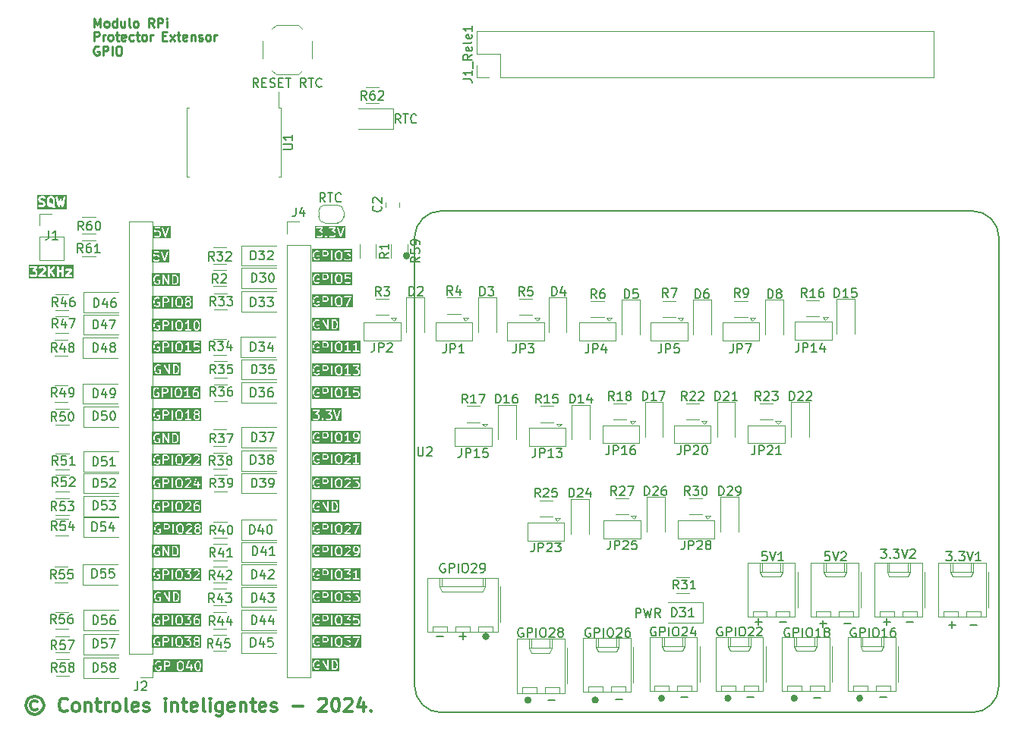
<source format=gbr>
%TF.GenerationSoftware,KiCad,Pcbnew,7.0.7*%
%TF.CreationDate,2024-09-02T11:23:26-05:00*%
%TF.ProjectId,Module_RPI,4d6f6475-6c65-45f5-9250-492e6b696361,rev?*%
%TF.SameCoordinates,Original*%
%TF.FileFunction,Legend,Top*%
%TF.FilePolarity,Positive*%
%FSLAX46Y46*%
G04 Gerber Fmt 4.6, Leading zero omitted, Abs format (unit mm)*
G04 Created by KiCad (PCBNEW 7.0.7) date 2024-09-02 11:23:26*
%MOMM*%
%LPD*%
G01*
G04 APERTURE LIST*
%ADD10C,0.250000*%
%ADD11C,0.382843*%
%ADD12C,0.150000*%
%ADD13C,0.300000*%
%ADD14C,0.120000*%
%ADD15C,0.127000*%
%ADD16C,0.400000*%
G04 APERTURE END LIST*
D10*
X58402568Y-61004619D02*
X58402568Y-60004619D01*
X58402568Y-60004619D02*
X58783520Y-60004619D01*
X58783520Y-60004619D02*
X58878758Y-60052238D01*
X58878758Y-60052238D02*
X58926377Y-60099857D01*
X58926377Y-60099857D02*
X58973996Y-60195095D01*
X58973996Y-60195095D02*
X58973996Y-60337952D01*
X58973996Y-60337952D02*
X58926377Y-60433190D01*
X58926377Y-60433190D02*
X58878758Y-60480809D01*
X58878758Y-60480809D02*
X58783520Y-60528428D01*
X58783520Y-60528428D02*
X58402568Y-60528428D01*
X59402568Y-61004619D02*
X59402568Y-60337952D01*
X59402568Y-60528428D02*
X59450187Y-60433190D01*
X59450187Y-60433190D02*
X59497806Y-60385571D01*
X59497806Y-60385571D02*
X59593044Y-60337952D01*
X59593044Y-60337952D02*
X59688282Y-60337952D01*
X60164473Y-61004619D02*
X60069235Y-60957000D01*
X60069235Y-60957000D02*
X60021616Y-60909380D01*
X60021616Y-60909380D02*
X59973997Y-60814142D01*
X59973997Y-60814142D02*
X59973997Y-60528428D01*
X59973997Y-60528428D02*
X60021616Y-60433190D01*
X60021616Y-60433190D02*
X60069235Y-60385571D01*
X60069235Y-60385571D02*
X60164473Y-60337952D01*
X60164473Y-60337952D02*
X60307330Y-60337952D01*
X60307330Y-60337952D02*
X60402568Y-60385571D01*
X60402568Y-60385571D02*
X60450187Y-60433190D01*
X60450187Y-60433190D02*
X60497806Y-60528428D01*
X60497806Y-60528428D02*
X60497806Y-60814142D01*
X60497806Y-60814142D02*
X60450187Y-60909380D01*
X60450187Y-60909380D02*
X60402568Y-60957000D01*
X60402568Y-60957000D02*
X60307330Y-61004619D01*
X60307330Y-61004619D02*
X60164473Y-61004619D01*
X60783521Y-60337952D02*
X61164473Y-60337952D01*
X60926378Y-60004619D02*
X60926378Y-60861761D01*
X60926378Y-60861761D02*
X60973997Y-60957000D01*
X60973997Y-60957000D02*
X61069235Y-61004619D01*
X61069235Y-61004619D02*
X61164473Y-61004619D01*
X61878759Y-60957000D02*
X61783521Y-61004619D01*
X61783521Y-61004619D02*
X61593045Y-61004619D01*
X61593045Y-61004619D02*
X61497807Y-60957000D01*
X61497807Y-60957000D02*
X61450188Y-60861761D01*
X61450188Y-60861761D02*
X61450188Y-60480809D01*
X61450188Y-60480809D02*
X61497807Y-60385571D01*
X61497807Y-60385571D02*
X61593045Y-60337952D01*
X61593045Y-60337952D02*
X61783521Y-60337952D01*
X61783521Y-60337952D02*
X61878759Y-60385571D01*
X61878759Y-60385571D02*
X61926378Y-60480809D01*
X61926378Y-60480809D02*
X61926378Y-60576047D01*
X61926378Y-60576047D02*
X61450188Y-60671285D01*
X62783521Y-60957000D02*
X62688283Y-61004619D01*
X62688283Y-61004619D02*
X62497807Y-61004619D01*
X62497807Y-61004619D02*
X62402569Y-60957000D01*
X62402569Y-60957000D02*
X62354950Y-60909380D01*
X62354950Y-60909380D02*
X62307331Y-60814142D01*
X62307331Y-60814142D02*
X62307331Y-60528428D01*
X62307331Y-60528428D02*
X62354950Y-60433190D01*
X62354950Y-60433190D02*
X62402569Y-60385571D01*
X62402569Y-60385571D02*
X62497807Y-60337952D01*
X62497807Y-60337952D02*
X62688283Y-60337952D01*
X62688283Y-60337952D02*
X62783521Y-60385571D01*
X63069236Y-60337952D02*
X63450188Y-60337952D01*
X63212093Y-60004619D02*
X63212093Y-60861761D01*
X63212093Y-60861761D02*
X63259712Y-60957000D01*
X63259712Y-60957000D02*
X63354950Y-61004619D01*
X63354950Y-61004619D02*
X63450188Y-61004619D01*
X63926379Y-61004619D02*
X63831141Y-60957000D01*
X63831141Y-60957000D02*
X63783522Y-60909380D01*
X63783522Y-60909380D02*
X63735903Y-60814142D01*
X63735903Y-60814142D02*
X63735903Y-60528428D01*
X63735903Y-60528428D02*
X63783522Y-60433190D01*
X63783522Y-60433190D02*
X63831141Y-60385571D01*
X63831141Y-60385571D02*
X63926379Y-60337952D01*
X63926379Y-60337952D02*
X64069236Y-60337952D01*
X64069236Y-60337952D02*
X64164474Y-60385571D01*
X64164474Y-60385571D02*
X64212093Y-60433190D01*
X64212093Y-60433190D02*
X64259712Y-60528428D01*
X64259712Y-60528428D02*
X64259712Y-60814142D01*
X64259712Y-60814142D02*
X64212093Y-60909380D01*
X64212093Y-60909380D02*
X64164474Y-60957000D01*
X64164474Y-60957000D02*
X64069236Y-61004619D01*
X64069236Y-61004619D02*
X63926379Y-61004619D01*
X64688284Y-61004619D02*
X64688284Y-60337952D01*
X64688284Y-60528428D02*
X64735903Y-60433190D01*
X64735903Y-60433190D02*
X64783522Y-60385571D01*
X64783522Y-60385571D02*
X64878760Y-60337952D01*
X64878760Y-60337952D02*
X64973998Y-60337952D01*
X66069237Y-60480809D02*
X66402570Y-60480809D01*
X66545427Y-61004619D02*
X66069237Y-61004619D01*
X66069237Y-61004619D02*
X66069237Y-60004619D01*
X66069237Y-60004619D02*
X66545427Y-60004619D01*
X66878761Y-61004619D02*
X67402570Y-60337952D01*
X66878761Y-60337952D02*
X67402570Y-61004619D01*
X67640666Y-60337952D02*
X68021618Y-60337952D01*
X67783523Y-60004619D02*
X67783523Y-60861761D01*
X67783523Y-60861761D02*
X67831142Y-60957000D01*
X67831142Y-60957000D02*
X67926380Y-61004619D01*
X67926380Y-61004619D02*
X68021618Y-61004619D01*
X68735904Y-60957000D02*
X68640666Y-61004619D01*
X68640666Y-61004619D02*
X68450190Y-61004619D01*
X68450190Y-61004619D02*
X68354952Y-60957000D01*
X68354952Y-60957000D02*
X68307333Y-60861761D01*
X68307333Y-60861761D02*
X68307333Y-60480809D01*
X68307333Y-60480809D02*
X68354952Y-60385571D01*
X68354952Y-60385571D02*
X68450190Y-60337952D01*
X68450190Y-60337952D02*
X68640666Y-60337952D01*
X68640666Y-60337952D02*
X68735904Y-60385571D01*
X68735904Y-60385571D02*
X68783523Y-60480809D01*
X68783523Y-60480809D02*
X68783523Y-60576047D01*
X68783523Y-60576047D02*
X68307333Y-60671285D01*
X69212095Y-60337952D02*
X69212095Y-61004619D01*
X69212095Y-60433190D02*
X69259714Y-60385571D01*
X69259714Y-60385571D02*
X69354952Y-60337952D01*
X69354952Y-60337952D02*
X69497809Y-60337952D01*
X69497809Y-60337952D02*
X69593047Y-60385571D01*
X69593047Y-60385571D02*
X69640666Y-60480809D01*
X69640666Y-60480809D02*
X69640666Y-61004619D01*
X70069238Y-60957000D02*
X70164476Y-61004619D01*
X70164476Y-61004619D02*
X70354952Y-61004619D01*
X70354952Y-61004619D02*
X70450190Y-60957000D01*
X70450190Y-60957000D02*
X70497809Y-60861761D01*
X70497809Y-60861761D02*
X70497809Y-60814142D01*
X70497809Y-60814142D02*
X70450190Y-60718904D01*
X70450190Y-60718904D02*
X70354952Y-60671285D01*
X70354952Y-60671285D02*
X70212095Y-60671285D01*
X70212095Y-60671285D02*
X70116857Y-60623666D01*
X70116857Y-60623666D02*
X70069238Y-60528428D01*
X70069238Y-60528428D02*
X70069238Y-60480809D01*
X70069238Y-60480809D02*
X70116857Y-60385571D01*
X70116857Y-60385571D02*
X70212095Y-60337952D01*
X70212095Y-60337952D02*
X70354952Y-60337952D01*
X70354952Y-60337952D02*
X70450190Y-60385571D01*
X71069238Y-61004619D02*
X70974000Y-60957000D01*
X70974000Y-60957000D02*
X70926381Y-60909380D01*
X70926381Y-60909380D02*
X70878762Y-60814142D01*
X70878762Y-60814142D02*
X70878762Y-60528428D01*
X70878762Y-60528428D02*
X70926381Y-60433190D01*
X70926381Y-60433190D02*
X70974000Y-60385571D01*
X70974000Y-60385571D02*
X71069238Y-60337952D01*
X71069238Y-60337952D02*
X71212095Y-60337952D01*
X71212095Y-60337952D02*
X71307333Y-60385571D01*
X71307333Y-60385571D02*
X71354952Y-60433190D01*
X71354952Y-60433190D02*
X71402571Y-60528428D01*
X71402571Y-60528428D02*
X71402571Y-60814142D01*
X71402571Y-60814142D02*
X71354952Y-60909380D01*
X71354952Y-60909380D02*
X71307333Y-60957000D01*
X71307333Y-60957000D02*
X71212095Y-61004619D01*
X71212095Y-61004619D02*
X71069238Y-61004619D01*
X71831143Y-61004619D02*
X71831143Y-60337952D01*
X71831143Y-60528428D02*
X71878762Y-60433190D01*
X71878762Y-60433190D02*
X71926381Y-60385571D01*
X71926381Y-60385571D02*
X72021619Y-60337952D01*
X72021619Y-60337952D02*
X72116857Y-60337952D01*
X58926377Y-61662238D02*
X58831139Y-61614619D01*
X58831139Y-61614619D02*
X58688282Y-61614619D01*
X58688282Y-61614619D02*
X58545425Y-61662238D01*
X58545425Y-61662238D02*
X58450187Y-61757476D01*
X58450187Y-61757476D02*
X58402568Y-61852714D01*
X58402568Y-61852714D02*
X58354949Y-62043190D01*
X58354949Y-62043190D02*
X58354949Y-62186047D01*
X58354949Y-62186047D02*
X58402568Y-62376523D01*
X58402568Y-62376523D02*
X58450187Y-62471761D01*
X58450187Y-62471761D02*
X58545425Y-62567000D01*
X58545425Y-62567000D02*
X58688282Y-62614619D01*
X58688282Y-62614619D02*
X58783520Y-62614619D01*
X58783520Y-62614619D02*
X58926377Y-62567000D01*
X58926377Y-62567000D02*
X58973996Y-62519380D01*
X58973996Y-62519380D02*
X58973996Y-62186047D01*
X58973996Y-62186047D02*
X58783520Y-62186047D01*
X59402568Y-62614619D02*
X59402568Y-61614619D01*
X59402568Y-61614619D02*
X59783520Y-61614619D01*
X59783520Y-61614619D02*
X59878758Y-61662238D01*
X59878758Y-61662238D02*
X59926377Y-61709857D01*
X59926377Y-61709857D02*
X59973996Y-61805095D01*
X59973996Y-61805095D02*
X59973996Y-61947952D01*
X59973996Y-61947952D02*
X59926377Y-62043190D01*
X59926377Y-62043190D02*
X59878758Y-62090809D01*
X59878758Y-62090809D02*
X59783520Y-62138428D01*
X59783520Y-62138428D02*
X59402568Y-62138428D01*
X60402568Y-62614619D02*
X60402568Y-61614619D01*
X61069234Y-61614619D02*
X61259710Y-61614619D01*
X61259710Y-61614619D02*
X61354948Y-61662238D01*
X61354948Y-61662238D02*
X61450186Y-61757476D01*
X61450186Y-61757476D02*
X61497805Y-61947952D01*
X61497805Y-61947952D02*
X61497805Y-62281285D01*
X61497805Y-62281285D02*
X61450186Y-62471761D01*
X61450186Y-62471761D02*
X61354948Y-62567000D01*
X61354948Y-62567000D02*
X61259710Y-62614619D01*
X61259710Y-62614619D02*
X61069234Y-62614619D01*
X61069234Y-62614619D02*
X60973996Y-62567000D01*
X60973996Y-62567000D02*
X60878758Y-62471761D01*
X60878758Y-62471761D02*
X60831139Y-62281285D01*
X60831139Y-62281285D02*
X60831139Y-61947952D01*
X60831139Y-61947952D02*
X60878758Y-61757476D01*
X60878758Y-61757476D02*
X60973996Y-61662238D01*
X60973996Y-61662238D02*
X61069234Y-61614619D01*
G36*
X53707095Y-78614970D02*
G01*
X53763506Y-78671380D01*
X53798996Y-78813340D01*
X53798996Y-79115896D01*
X53770559Y-79229642D01*
X53726671Y-79185754D01*
X53724614Y-79184631D01*
X53723418Y-79182616D01*
X53694183Y-79162338D01*
X53598946Y-79114720D01*
X53587795Y-79112713D01*
X53578261Y-79106586D01*
X53543044Y-79101523D01*
X53447806Y-79101523D01*
X53383460Y-79120416D01*
X53382330Y-79115896D01*
X53382330Y-78813340D01*
X53417819Y-78671381D01*
X53474230Y-78614970D01*
X53524934Y-78589619D01*
X53656393Y-78589619D01*
X53707095Y-78614970D01*
G37*
G36*
X55378931Y-79826992D02*
G01*
X52037092Y-79826992D01*
X52037092Y-78750333D01*
X52179949Y-78750333D01*
X52183141Y-78761205D01*
X52181925Y-78772471D01*
X52193146Y-78806235D01*
X52240764Y-78901472D01*
X52242360Y-78903187D01*
X52242858Y-78905477D01*
X52264180Y-78933959D01*
X52311798Y-78981578D01*
X52313854Y-78982701D01*
X52315051Y-78984715D01*
X52344285Y-79004993D01*
X52439523Y-79052612D01*
X52443833Y-79053387D01*
X52465108Y-79062077D01*
X52642273Y-79106368D01*
X52707094Y-79138778D01*
X52726026Y-79157711D01*
X52751377Y-79208412D01*
X52751377Y-79244633D01*
X52726025Y-79295336D01*
X52707094Y-79314268D01*
X52656393Y-79339619D01*
X52468092Y-79339619D01*
X52344477Y-79298415D01*
X52274091Y-79295869D01*
X52213501Y-79331781D01*
X52181945Y-79394750D01*
X52189442Y-79464784D01*
X52233612Y-79519646D01*
X52265421Y-79535585D01*
X52408277Y-79583204D01*
X52410616Y-79583288D01*
X52412589Y-79584556D01*
X52447806Y-79589619D01*
X52685901Y-79589619D01*
X52696773Y-79586426D01*
X52708039Y-79587643D01*
X52741803Y-79576422D01*
X52837040Y-79528804D01*
X52838755Y-79527208D01*
X52841046Y-79526710D01*
X52869528Y-79505387D01*
X52917147Y-79457768D01*
X52918269Y-79455711D01*
X52920283Y-79454516D01*
X52940561Y-79425282D01*
X52988180Y-79330044D01*
X52990186Y-79318893D01*
X52996314Y-79309359D01*
X53001377Y-79274142D01*
X53001377Y-79178904D01*
X52998184Y-79168031D01*
X52999401Y-79156765D01*
X52990933Y-79131285D01*
X53132330Y-79131285D01*
X53133288Y-79134548D01*
X53136062Y-79161602D01*
X53183681Y-79352078D01*
X53191818Y-79365948D01*
X53195238Y-79381667D01*
X53216560Y-79410149D01*
X53311798Y-79505388D01*
X53313854Y-79506511D01*
X53315051Y-79508525D01*
X53344285Y-79528803D01*
X53439523Y-79576422D01*
X53450673Y-79578428D01*
X53460208Y-79584556D01*
X53495425Y-79589619D01*
X53685901Y-79589619D01*
X53696773Y-79586426D01*
X53708039Y-79587643D01*
X53741803Y-79576422D01*
X53756457Y-79569094D01*
X53787989Y-79600626D01*
X53790044Y-79601748D01*
X53791241Y-79603763D01*
X53820475Y-79624041D01*
X53915713Y-79671660D01*
X53985032Y-79684135D01*
X54050092Y-79657152D01*
X54090236Y-79599279D01*
X54092718Y-79528889D01*
X54056751Y-79468331D01*
X54027516Y-79448053D01*
X53960413Y-79414501D01*
X53964766Y-79410149D01*
X53972472Y-79396034D01*
X53984192Y-79385016D01*
X53997645Y-79352078D01*
X54045264Y-79161602D01*
X54045125Y-79158204D01*
X54048996Y-79131285D01*
X54048996Y-78797952D01*
X54048037Y-78794689D01*
X54045264Y-78767635D01*
X53997645Y-78577159D01*
X53989507Y-78563288D01*
X53986088Y-78547570D01*
X53964765Y-78519088D01*
X53903817Y-78458140D01*
X54132498Y-78458140D01*
X54135729Y-78493572D01*
X54373824Y-79493572D01*
X54376282Y-79497871D01*
X54376406Y-79502822D01*
X54393589Y-79528145D01*
X54408781Y-79554718D01*
X54413173Y-79557006D01*
X54415954Y-79561104D01*
X54444105Y-79573119D01*
X54471246Y-79587258D01*
X54476176Y-79586808D01*
X54480733Y-79588753D01*
X54510913Y-79583640D01*
X54541388Y-79580862D01*
X54545293Y-79577817D01*
X54550178Y-79576990D01*
X54572801Y-79556374D01*
X54596938Y-79537559D01*
X54598577Y-79532885D01*
X54602238Y-79529550D01*
X54616204Y-79496827D01*
X54685900Y-79235462D01*
X54755598Y-79496827D01*
X54758170Y-79501058D01*
X54758427Y-79506005D01*
X54776286Y-79530860D01*
X54792184Y-79557013D01*
X54796636Y-79559182D01*
X54799526Y-79563204D01*
X54827987Y-79574458D01*
X54855501Y-79587864D01*
X54860418Y-79587281D01*
X54865024Y-79589103D01*
X54895050Y-79583183D01*
X54925445Y-79579586D01*
X54929268Y-79576437D01*
X54934128Y-79575479D01*
X54956186Y-79554265D01*
X54979812Y-79534807D01*
X54981326Y-79530090D01*
X54984895Y-79526658D01*
X54997978Y-79493572D01*
X55236074Y-78493572D01*
X55232423Y-78423233D01*
X55191324Y-78366035D01*
X55125826Y-78340135D01*
X55056722Y-78353759D01*
X55005955Y-78402580D01*
X54992872Y-78435666D01*
X54869515Y-78953760D01*
X54806680Y-78718125D01*
X54805000Y-78715362D01*
X54804920Y-78712129D01*
X54786826Y-78685464D01*
X54770095Y-78657940D01*
X54767188Y-78656523D01*
X54765372Y-78653847D01*
X54735723Y-78641192D01*
X54706777Y-78627089D01*
X54703568Y-78627468D01*
X54700593Y-78626199D01*
X54668823Y-78631580D01*
X54636833Y-78635366D01*
X54634336Y-78637421D01*
X54631148Y-78637962D01*
X54607334Y-78659662D01*
X54582466Y-78680145D01*
X54581477Y-78683224D01*
X54579088Y-78685402D01*
X54565122Y-78718125D01*
X54502286Y-78953759D01*
X54378931Y-78435666D01*
X54343974Y-78374520D01*
X54281509Y-78341980D01*
X54211367Y-78348376D01*
X54155817Y-78391679D01*
X54132498Y-78458140D01*
X53903817Y-78458140D01*
X53869527Y-78423850D01*
X53867472Y-78422728D01*
X53866275Y-78420712D01*
X53837040Y-78400434D01*
X53741803Y-78352816D01*
X53730652Y-78350809D01*
X53721118Y-78344682D01*
X53685901Y-78339619D01*
X53495425Y-78339619D01*
X53484552Y-78342811D01*
X53473286Y-78341595D01*
X53439523Y-78352816D01*
X53344285Y-78400435D01*
X53342571Y-78402028D01*
X53340281Y-78402527D01*
X53311799Y-78423850D01*
X53216561Y-78519088D01*
X53208853Y-78533202D01*
X53197134Y-78544222D01*
X53183681Y-78577159D01*
X53136062Y-78767635D01*
X53136200Y-78771032D01*
X53132330Y-78797952D01*
X53132330Y-79131285D01*
X52990933Y-79131285D01*
X52988180Y-79123002D01*
X52940561Y-79027764D01*
X52938966Y-79026049D01*
X52938468Y-79023760D01*
X52917146Y-78995277D01*
X52869527Y-78947659D01*
X52867472Y-78946537D01*
X52866275Y-78944521D01*
X52837040Y-78924243D01*
X52741803Y-78876625D01*
X52737491Y-78875849D01*
X52716218Y-78867160D01*
X52539053Y-78822868D01*
X52474232Y-78790458D01*
X52455299Y-78771526D01*
X52429949Y-78720825D01*
X52429949Y-78684602D01*
X52455299Y-78633901D01*
X52474232Y-78614969D01*
X52524934Y-78589619D01*
X52713237Y-78589619D01*
X52836848Y-78630823D01*
X52907235Y-78633369D01*
X52967825Y-78597456D01*
X52999381Y-78534488D01*
X52991883Y-78464454D01*
X52947714Y-78409592D01*
X52915905Y-78393652D01*
X52773048Y-78346034D01*
X52770709Y-78345949D01*
X52768737Y-78344682D01*
X52733520Y-78339619D01*
X52495425Y-78339619D01*
X52484552Y-78342811D01*
X52473286Y-78341595D01*
X52439523Y-78352816D01*
X52344285Y-78400435D01*
X52342570Y-78402029D01*
X52340281Y-78402528D01*
X52311798Y-78423850D01*
X52264180Y-78471469D01*
X52263058Y-78473523D01*
X52261042Y-78474721D01*
X52240764Y-78503956D01*
X52193146Y-78599193D01*
X52191139Y-78610343D01*
X52185012Y-78619878D01*
X52179949Y-78655095D01*
X52179949Y-78750333D01*
X52037092Y-78750333D01*
X52037092Y-78196762D01*
X55378931Y-78196762D01*
X55378931Y-79826992D01*
G37*
G36*
X56100816Y-87532476D02*
G01*
X51089791Y-87532476D01*
X51089791Y-87160461D01*
X51232648Y-87160461D01*
X51247619Y-87229285D01*
X51268941Y-87257767D01*
X51316560Y-87305387D01*
X51318616Y-87306509D01*
X51319813Y-87308525D01*
X51349047Y-87328803D01*
X51444285Y-87376422D01*
X51455435Y-87378428D01*
X51464970Y-87384556D01*
X51500187Y-87389619D01*
X51785901Y-87389619D01*
X51796773Y-87386426D01*
X51808039Y-87387643D01*
X51841803Y-87376422D01*
X51937040Y-87328804D01*
X51938755Y-87327208D01*
X51941046Y-87326710D01*
X51969528Y-87305387D01*
X51992507Y-87282408D01*
X52185983Y-87282408D01*
X52191623Y-87294758D01*
X52192592Y-87308302D01*
X52205968Y-87326171D01*
X52215242Y-87346477D01*
X52226664Y-87353817D01*
X52234801Y-87364687D01*
X52255715Y-87372487D01*
X52274494Y-87384556D01*
X52296588Y-87387732D01*
X52300794Y-87389301D01*
X52303461Y-87388720D01*
X52309711Y-87389619D01*
X52928758Y-87389619D01*
X52996338Y-87369776D01*
X53042462Y-87316546D01*
X53049928Y-87264619D01*
X53232330Y-87264619D01*
X53252173Y-87332199D01*
X53305403Y-87378323D01*
X53375119Y-87388347D01*
X53439188Y-87359088D01*
X53477267Y-87299836D01*
X53482330Y-87264619D01*
X53482330Y-86887823D01*
X53486662Y-86883490D01*
X53828758Y-87339619D01*
X53885180Y-87381777D01*
X53955439Y-87386739D01*
X54017226Y-87352928D01*
X54050926Y-87291080D01*
X54049009Y-87264619D01*
X54232330Y-87264619D01*
X54252173Y-87332199D01*
X54305403Y-87378323D01*
X54375119Y-87388347D01*
X54439188Y-87359088D01*
X54477267Y-87299836D01*
X54482330Y-87264619D01*
X54482330Y-86865809D01*
X54803758Y-86865809D01*
X54803758Y-87264619D01*
X54823601Y-87332199D01*
X54876831Y-87378323D01*
X54946547Y-87388347D01*
X55010616Y-87359088D01*
X55048695Y-87299836D01*
X55053758Y-87264619D01*
X55053758Y-87252790D01*
X55185272Y-87252790D01*
X55188121Y-87267538D01*
X55185983Y-87282408D01*
X55194666Y-87301422D01*
X55198631Y-87321945D01*
X55209001Y-87332811D01*
X55215242Y-87346477D01*
X55232827Y-87357778D01*
X55247257Y-87372899D01*
X55261855Y-87376434D01*
X55274494Y-87384556D01*
X55309711Y-87389619D01*
X55833520Y-87389619D01*
X55901100Y-87369776D01*
X55947224Y-87316546D01*
X55957248Y-87246830D01*
X55927989Y-87182761D01*
X55868737Y-87144682D01*
X55833520Y-87139619D01*
X55566894Y-87139619D01*
X55931810Y-86675180D01*
X55937387Y-86661231D01*
X55947224Y-86649879D01*
X55950198Y-86629189D01*
X55957959Y-86609781D01*
X55955109Y-86595032D01*
X55957248Y-86580163D01*
X55948564Y-86561148D01*
X55944600Y-86540626D01*
X55934229Y-86529759D01*
X55927989Y-86516094D01*
X55910403Y-86504792D01*
X55895974Y-86489672D01*
X55881375Y-86486136D01*
X55868737Y-86478015D01*
X55833520Y-86472952D01*
X55309711Y-86472952D01*
X55242131Y-86492795D01*
X55196007Y-86546025D01*
X55185983Y-86615741D01*
X55215242Y-86679810D01*
X55274494Y-86717889D01*
X55309711Y-86722952D01*
X55576337Y-86722952D01*
X55211421Y-87187391D01*
X55205843Y-87201339D01*
X55196007Y-87212692D01*
X55193032Y-87233381D01*
X55185272Y-87252790D01*
X55053758Y-87252790D01*
X55053758Y-86264619D01*
X55033915Y-86197039D01*
X54980685Y-86150915D01*
X54910969Y-86140891D01*
X54846900Y-86170150D01*
X54808821Y-86229402D01*
X54803758Y-86264619D01*
X54803758Y-86615809D01*
X54482330Y-86615809D01*
X54482330Y-86264619D01*
X54462487Y-86197039D01*
X54409257Y-86150915D01*
X54339541Y-86140891D01*
X54275472Y-86170150D01*
X54237393Y-86229402D01*
X54232330Y-86264619D01*
X54232330Y-87264619D01*
X54049009Y-87264619D01*
X54045838Y-87220831D01*
X54028758Y-87189619D01*
X53665233Y-86704919D01*
X54017146Y-86353008D01*
X54050901Y-86291190D01*
X54045877Y-86220936D01*
X54003668Y-86164552D01*
X53937675Y-86139937D01*
X53868852Y-86154909D01*
X53840369Y-86176231D01*
X53482330Y-86534270D01*
X53482330Y-86264619D01*
X53462487Y-86197039D01*
X53409257Y-86150915D01*
X53339541Y-86140891D01*
X53275472Y-86170150D01*
X53237393Y-86229402D01*
X53232330Y-86264619D01*
X53232330Y-87264619D01*
X53049928Y-87264619D01*
X53052486Y-87246830D01*
X53023227Y-87182761D01*
X52963975Y-87144682D01*
X52928758Y-87139619D01*
X52611487Y-87139619D01*
X52969527Y-86781578D01*
X52974956Y-86771634D01*
X52983785Y-86764527D01*
X52999724Y-86732718D01*
X53047343Y-86589862D01*
X53047427Y-86587522D01*
X53048695Y-86585550D01*
X53053758Y-86550333D01*
X53053758Y-86455095D01*
X53050565Y-86444222D01*
X53051782Y-86432956D01*
X53040561Y-86399193D01*
X52992942Y-86303955D01*
X52991347Y-86302240D01*
X52990849Y-86299951D01*
X52969527Y-86271468D01*
X52921908Y-86223850D01*
X52919853Y-86222728D01*
X52918656Y-86220712D01*
X52889421Y-86200434D01*
X52794184Y-86152816D01*
X52783033Y-86150809D01*
X52773499Y-86144682D01*
X52738282Y-86139619D01*
X52500187Y-86139619D01*
X52489314Y-86142811D01*
X52478048Y-86141595D01*
X52444285Y-86152816D01*
X52349047Y-86200435D01*
X52347332Y-86202029D01*
X52345043Y-86202528D01*
X52316560Y-86223850D01*
X52268942Y-86271469D01*
X52235186Y-86333286D01*
X52240211Y-86403540D01*
X52282420Y-86459925D01*
X52348413Y-86484539D01*
X52417236Y-86469567D01*
X52445718Y-86448245D01*
X52478994Y-86414969D01*
X52529696Y-86389619D01*
X52708774Y-86389619D01*
X52759475Y-86414969D01*
X52778407Y-86433902D01*
X52803758Y-86484603D01*
X52803758Y-86530047D01*
X52771885Y-86625667D01*
X52221323Y-87176231D01*
X52210625Y-87195821D01*
X52196007Y-87212692D01*
X52194074Y-87226130D01*
X52187567Y-87238048D01*
X52189159Y-87260314D01*
X52185983Y-87282408D01*
X51992507Y-87282408D01*
X52017147Y-87257768D01*
X52018269Y-87255711D01*
X52020283Y-87254516D01*
X52040561Y-87225282D01*
X52088180Y-87130044D01*
X52090186Y-87118893D01*
X52096314Y-87109359D01*
X52101377Y-87074142D01*
X52101377Y-86836047D01*
X52098184Y-86825174D01*
X52099401Y-86813908D01*
X52088180Y-86780145D01*
X52040561Y-86684907D01*
X52038966Y-86683192D01*
X52038468Y-86680903D01*
X52017146Y-86652420D01*
X51969527Y-86604802D01*
X51967472Y-86603680D01*
X51966275Y-86601664D01*
X51937040Y-86581386D01*
X51887134Y-86556433D01*
X52070449Y-86346932D01*
X52078118Y-86330351D01*
X52090081Y-86316546D01*
X52092596Y-86299050D01*
X52100018Y-86283006D01*
X52097505Y-86264910D01*
X52100105Y-86246830D01*
X52092762Y-86230751D01*
X52090331Y-86213242D01*
X52078434Y-86199378D01*
X52070846Y-86182761D01*
X52055975Y-86173204D01*
X52044465Y-86159790D01*
X52026962Y-86154558D01*
X52011594Y-86144682D01*
X51977534Y-86139785D01*
X51976981Y-86139620D01*
X51976782Y-86139677D01*
X51976377Y-86139619D01*
X51357330Y-86139619D01*
X51289750Y-86159462D01*
X51243626Y-86212692D01*
X51233602Y-86282408D01*
X51262861Y-86346477D01*
X51322113Y-86384556D01*
X51357330Y-86389619D01*
X51700906Y-86389619D01*
X51548972Y-86563258D01*
X51541303Y-86579837D01*
X51529340Y-86593644D01*
X51526824Y-86611141D01*
X51519404Y-86627184D01*
X51521916Y-86645277D01*
X51519316Y-86663360D01*
X51526659Y-86679439D01*
X51529090Y-86696948D01*
X51540986Y-86710811D01*
X51548575Y-86727429D01*
X51563445Y-86736985D01*
X51574956Y-86750400D01*
X51592458Y-86755631D01*
X51607827Y-86765508D01*
X51641886Y-86770404D01*
X51642440Y-86770570D01*
X51642638Y-86770512D01*
X51643044Y-86770571D01*
X51756393Y-86770571D01*
X51807094Y-86795921D01*
X51826026Y-86814854D01*
X51851376Y-86865555D01*
X51851376Y-87044633D01*
X51826025Y-87095336D01*
X51807094Y-87114268D01*
X51756393Y-87139619D01*
X51529696Y-87139619D01*
X51478994Y-87114268D01*
X51445719Y-87080993D01*
X51383902Y-87047237D01*
X51313648Y-87052261D01*
X51257263Y-87094469D01*
X51232648Y-87160461D01*
X51089791Y-87160461D01*
X51089791Y-85996762D01*
X56100816Y-85996762D01*
X56100816Y-87532476D01*
G37*
D11*
X143991421Y-134400000D02*
G75*
G03*
X143991421Y-134400000I-191421J0D01*
G01*
X114491421Y-134600000D02*
G75*
G03*
X114491421Y-134600000I-191421J0D01*
G01*
X136691421Y-134400000D02*
G75*
G03*
X136691421Y-134400000I-191421J0D01*
G01*
X102291421Y-127500000D02*
G75*
G03*
X102291421Y-127500000I-191421J0D01*
G01*
X121891421Y-134400000D02*
G75*
G03*
X121891421Y-134400000I-191421J0D01*
G01*
X106991421Y-134617157D02*
G75*
G03*
X106991421Y-134617157I-191421J0D01*
G01*
X129291421Y-134400000D02*
G75*
G03*
X129291421Y-134400000I-191421J0D01*
G01*
D12*
G36*
X66826977Y-85787676D02*
G01*
X64871589Y-85787676D01*
X64871589Y-85039473D01*
X65014446Y-85039473D01*
X65020972Y-85063832D01*
X65027195Y-85088262D01*
X65027595Y-85088549D01*
X65027723Y-85089027D01*
X65048357Y-85103475D01*
X65068851Y-85118208D01*
X65069344Y-85118170D01*
X65069749Y-85118454D01*
X65094852Y-85116257D01*
X65120011Y-85114370D01*
X65120364Y-85114024D01*
X65120856Y-85113982D01*
X65142193Y-85099042D01*
X65181206Y-85060028D01*
X65249722Y-85025771D01*
X65452407Y-85025771D01*
X65520923Y-85060029D01*
X65551330Y-85090436D01*
X65585588Y-85158952D01*
X65585588Y-85361637D01*
X65551329Y-85430153D01*
X65520922Y-85460561D01*
X65452407Y-85494819D01*
X65249722Y-85494819D01*
X65181206Y-85460561D01*
X65142194Y-85421548D01*
X65095697Y-85399866D01*
X65046142Y-85413143D01*
X65016716Y-85455168D01*
X65021186Y-85506275D01*
X65036126Y-85527612D01*
X65083745Y-85575232D01*
X65085226Y-85575922D01*
X65103238Y-85589282D01*
X65198476Y-85636901D01*
X65202929Y-85637413D01*
X65206365Y-85640296D01*
X65232017Y-85644819D01*
X65470112Y-85644819D01*
X65474325Y-85643285D01*
X65478686Y-85644327D01*
X65503653Y-85636901D01*
X65598891Y-85589282D01*
X65600015Y-85588094D01*
X65618384Y-85575232D01*
X65666002Y-85527613D01*
X65666692Y-85526131D01*
X65680051Y-85508121D01*
X65727670Y-85412883D01*
X65728182Y-85408429D01*
X65731065Y-85404994D01*
X65735588Y-85379342D01*
X65735588Y-85141247D01*
X65734054Y-85137033D01*
X65735096Y-85132672D01*
X65727670Y-85107706D01*
X65680051Y-85012468D01*
X65678861Y-85011342D01*
X65666002Y-84992976D01*
X65618383Y-84945357D01*
X65616901Y-84944666D01*
X65598891Y-84931308D01*
X65503653Y-84883689D01*
X65499199Y-84883176D01*
X65495764Y-84880294D01*
X65470112Y-84875771D01*
X65232017Y-84875771D01*
X65227803Y-84877304D01*
X65223442Y-84876263D01*
X65198476Y-84883689D01*
X65179834Y-84893009D01*
X65204653Y-84644819D01*
X65612969Y-84644819D01*
X65661178Y-84627272D01*
X65686830Y-84582843D01*
X65684172Y-84567770D01*
X65871331Y-84567770D01*
X65875152Y-84593536D01*
X66208485Y-85593536D01*
X66209827Y-85595227D01*
X66209886Y-85597386D01*
X66225635Y-85615147D01*
X66240376Y-85633722D01*
X66242489Y-85634154D01*
X66243923Y-85635771D01*
X66267393Y-85639251D01*
X66290637Y-85644008D01*
X66292536Y-85642979D01*
X66294672Y-85643296D01*
X66314885Y-85630877D01*
X66335751Y-85619579D01*
X66336544Y-85617571D01*
X66338384Y-85616441D01*
X66350787Y-85593536D01*
X66684120Y-84593536D01*
X66682719Y-84542253D01*
X66648681Y-84503867D01*
X66597933Y-84496342D01*
X66554220Y-84523197D01*
X66541818Y-84546102D01*
X66279636Y-85332648D01*
X66017454Y-84546102D01*
X65985563Y-84505916D01*
X65935302Y-84495630D01*
X65890188Y-84520059D01*
X65871331Y-84567770D01*
X65684172Y-84567770D01*
X65677921Y-84532319D01*
X65638621Y-84499342D01*
X65612969Y-84494819D01*
X65136779Y-84494819D01*
X65121811Y-84500266D01*
X65105928Y-84501458D01*
X65098421Y-84508780D01*
X65088570Y-84512366D01*
X65080606Y-84526159D01*
X65069204Y-84537282D01*
X65064472Y-84554102D01*
X65062918Y-84556795D01*
X65063225Y-84558537D01*
X65062151Y-84562356D01*
X65014532Y-85038546D01*
X65014654Y-85039026D01*
X65014446Y-85039473D01*
X64871589Y-85039473D01*
X64871589Y-84351962D01*
X66826977Y-84351962D01*
X66826977Y-85787676D01*
G37*
X139336779Y-126088866D02*
X140098684Y-126088866D01*
X139717731Y-126469819D02*
X139717731Y-125707914D01*
G36*
X85844732Y-84579077D02*
G01*
X85916674Y-84651019D01*
X85957016Y-84812385D01*
X85957016Y-85127251D01*
X85916674Y-85288617D01*
X85844731Y-85360561D01*
X85776216Y-85394819D01*
X85621150Y-85394819D01*
X85552634Y-85360561D01*
X85480691Y-85288617D01*
X85440350Y-85127251D01*
X85440350Y-84812386D01*
X85480691Y-84651019D01*
X85552634Y-84579076D01*
X85621150Y-84544819D01*
X85776216Y-84544819D01*
X85844732Y-84579077D01*
G37*
G36*
X84368542Y-84579077D02*
G01*
X84398949Y-84609484D01*
X84433207Y-84678000D01*
X84433207Y-84785447D01*
X84398949Y-84853963D01*
X84368542Y-84884369D01*
X84300026Y-84918628D01*
X84011779Y-84918628D01*
X84011779Y-84544819D01*
X84300026Y-84544819D01*
X84368542Y-84579077D01*
G37*
G36*
X87202254Y-85687676D02*
G01*
X82671303Y-85687676D01*
X82671303Y-85041247D01*
X82814160Y-85041247D01*
X82815345Y-85044504D01*
X82816399Y-85059437D01*
X82864018Y-85249913D01*
X82866006Y-85252857D01*
X82869697Y-85265264D01*
X82917316Y-85360502D01*
X82918502Y-85361625D01*
X82931365Y-85379994D01*
X83026603Y-85475233D01*
X83030667Y-85477128D01*
X83033014Y-85480948D01*
X83055919Y-85493351D01*
X83198775Y-85540970D01*
X83200410Y-85540925D01*
X83222493Y-85544819D01*
X83317731Y-85544819D01*
X83319269Y-85544258D01*
X83341448Y-85540970D01*
X83484305Y-85493351D01*
X83487816Y-85490563D01*
X83492285Y-85490173D01*
X83513622Y-85475232D01*
X83519035Y-85469819D01*
X83861779Y-85469819D01*
X83879326Y-85518028D01*
X83923755Y-85543680D01*
X83974279Y-85534771D01*
X84007256Y-85495471D01*
X84011779Y-85469819D01*
X84861779Y-85469819D01*
X84879326Y-85518028D01*
X84923755Y-85543680D01*
X84974279Y-85534771D01*
X85007256Y-85495471D01*
X85011779Y-85469819D01*
X85011779Y-85136485D01*
X85290350Y-85136485D01*
X85291535Y-85139742D01*
X85292589Y-85154675D01*
X85340208Y-85345151D01*
X85344350Y-85351283D01*
X85344995Y-85358657D01*
X85359936Y-85379994D01*
X85455174Y-85475233D01*
X85456656Y-85475924D01*
X85474666Y-85489282D01*
X85569904Y-85536901D01*
X85574357Y-85537413D01*
X85577793Y-85540296D01*
X85603445Y-85544819D01*
X85793921Y-85544819D01*
X85798134Y-85543285D01*
X85802495Y-85544327D01*
X85827462Y-85536901D01*
X85922700Y-85489282D01*
X85923825Y-85488092D01*
X85942192Y-85475233D01*
X86037431Y-85379993D01*
X86040558Y-85373285D01*
X86046548Y-85368940D01*
X86057158Y-85345151D01*
X86104777Y-85154675D01*
X86104416Y-85151226D01*
X86107016Y-85136485D01*
X86107016Y-84803152D01*
X86105830Y-84799894D01*
X86104777Y-84784962D01*
X86057158Y-84594486D01*
X86053016Y-84588353D01*
X86052371Y-84580980D01*
X86037430Y-84559643D01*
X85942192Y-84464405D01*
X85940710Y-84463714D01*
X85931381Y-84456795D01*
X86291489Y-84456795D01*
X86300398Y-84507319D01*
X86339698Y-84540296D01*
X86365350Y-84544819D01*
X86819115Y-84544819D01*
X86594621Y-84801383D01*
X86587314Y-84820234D01*
X86577203Y-84837747D01*
X86578242Y-84843640D01*
X86576080Y-84849219D01*
X86582600Y-84868358D01*
X86586112Y-84888271D01*
X86590695Y-84892116D01*
X86592625Y-84897781D01*
X86609923Y-84908251D01*
X86625412Y-84921248D01*
X86633855Y-84922736D01*
X86636514Y-84924346D01*
X86639955Y-84923812D01*
X86651064Y-84925771D01*
X86776216Y-84925771D01*
X86844731Y-84960029D01*
X86875139Y-84990436D01*
X86909397Y-85058952D01*
X86909397Y-85261637D01*
X86875138Y-85330153D01*
X86844731Y-85360561D01*
X86776216Y-85394819D01*
X86525912Y-85394819D01*
X86457396Y-85360561D01*
X86418384Y-85321548D01*
X86371887Y-85299866D01*
X86322332Y-85313143D01*
X86292906Y-85355168D01*
X86297376Y-85406275D01*
X86312316Y-85427612D01*
X86359935Y-85475232D01*
X86361416Y-85475922D01*
X86379428Y-85489282D01*
X86474666Y-85536901D01*
X86479119Y-85537413D01*
X86482555Y-85540296D01*
X86508207Y-85544819D01*
X86793921Y-85544819D01*
X86798134Y-85543285D01*
X86802495Y-85544327D01*
X86827462Y-85536901D01*
X86922700Y-85489282D01*
X86923824Y-85488094D01*
X86942193Y-85475232D01*
X86989811Y-85427613D01*
X86990501Y-85426131D01*
X87003860Y-85408121D01*
X87051479Y-85312883D01*
X87051991Y-85308429D01*
X87054874Y-85304994D01*
X87059397Y-85279342D01*
X87059397Y-85041247D01*
X87057863Y-85037033D01*
X87058905Y-85032672D01*
X87051479Y-85007706D01*
X87003860Y-84912468D01*
X87002670Y-84911342D01*
X86989811Y-84892976D01*
X86942192Y-84845357D01*
X86940710Y-84844666D01*
X86922700Y-84831308D01*
X86827462Y-84783689D01*
X86823008Y-84783176D01*
X86819573Y-84780294D01*
X86813349Y-84779196D01*
X87040840Y-84519207D01*
X87048146Y-84500355D01*
X87058258Y-84482843D01*
X87057218Y-84476949D01*
X87059381Y-84471371D01*
X87052860Y-84452231D01*
X87049349Y-84432319D01*
X87044765Y-84428473D01*
X87042836Y-84422809D01*
X87025537Y-84412338D01*
X87010049Y-84399342D01*
X87001605Y-84397853D01*
X86998947Y-84396244D01*
X86995505Y-84396777D01*
X86984397Y-84394819D01*
X86365350Y-84394819D01*
X86317141Y-84412366D01*
X86291489Y-84456795D01*
X85931381Y-84456795D01*
X85922700Y-84450356D01*
X85827462Y-84402737D01*
X85823008Y-84402224D01*
X85819573Y-84399342D01*
X85793921Y-84394819D01*
X85603445Y-84394819D01*
X85599231Y-84396352D01*
X85594870Y-84395311D01*
X85569904Y-84402737D01*
X85474666Y-84450356D01*
X85473542Y-84451542D01*
X85455174Y-84464405D01*
X85359936Y-84559643D01*
X85356808Y-84566350D01*
X85350818Y-84570697D01*
X85340208Y-84594486D01*
X85292589Y-84784962D01*
X85292949Y-84788410D01*
X85290350Y-84803152D01*
X85290350Y-85136485D01*
X85011779Y-85136485D01*
X85011779Y-84469819D01*
X84994232Y-84421610D01*
X84949803Y-84395958D01*
X84899279Y-84404867D01*
X84866302Y-84444167D01*
X84861779Y-84469819D01*
X84861779Y-85469819D01*
X84011779Y-85469819D01*
X84011779Y-85068628D01*
X84317731Y-85068628D01*
X84321944Y-85067094D01*
X84326305Y-85068136D01*
X84351272Y-85060710D01*
X84446510Y-85013091D01*
X84447635Y-85011901D01*
X84466002Y-84999042D01*
X84513621Y-84951423D01*
X84514312Y-84949941D01*
X84527670Y-84931931D01*
X84575289Y-84836693D01*
X84575801Y-84832239D01*
X84578684Y-84828804D01*
X84583207Y-84803152D01*
X84583207Y-84660295D01*
X84581673Y-84656081D01*
X84582715Y-84651720D01*
X84575289Y-84626754D01*
X84527670Y-84531516D01*
X84526480Y-84530390D01*
X84513621Y-84512024D01*
X84466002Y-84464405D01*
X84464520Y-84463714D01*
X84446510Y-84450356D01*
X84351272Y-84402737D01*
X84346818Y-84402224D01*
X84343383Y-84399342D01*
X84317731Y-84394819D01*
X83936779Y-84394819D01*
X83918470Y-84401482D01*
X83899279Y-84404867D01*
X83894928Y-84410051D01*
X83888570Y-84412366D01*
X83878827Y-84429239D01*
X83866302Y-84444167D01*
X83864584Y-84453909D01*
X83862918Y-84456795D01*
X83863496Y-84460077D01*
X83861779Y-84469819D01*
X83861779Y-85469819D01*
X83519035Y-85469819D01*
X83561240Y-85427613D01*
X83568158Y-85412775D01*
X83578684Y-85400232D01*
X83581527Y-85384104D01*
X83582921Y-85381116D01*
X83582398Y-85379165D01*
X83583207Y-85374580D01*
X83583207Y-85041247D01*
X83576543Y-85022938D01*
X83573159Y-85003747D01*
X83567974Y-84999396D01*
X83565660Y-84993038D01*
X83548786Y-84983295D01*
X83533859Y-84970770D01*
X83524116Y-84969052D01*
X83521231Y-84967386D01*
X83517948Y-84967964D01*
X83508207Y-84966247D01*
X83317731Y-84966247D01*
X83269522Y-84983794D01*
X83243870Y-85028223D01*
X83252779Y-85078747D01*
X83292079Y-85111724D01*
X83317731Y-85116247D01*
X83433207Y-85116247D01*
X83433207Y-85343514D01*
X83420074Y-85356647D01*
X83305561Y-85394819D01*
X83234663Y-85394819D01*
X83120150Y-85356648D01*
X83046037Y-85282534D01*
X83007543Y-85205547D01*
X82964160Y-85032013D01*
X82964160Y-84907624D01*
X83007543Y-84734090D01*
X83046037Y-84657103D01*
X83120150Y-84582990D01*
X83234663Y-84544819D01*
X83347645Y-84544819D01*
X83427047Y-84584520D01*
X83478013Y-84590385D01*
X83520826Y-84562119D01*
X83535453Y-84512944D01*
X83515050Y-84465873D01*
X83494129Y-84450356D01*
X83398891Y-84402737D01*
X83394437Y-84402224D01*
X83391002Y-84399342D01*
X83365350Y-84394819D01*
X83222493Y-84394819D01*
X83220955Y-84395378D01*
X83198775Y-84398668D01*
X83055919Y-84446287D01*
X83052408Y-84449073D01*
X83047940Y-84449464D01*
X83026603Y-84464405D01*
X82931365Y-84559643D01*
X82930674Y-84561124D01*
X82917316Y-84579135D01*
X82869697Y-84674373D01*
X82869290Y-84677901D01*
X82864018Y-84689724D01*
X82816399Y-84880200D01*
X82816759Y-84883648D01*
X82814160Y-84898390D01*
X82814160Y-85041247D01*
X82671303Y-85041247D01*
X82671303Y-84251962D01*
X87202254Y-84251962D01*
X87202254Y-85687676D01*
G37*
G36*
X85844732Y-117579077D02*
G01*
X85916674Y-117651019D01*
X85957016Y-117812385D01*
X85957016Y-118127251D01*
X85916674Y-118288617D01*
X85844731Y-118360561D01*
X85776216Y-118394819D01*
X85621150Y-118394819D01*
X85552634Y-118360561D01*
X85480691Y-118288617D01*
X85440350Y-118127251D01*
X85440350Y-117812386D01*
X85480691Y-117651019D01*
X85552634Y-117579076D01*
X85621150Y-117544819D01*
X85776216Y-117544819D01*
X85844732Y-117579077D01*
G37*
G36*
X87797112Y-117579076D02*
G01*
X87827520Y-117609484D01*
X87861778Y-117678000D01*
X87861778Y-117880684D01*
X87827520Y-117949200D01*
X87797112Y-117979608D01*
X87728597Y-118013866D01*
X87573531Y-118013866D01*
X87505015Y-117979608D01*
X87474608Y-117949200D01*
X87440350Y-117880685D01*
X87440350Y-117678000D01*
X87474608Y-117609483D01*
X87505014Y-117579077D01*
X87573531Y-117544819D01*
X87728597Y-117544819D01*
X87797112Y-117579076D01*
G37*
G36*
X84368542Y-117579077D02*
G01*
X84398949Y-117609484D01*
X84433207Y-117678000D01*
X84433207Y-117785446D01*
X84398949Y-117853963D01*
X84368542Y-117884370D01*
X84300026Y-117918628D01*
X84011779Y-117918628D01*
X84011779Y-117544819D01*
X84300026Y-117544819D01*
X84368542Y-117579077D01*
G37*
G36*
X88154635Y-118687676D02*
G01*
X82671303Y-118687676D01*
X82671303Y-118041247D01*
X82814160Y-118041247D01*
X82815345Y-118044504D01*
X82816399Y-118059437D01*
X82864018Y-118249913D01*
X82866006Y-118252857D01*
X82869697Y-118265264D01*
X82917316Y-118360502D01*
X82918502Y-118361625D01*
X82931365Y-118379994D01*
X83026603Y-118475233D01*
X83030667Y-118477128D01*
X83033014Y-118480948D01*
X83055919Y-118493351D01*
X83198775Y-118540970D01*
X83200410Y-118540925D01*
X83222493Y-118544819D01*
X83317731Y-118544819D01*
X83319269Y-118544258D01*
X83341448Y-118540970D01*
X83484305Y-118493351D01*
X83487816Y-118490563D01*
X83492285Y-118490173D01*
X83513622Y-118475232D01*
X83519035Y-118469819D01*
X83861779Y-118469819D01*
X83879326Y-118518028D01*
X83923755Y-118543680D01*
X83974279Y-118534771D01*
X84007256Y-118495471D01*
X84011779Y-118469819D01*
X84861779Y-118469819D01*
X84879326Y-118518028D01*
X84923755Y-118543680D01*
X84974279Y-118534771D01*
X85007256Y-118495471D01*
X85011779Y-118469819D01*
X85011779Y-118136485D01*
X85290350Y-118136485D01*
X85291535Y-118139742D01*
X85292589Y-118154675D01*
X85340208Y-118345151D01*
X85344350Y-118351283D01*
X85344995Y-118358657D01*
X85359936Y-118379994D01*
X85455174Y-118475233D01*
X85456656Y-118475924D01*
X85474666Y-118489282D01*
X85569904Y-118536901D01*
X85574357Y-118537413D01*
X85577793Y-118540296D01*
X85603445Y-118544819D01*
X85793921Y-118544819D01*
X85798134Y-118543285D01*
X85802495Y-118544327D01*
X85827462Y-118536901D01*
X85922700Y-118489282D01*
X85923825Y-118488092D01*
X85942192Y-118475233D01*
X85954142Y-118463283D01*
X86290636Y-118463283D01*
X86296477Y-118485085D01*
X86300398Y-118507319D01*
X86303025Y-118509523D01*
X86303913Y-118512837D01*
X86322404Y-118525785D01*
X86339698Y-118540296D01*
X86344282Y-118541104D01*
X86345939Y-118542264D01*
X86349227Y-118541976D01*
X86365350Y-118544819D01*
X86984397Y-118544819D01*
X87032606Y-118527272D01*
X87058258Y-118482843D01*
X87049349Y-118432319D01*
X87010049Y-118399342D01*
X86984397Y-118394819D01*
X86546416Y-118394819D01*
X86989811Y-117951423D01*
X86991706Y-117947358D01*
X86995526Y-117945012D01*
X87007929Y-117922107D01*
X87015835Y-117898390D01*
X87290350Y-117898390D01*
X87291883Y-117902603D01*
X87290842Y-117906964D01*
X87298268Y-117931931D01*
X87345887Y-118027169D01*
X87347076Y-118028294D01*
X87359936Y-118046661D01*
X87407555Y-118094280D01*
X87409036Y-118094971D01*
X87427047Y-118108329D01*
X87522285Y-118155948D01*
X87526738Y-118156460D01*
X87530174Y-118159343D01*
X87555826Y-118163866D01*
X87746302Y-118163866D01*
X87750515Y-118162332D01*
X87754876Y-118163374D01*
X87779843Y-118155948D01*
X87838073Y-118126832D01*
X87819549Y-118200929D01*
X87735634Y-118326800D01*
X87701874Y-118360561D01*
X87633359Y-118394819D01*
X87460588Y-118394819D01*
X87412379Y-118412366D01*
X87386727Y-118456795D01*
X87395636Y-118507319D01*
X87434936Y-118540296D01*
X87460588Y-118544819D01*
X87651064Y-118544819D01*
X87655277Y-118543285D01*
X87659638Y-118544327D01*
X87684605Y-118536901D01*
X87779843Y-118489282D01*
X87780967Y-118488094D01*
X87799336Y-118475232D01*
X87846954Y-118427613D01*
X87848430Y-118424446D01*
X87856325Y-118416183D01*
X87951563Y-118273325D01*
X87951665Y-118272905D01*
X87961920Y-118249913D01*
X88009539Y-118059437D01*
X88009178Y-118055988D01*
X88011778Y-118041247D01*
X88011778Y-117660295D01*
X88010244Y-117656081D01*
X88011286Y-117651720D01*
X88003860Y-117626754D01*
X87956241Y-117531516D01*
X87955051Y-117530390D01*
X87942192Y-117512024D01*
X87894573Y-117464405D01*
X87893091Y-117463714D01*
X87875081Y-117450356D01*
X87779843Y-117402737D01*
X87775389Y-117402224D01*
X87771954Y-117399342D01*
X87746302Y-117394819D01*
X87555826Y-117394819D01*
X87551612Y-117396352D01*
X87547251Y-117395311D01*
X87522285Y-117402737D01*
X87427047Y-117450356D01*
X87425921Y-117451545D01*
X87407555Y-117464405D01*
X87359936Y-117512024D01*
X87359245Y-117513505D01*
X87345887Y-117531516D01*
X87298268Y-117626754D01*
X87297755Y-117631207D01*
X87294873Y-117634643D01*
X87290350Y-117660295D01*
X87290350Y-117898390D01*
X87015835Y-117898390D01*
X87055548Y-117779251D01*
X87055503Y-117777615D01*
X87059397Y-117755533D01*
X87059397Y-117660295D01*
X87057863Y-117656081D01*
X87058905Y-117651720D01*
X87051479Y-117626754D01*
X87003860Y-117531516D01*
X87002670Y-117530390D01*
X86989811Y-117512024D01*
X86942192Y-117464405D01*
X86940710Y-117463714D01*
X86922700Y-117450356D01*
X86827462Y-117402737D01*
X86823008Y-117402224D01*
X86819573Y-117399342D01*
X86793921Y-117394819D01*
X86555826Y-117394819D01*
X86551612Y-117396352D01*
X86547251Y-117395311D01*
X86522285Y-117402737D01*
X86427047Y-117450356D01*
X86425921Y-117451545D01*
X86407555Y-117464405D01*
X86359936Y-117512024D01*
X86338255Y-117558521D01*
X86351532Y-117608075D01*
X86393558Y-117637502D01*
X86444665Y-117633030D01*
X86466002Y-117618090D01*
X86505014Y-117579077D01*
X86573531Y-117544819D01*
X86776216Y-117544819D01*
X86844732Y-117579077D01*
X86875139Y-117609484D01*
X86909397Y-117678000D01*
X86909397Y-117743362D01*
X86871225Y-117857876D01*
X86312317Y-118416786D01*
X86302779Y-118437239D01*
X86291489Y-118456795D01*
X86292085Y-118460175D01*
X86290636Y-118463283D01*
X85954142Y-118463283D01*
X86037431Y-118379993D01*
X86040558Y-118373285D01*
X86046548Y-118368940D01*
X86057158Y-118345151D01*
X86104777Y-118154675D01*
X86104416Y-118151226D01*
X86107016Y-118136485D01*
X86107016Y-117803152D01*
X86105830Y-117799894D01*
X86104777Y-117784962D01*
X86057158Y-117594486D01*
X86053016Y-117588353D01*
X86052371Y-117580980D01*
X86037430Y-117559643D01*
X85942192Y-117464405D01*
X85940710Y-117463714D01*
X85922700Y-117450356D01*
X85827462Y-117402737D01*
X85823008Y-117402224D01*
X85819573Y-117399342D01*
X85793921Y-117394819D01*
X85603445Y-117394819D01*
X85599231Y-117396352D01*
X85594870Y-117395311D01*
X85569904Y-117402737D01*
X85474666Y-117450356D01*
X85473542Y-117451542D01*
X85455174Y-117464405D01*
X85359936Y-117559643D01*
X85356808Y-117566350D01*
X85350818Y-117570697D01*
X85340208Y-117594486D01*
X85292589Y-117784962D01*
X85292949Y-117788410D01*
X85290350Y-117803152D01*
X85290350Y-118136485D01*
X85011779Y-118136485D01*
X85011779Y-117469819D01*
X84994232Y-117421610D01*
X84949803Y-117395958D01*
X84899279Y-117404867D01*
X84866302Y-117444167D01*
X84861779Y-117469819D01*
X84861779Y-118469819D01*
X84011779Y-118469819D01*
X84011779Y-118068628D01*
X84317731Y-118068628D01*
X84321944Y-118067094D01*
X84326305Y-118068136D01*
X84351272Y-118060710D01*
X84446510Y-118013091D01*
X84447635Y-118011901D01*
X84466002Y-117999042D01*
X84513621Y-117951423D01*
X84514312Y-117949941D01*
X84527670Y-117931931D01*
X84575289Y-117836693D01*
X84575801Y-117832239D01*
X84578684Y-117828804D01*
X84583207Y-117803152D01*
X84583207Y-117660295D01*
X84581673Y-117656081D01*
X84582715Y-117651720D01*
X84575289Y-117626754D01*
X84527670Y-117531516D01*
X84526480Y-117530390D01*
X84513621Y-117512024D01*
X84466002Y-117464405D01*
X84464520Y-117463714D01*
X84446510Y-117450356D01*
X84351272Y-117402737D01*
X84346818Y-117402224D01*
X84343383Y-117399342D01*
X84317731Y-117394819D01*
X83936779Y-117394819D01*
X83918470Y-117401482D01*
X83899279Y-117404867D01*
X83894928Y-117410051D01*
X83888570Y-117412366D01*
X83878827Y-117429239D01*
X83866302Y-117444167D01*
X83864584Y-117453909D01*
X83862918Y-117456795D01*
X83863496Y-117460077D01*
X83861779Y-117469819D01*
X83861779Y-118469819D01*
X83519035Y-118469819D01*
X83561240Y-118427613D01*
X83568158Y-118412775D01*
X83578684Y-118400232D01*
X83581527Y-118384104D01*
X83582921Y-118381116D01*
X83582398Y-118379165D01*
X83583207Y-118374580D01*
X83583207Y-118041247D01*
X83576543Y-118022938D01*
X83573159Y-118003747D01*
X83567974Y-117999396D01*
X83565660Y-117993038D01*
X83548786Y-117983295D01*
X83533859Y-117970770D01*
X83524116Y-117969052D01*
X83521231Y-117967386D01*
X83517948Y-117967964D01*
X83508207Y-117966247D01*
X83317731Y-117966247D01*
X83269522Y-117983794D01*
X83243870Y-118028223D01*
X83252779Y-118078747D01*
X83292079Y-118111724D01*
X83317731Y-118116247D01*
X83433207Y-118116247D01*
X83433207Y-118343514D01*
X83420074Y-118356647D01*
X83305561Y-118394819D01*
X83234663Y-118394819D01*
X83120150Y-118356648D01*
X83046037Y-118282534D01*
X83007543Y-118205547D01*
X82964160Y-118032013D01*
X82964160Y-117907623D01*
X83007543Y-117734089D01*
X83046037Y-117657103D01*
X83120149Y-117582990D01*
X83234663Y-117544819D01*
X83347645Y-117544819D01*
X83427047Y-117584520D01*
X83478013Y-117590385D01*
X83520826Y-117562119D01*
X83535453Y-117512944D01*
X83515050Y-117465873D01*
X83494129Y-117450356D01*
X83398891Y-117402737D01*
X83394437Y-117402224D01*
X83391002Y-117399342D01*
X83365350Y-117394819D01*
X83222493Y-117394819D01*
X83220955Y-117395378D01*
X83198775Y-117398668D01*
X83055919Y-117446287D01*
X83052408Y-117449073D01*
X83047940Y-117449464D01*
X83026603Y-117464405D01*
X82931365Y-117559643D01*
X82930674Y-117561124D01*
X82917316Y-117579135D01*
X82869697Y-117674373D01*
X82869290Y-117677901D01*
X82864018Y-117689724D01*
X82816399Y-117880200D01*
X82816759Y-117883648D01*
X82814160Y-117898390D01*
X82814160Y-118041247D01*
X82671303Y-118041247D01*
X82671303Y-117251962D01*
X88154635Y-117251962D01*
X88154635Y-118687676D01*
G37*
G36*
X68044732Y-109979077D02*
G01*
X68116674Y-110051019D01*
X68157016Y-110212385D01*
X68157016Y-110527251D01*
X68116674Y-110688617D01*
X68044731Y-110760561D01*
X67976216Y-110794819D01*
X67821150Y-110794819D01*
X67752634Y-110760561D01*
X67680691Y-110688617D01*
X67640350Y-110527251D01*
X67640350Y-110212385D01*
X67680691Y-110051019D01*
X67752634Y-109979077D01*
X67821150Y-109944819D01*
X67976216Y-109944819D01*
X68044732Y-109979077D01*
G37*
G36*
X66568541Y-109979077D02*
G01*
X66598948Y-110009484D01*
X66633207Y-110078000D01*
X66633207Y-110185446D01*
X66598948Y-110253963D01*
X66568542Y-110284369D01*
X66500026Y-110318628D01*
X66211779Y-110318628D01*
X66211779Y-109944819D01*
X66500026Y-109944819D01*
X66568541Y-109979077D01*
G37*
G36*
X70401115Y-111087676D02*
G01*
X64871303Y-111087676D01*
X64871303Y-110441247D01*
X65014160Y-110441247D01*
X65015345Y-110444504D01*
X65016399Y-110459437D01*
X65064018Y-110649913D01*
X65066006Y-110652857D01*
X65069697Y-110665264D01*
X65117316Y-110760502D01*
X65118502Y-110761625D01*
X65131365Y-110779994D01*
X65226603Y-110875233D01*
X65230667Y-110877128D01*
X65233014Y-110880948D01*
X65255919Y-110893351D01*
X65398775Y-110940970D01*
X65400410Y-110940925D01*
X65422493Y-110944819D01*
X65517731Y-110944819D01*
X65519269Y-110944258D01*
X65541448Y-110940970D01*
X65684305Y-110893351D01*
X65687816Y-110890563D01*
X65692285Y-110890173D01*
X65713622Y-110875232D01*
X65719035Y-110869819D01*
X66061779Y-110869819D01*
X66079326Y-110918028D01*
X66123755Y-110943680D01*
X66174279Y-110934771D01*
X66207256Y-110895471D01*
X66211779Y-110869819D01*
X67061779Y-110869819D01*
X67079326Y-110918028D01*
X67123755Y-110943680D01*
X67174279Y-110934771D01*
X67207256Y-110895471D01*
X67211779Y-110869819D01*
X67211779Y-110536485D01*
X67490350Y-110536485D01*
X67491535Y-110539742D01*
X67492589Y-110554675D01*
X67540208Y-110745151D01*
X67544350Y-110751283D01*
X67544995Y-110758657D01*
X67559936Y-110779994D01*
X67655174Y-110875233D01*
X67656656Y-110875924D01*
X67674666Y-110889282D01*
X67769904Y-110936901D01*
X67774357Y-110937413D01*
X67777793Y-110940296D01*
X67803445Y-110944819D01*
X67993921Y-110944819D01*
X67998134Y-110943285D01*
X68002495Y-110944327D01*
X68027462Y-110936901D01*
X68122700Y-110889282D01*
X68123825Y-110888092D01*
X68142192Y-110875233D01*
X68154142Y-110863283D01*
X68490636Y-110863283D01*
X68496477Y-110885085D01*
X68500398Y-110907319D01*
X68503025Y-110909523D01*
X68503913Y-110912837D01*
X68522404Y-110925785D01*
X68539698Y-110940296D01*
X68544282Y-110941104D01*
X68545939Y-110942264D01*
X68549227Y-110941976D01*
X68565350Y-110944819D01*
X69184397Y-110944819D01*
X69232606Y-110927272D01*
X69258258Y-110882843D01*
X69249349Y-110832319D01*
X69210049Y-110799342D01*
X69184397Y-110794819D01*
X68746416Y-110794819D01*
X69017773Y-110523461D01*
X69491489Y-110523461D01*
X69495041Y-110543607D01*
X69495600Y-110564052D01*
X69499402Y-110568340D01*
X69500398Y-110573985D01*
X69516065Y-110587131D01*
X69529637Y-110602437D01*
X69535307Y-110603277D01*
X69539698Y-110606962D01*
X69565350Y-110611485D01*
X69966540Y-110611485D01*
X69966540Y-110869819D01*
X69984087Y-110918028D01*
X70028516Y-110943680D01*
X70079040Y-110934771D01*
X70112017Y-110895471D01*
X70116540Y-110869819D01*
X70116540Y-110611485D01*
X70184397Y-110611485D01*
X70232606Y-110593938D01*
X70258258Y-110549509D01*
X70249349Y-110498985D01*
X70210049Y-110466008D01*
X70184397Y-110461485D01*
X70116540Y-110461485D01*
X70116540Y-110203152D01*
X70098993Y-110154943D01*
X70054564Y-110129291D01*
X70004040Y-110138200D01*
X69971063Y-110177500D01*
X69966540Y-110203152D01*
X69966540Y-110461485D01*
X69669407Y-110461485D01*
X69874596Y-109845918D01*
X69873195Y-109794634D01*
X69839157Y-109756248D01*
X69788409Y-109748723D01*
X69744696Y-109775578D01*
X69732294Y-109798483D01*
X69494199Y-110512768D01*
X69494355Y-110518496D01*
X69491489Y-110523461D01*
X69017773Y-110523461D01*
X69189811Y-110351423D01*
X69191706Y-110347358D01*
X69195526Y-110345012D01*
X69207929Y-110322107D01*
X69255548Y-110179251D01*
X69255503Y-110177615D01*
X69259397Y-110155533D01*
X69259397Y-110060295D01*
X69257863Y-110056081D01*
X69258905Y-110051720D01*
X69251479Y-110026754D01*
X69203860Y-109931516D01*
X69202670Y-109930390D01*
X69189811Y-109912024D01*
X69142192Y-109864405D01*
X69140710Y-109863714D01*
X69122700Y-109850356D01*
X69027462Y-109802737D01*
X69023008Y-109802224D01*
X69019573Y-109799342D01*
X68993921Y-109794819D01*
X68755826Y-109794819D01*
X68751612Y-109796352D01*
X68747251Y-109795311D01*
X68722285Y-109802737D01*
X68627047Y-109850356D01*
X68625921Y-109851545D01*
X68607555Y-109864405D01*
X68559936Y-109912024D01*
X68538255Y-109958521D01*
X68551532Y-110008075D01*
X68593558Y-110037502D01*
X68644665Y-110033030D01*
X68666002Y-110018090D01*
X68705014Y-109979077D01*
X68773531Y-109944819D01*
X68976216Y-109944819D01*
X69044732Y-109979077D01*
X69075139Y-110009484D01*
X69109397Y-110078000D01*
X69109397Y-110143363D01*
X69071225Y-110257876D01*
X68512317Y-110816786D01*
X68502779Y-110837239D01*
X68491489Y-110856795D01*
X68492085Y-110860175D01*
X68490636Y-110863283D01*
X68154142Y-110863283D01*
X68237431Y-110779993D01*
X68240558Y-110773285D01*
X68246548Y-110768940D01*
X68257158Y-110745151D01*
X68304777Y-110554675D01*
X68304416Y-110551226D01*
X68307016Y-110536485D01*
X68307016Y-110203152D01*
X68305830Y-110199894D01*
X68304777Y-110184962D01*
X68257158Y-109994486D01*
X68253016Y-109988353D01*
X68252371Y-109980980D01*
X68237430Y-109959643D01*
X68142192Y-109864405D01*
X68140710Y-109863714D01*
X68122700Y-109850356D01*
X68027462Y-109802737D01*
X68023008Y-109802224D01*
X68019573Y-109799342D01*
X67993921Y-109794819D01*
X67803445Y-109794819D01*
X67799231Y-109796352D01*
X67794870Y-109795311D01*
X67769904Y-109802737D01*
X67674666Y-109850356D01*
X67673542Y-109851542D01*
X67655174Y-109864405D01*
X67559936Y-109959643D01*
X67556808Y-109966350D01*
X67550818Y-109970697D01*
X67540208Y-109994486D01*
X67492589Y-110184962D01*
X67492949Y-110188410D01*
X67490350Y-110203152D01*
X67490350Y-110536485D01*
X67211779Y-110536485D01*
X67211779Y-109869819D01*
X67194232Y-109821610D01*
X67149803Y-109795958D01*
X67099279Y-109804867D01*
X67066302Y-109844167D01*
X67061779Y-109869819D01*
X67061779Y-110869819D01*
X66211779Y-110869819D01*
X66211779Y-110468628D01*
X66517731Y-110468628D01*
X66521944Y-110467094D01*
X66526305Y-110468136D01*
X66551272Y-110460710D01*
X66646510Y-110413091D01*
X66647635Y-110411901D01*
X66666002Y-110399042D01*
X66713621Y-110351423D01*
X66714312Y-110349941D01*
X66727670Y-110331931D01*
X66775289Y-110236693D01*
X66775801Y-110232239D01*
X66778684Y-110228804D01*
X66783207Y-110203152D01*
X66783207Y-110060295D01*
X66781673Y-110056081D01*
X66782715Y-110051720D01*
X66775289Y-110026754D01*
X66727670Y-109931516D01*
X66726480Y-109930390D01*
X66713621Y-109912024D01*
X66666002Y-109864405D01*
X66664520Y-109863714D01*
X66646510Y-109850356D01*
X66551272Y-109802737D01*
X66546818Y-109802224D01*
X66543383Y-109799342D01*
X66517731Y-109794819D01*
X66136779Y-109794819D01*
X66118470Y-109801482D01*
X66099279Y-109804867D01*
X66094928Y-109810051D01*
X66088570Y-109812366D01*
X66078827Y-109829239D01*
X66066302Y-109844167D01*
X66064584Y-109853909D01*
X66062918Y-109856795D01*
X66063496Y-109860077D01*
X66061779Y-109869819D01*
X66061779Y-110869819D01*
X65719035Y-110869819D01*
X65761240Y-110827613D01*
X65768158Y-110812775D01*
X65778684Y-110800232D01*
X65781527Y-110784104D01*
X65782921Y-110781116D01*
X65782398Y-110779165D01*
X65783207Y-110774580D01*
X65783207Y-110441247D01*
X65776543Y-110422938D01*
X65773159Y-110403747D01*
X65767974Y-110399396D01*
X65765660Y-110393038D01*
X65748786Y-110383295D01*
X65733859Y-110370770D01*
X65724116Y-110369052D01*
X65721231Y-110367386D01*
X65717948Y-110367964D01*
X65708207Y-110366247D01*
X65517731Y-110366247D01*
X65469522Y-110383794D01*
X65443870Y-110428223D01*
X65452779Y-110478747D01*
X65492079Y-110511724D01*
X65517731Y-110516247D01*
X65633207Y-110516247D01*
X65633207Y-110743514D01*
X65620074Y-110756647D01*
X65505561Y-110794819D01*
X65434663Y-110794819D01*
X65320150Y-110756648D01*
X65246037Y-110682534D01*
X65207543Y-110605547D01*
X65164160Y-110432013D01*
X65164160Y-110307624D01*
X65207543Y-110134089D01*
X65246037Y-110057103D01*
X65320150Y-109982990D01*
X65434663Y-109944819D01*
X65547645Y-109944819D01*
X65627047Y-109984520D01*
X65678013Y-109990385D01*
X65720826Y-109962119D01*
X65735453Y-109912944D01*
X65715050Y-109865873D01*
X65694129Y-109850356D01*
X65598891Y-109802737D01*
X65594437Y-109802224D01*
X65591002Y-109799342D01*
X65565350Y-109794819D01*
X65422493Y-109794819D01*
X65420955Y-109795378D01*
X65398775Y-109798668D01*
X65255919Y-109846287D01*
X65252408Y-109849073D01*
X65247940Y-109849464D01*
X65226603Y-109864405D01*
X65131365Y-109959643D01*
X65130674Y-109961124D01*
X65117316Y-109979135D01*
X65069697Y-110074373D01*
X65069290Y-110077901D01*
X65064018Y-110089724D01*
X65016399Y-110280200D01*
X65016759Y-110283648D01*
X65014160Y-110298390D01*
X65014160Y-110441247D01*
X64871303Y-110441247D01*
X64871303Y-109605866D01*
X70401115Y-109605866D01*
X70401115Y-111087676D01*
G37*
X109036779Y-134588866D02*
X109798684Y-134588866D01*
G36*
X68044732Y-92379077D02*
G01*
X68116674Y-92451019D01*
X68157016Y-92612385D01*
X68157016Y-92927251D01*
X68116674Y-93088617D01*
X68044731Y-93160561D01*
X67976216Y-93194819D01*
X67821150Y-93194819D01*
X67752634Y-93160561D01*
X67680691Y-93088617D01*
X67640350Y-92927251D01*
X67640350Y-92612386D01*
X67680691Y-92451019D01*
X67752634Y-92379077D01*
X67821150Y-92344819D01*
X67976216Y-92344819D01*
X68044732Y-92379077D01*
G37*
G36*
X69949494Y-92379077D02*
G01*
X69979901Y-92409484D01*
X70018394Y-92486471D01*
X70061778Y-92660005D01*
X70061778Y-92879632D01*
X70018394Y-93053166D01*
X69979900Y-93130153D01*
X69949493Y-93160561D01*
X69880978Y-93194819D01*
X69821150Y-93194819D01*
X69752634Y-93160561D01*
X69722227Y-93130153D01*
X69683733Y-93053166D01*
X69640350Y-92879632D01*
X69640350Y-92660004D01*
X69683733Y-92486471D01*
X69722227Y-92409484D01*
X69752634Y-92379077D01*
X69821150Y-92344819D01*
X69880978Y-92344819D01*
X69949494Y-92379077D01*
G37*
G36*
X66568541Y-92379077D02*
G01*
X66598948Y-92409484D01*
X66633207Y-92478000D01*
X66633207Y-92585446D01*
X66598948Y-92653963D01*
X66568542Y-92684369D01*
X66500026Y-92718628D01*
X66211779Y-92718628D01*
X66211779Y-92344819D01*
X66500026Y-92344819D01*
X66568541Y-92379077D01*
G37*
G36*
X70354635Y-93487676D02*
G01*
X64871303Y-93487676D01*
X64871303Y-92841247D01*
X65014160Y-92841247D01*
X65015345Y-92844504D01*
X65016399Y-92859437D01*
X65064018Y-93049913D01*
X65066006Y-93052857D01*
X65069697Y-93065264D01*
X65117316Y-93160502D01*
X65118502Y-93161625D01*
X65131365Y-93179994D01*
X65226603Y-93275233D01*
X65230667Y-93277128D01*
X65233014Y-93280948D01*
X65255919Y-93293351D01*
X65398775Y-93340970D01*
X65400410Y-93340925D01*
X65422493Y-93344819D01*
X65517731Y-93344819D01*
X65519269Y-93344258D01*
X65541448Y-93340970D01*
X65684305Y-93293351D01*
X65687816Y-93290563D01*
X65692285Y-93290173D01*
X65713622Y-93275232D01*
X65719035Y-93269819D01*
X66061779Y-93269819D01*
X66079326Y-93318028D01*
X66123755Y-93343680D01*
X66174279Y-93334771D01*
X66207256Y-93295471D01*
X66211779Y-93269819D01*
X67061779Y-93269819D01*
X67079326Y-93318028D01*
X67123755Y-93343680D01*
X67174279Y-93334771D01*
X67207256Y-93295471D01*
X67211779Y-93269819D01*
X67211779Y-92936485D01*
X67490350Y-92936485D01*
X67491535Y-92939742D01*
X67492589Y-92954675D01*
X67540208Y-93145151D01*
X67544350Y-93151283D01*
X67544995Y-93158657D01*
X67559936Y-93179994D01*
X67655174Y-93275233D01*
X67656656Y-93275924D01*
X67674666Y-93289282D01*
X67769904Y-93336901D01*
X67774357Y-93337413D01*
X67777793Y-93340296D01*
X67803445Y-93344819D01*
X67993921Y-93344819D01*
X67998134Y-93343285D01*
X68002495Y-93344327D01*
X68027462Y-93336901D01*
X68122700Y-93289282D01*
X68123825Y-93288092D01*
X68142192Y-93275233D01*
X68160630Y-93256795D01*
X68539108Y-93256795D01*
X68548017Y-93307319D01*
X68587317Y-93340296D01*
X68612969Y-93344819D01*
X69184397Y-93344819D01*
X69232606Y-93327272D01*
X69258258Y-93282843D01*
X69249349Y-93232319D01*
X69210049Y-93199342D01*
X69184397Y-93194819D01*
X68973683Y-93194819D01*
X68973683Y-92888866D01*
X69490350Y-92888866D01*
X69491535Y-92892123D01*
X69492589Y-92907056D01*
X69540208Y-93097532D01*
X69542196Y-93100476D01*
X69545887Y-93112883D01*
X69593506Y-93208121D01*
X69594694Y-93209246D01*
X69607554Y-93227612D01*
X69655173Y-93275232D01*
X69656654Y-93275922D01*
X69674666Y-93289282D01*
X69769904Y-93336901D01*
X69774357Y-93337413D01*
X69777793Y-93340296D01*
X69803445Y-93344819D01*
X69898683Y-93344819D01*
X69902896Y-93343285D01*
X69907257Y-93344327D01*
X69932224Y-93336901D01*
X70027462Y-93289282D01*
X70028586Y-93288094D01*
X70046955Y-93275232D01*
X70094573Y-93227613D01*
X70095263Y-93226131D01*
X70108622Y-93208121D01*
X70156241Y-93112883D01*
X70156647Y-93109354D01*
X70161920Y-93097532D01*
X70209539Y-92907056D01*
X70209178Y-92903607D01*
X70211778Y-92888866D01*
X70211778Y-92650771D01*
X70210592Y-92647513D01*
X70209539Y-92632581D01*
X70161920Y-92442105D01*
X70159931Y-92439160D01*
X70156241Y-92426754D01*
X70108622Y-92331516D01*
X70107432Y-92330390D01*
X70094573Y-92312024D01*
X70046954Y-92264405D01*
X70045472Y-92263714D01*
X70027462Y-92250356D01*
X69932224Y-92202737D01*
X69927770Y-92202224D01*
X69924335Y-92199342D01*
X69898683Y-92194819D01*
X69803445Y-92194819D01*
X69799231Y-92196352D01*
X69794870Y-92195311D01*
X69769904Y-92202737D01*
X69674666Y-92250356D01*
X69673540Y-92251545D01*
X69655174Y-92264405D01*
X69607555Y-92312024D01*
X69606864Y-92313505D01*
X69593506Y-92331516D01*
X69545887Y-92426754D01*
X69545480Y-92430282D01*
X69540208Y-92442105D01*
X69492589Y-92632581D01*
X69492949Y-92636029D01*
X69490350Y-92650771D01*
X69490350Y-92888866D01*
X68973683Y-92888866D01*
X68973683Y-92269819D01*
X68972207Y-92265765D01*
X68973228Y-92261576D01*
X68963580Y-92242063D01*
X68956136Y-92221610D01*
X68952401Y-92219454D01*
X68950490Y-92215587D01*
X68930555Y-92206840D01*
X68911707Y-92195958D01*
X68907459Y-92196706D01*
X68903510Y-92194974D01*
X68882615Y-92201087D01*
X68861183Y-92204867D01*
X68858411Y-92208169D01*
X68854272Y-92209381D01*
X68836279Y-92228216D01*
X68745159Y-92364896D01*
X68663779Y-92446275D01*
X68579428Y-92488451D01*
X68544156Y-92525705D01*
X68541081Y-92576916D01*
X68571645Y-92618121D01*
X68621543Y-92630041D01*
X68646510Y-92622615D01*
X68741748Y-92574996D01*
X68742873Y-92573806D01*
X68761240Y-92560947D01*
X68823683Y-92498504D01*
X68823683Y-93194819D01*
X68612969Y-93194819D01*
X68564760Y-93212366D01*
X68539108Y-93256795D01*
X68160630Y-93256795D01*
X68237431Y-93179993D01*
X68240558Y-93173285D01*
X68246548Y-93168940D01*
X68257158Y-93145151D01*
X68304777Y-92954675D01*
X68304416Y-92951226D01*
X68307016Y-92936485D01*
X68307016Y-92603152D01*
X68305830Y-92599894D01*
X68304777Y-92584962D01*
X68257158Y-92394486D01*
X68253016Y-92388353D01*
X68252371Y-92380980D01*
X68237430Y-92359643D01*
X68142192Y-92264405D01*
X68140710Y-92263714D01*
X68122700Y-92250356D01*
X68027462Y-92202737D01*
X68023008Y-92202224D01*
X68019573Y-92199342D01*
X67993921Y-92194819D01*
X67803445Y-92194819D01*
X67799231Y-92196352D01*
X67794870Y-92195311D01*
X67769904Y-92202737D01*
X67674666Y-92250356D01*
X67673542Y-92251542D01*
X67655174Y-92264405D01*
X67559936Y-92359643D01*
X67556808Y-92366350D01*
X67550818Y-92370697D01*
X67540208Y-92394486D01*
X67492589Y-92584962D01*
X67492949Y-92588410D01*
X67490350Y-92603152D01*
X67490350Y-92936485D01*
X67211779Y-92936485D01*
X67211779Y-92269819D01*
X67194232Y-92221610D01*
X67149803Y-92195958D01*
X67099279Y-92204867D01*
X67066302Y-92244167D01*
X67061779Y-92269819D01*
X67061779Y-93269819D01*
X66211779Y-93269819D01*
X66211779Y-92868628D01*
X66517731Y-92868628D01*
X66521944Y-92867094D01*
X66526305Y-92868136D01*
X66551272Y-92860710D01*
X66646510Y-92813091D01*
X66647635Y-92811901D01*
X66666002Y-92799042D01*
X66713621Y-92751423D01*
X66714312Y-92749941D01*
X66727670Y-92731931D01*
X66775289Y-92636693D01*
X66775801Y-92632239D01*
X66778684Y-92628804D01*
X66783207Y-92603152D01*
X66783207Y-92460295D01*
X66781673Y-92456081D01*
X66782715Y-92451720D01*
X66775289Y-92426754D01*
X66727670Y-92331516D01*
X66726480Y-92330390D01*
X66713621Y-92312024D01*
X66666002Y-92264405D01*
X66664520Y-92263714D01*
X66646510Y-92250356D01*
X66551272Y-92202737D01*
X66546818Y-92202224D01*
X66543383Y-92199342D01*
X66517731Y-92194819D01*
X66136779Y-92194819D01*
X66118470Y-92201482D01*
X66099279Y-92204867D01*
X66094928Y-92210051D01*
X66088570Y-92212366D01*
X66078827Y-92229239D01*
X66066302Y-92244167D01*
X66064584Y-92253909D01*
X66062918Y-92256795D01*
X66063496Y-92260077D01*
X66061779Y-92269819D01*
X66061779Y-93269819D01*
X65719035Y-93269819D01*
X65761240Y-93227613D01*
X65768158Y-93212775D01*
X65778684Y-93200232D01*
X65781527Y-93184104D01*
X65782921Y-93181116D01*
X65782398Y-93179165D01*
X65783207Y-93174580D01*
X65783207Y-92841247D01*
X65776543Y-92822938D01*
X65773159Y-92803747D01*
X65767974Y-92799396D01*
X65765660Y-92793038D01*
X65748786Y-92783295D01*
X65733859Y-92770770D01*
X65724116Y-92769052D01*
X65721231Y-92767386D01*
X65717948Y-92767964D01*
X65708207Y-92766247D01*
X65517731Y-92766247D01*
X65469522Y-92783794D01*
X65443870Y-92828223D01*
X65452779Y-92878747D01*
X65492079Y-92911724D01*
X65517731Y-92916247D01*
X65633207Y-92916247D01*
X65633207Y-93143514D01*
X65620074Y-93156647D01*
X65505561Y-93194819D01*
X65434663Y-93194819D01*
X65320150Y-93156648D01*
X65246037Y-93082534D01*
X65207543Y-93005547D01*
X65164160Y-92832013D01*
X65164160Y-92707624D01*
X65207543Y-92534089D01*
X65246037Y-92457103D01*
X65320150Y-92382990D01*
X65434663Y-92344819D01*
X65547645Y-92344819D01*
X65627047Y-92384520D01*
X65678013Y-92390385D01*
X65720826Y-92362119D01*
X65735453Y-92312944D01*
X65715050Y-92265873D01*
X65694129Y-92250356D01*
X65598891Y-92202737D01*
X65594437Y-92202224D01*
X65591002Y-92199342D01*
X65565350Y-92194819D01*
X65422493Y-92194819D01*
X65420955Y-92195378D01*
X65398775Y-92198668D01*
X65255919Y-92246287D01*
X65252408Y-92249073D01*
X65247940Y-92249464D01*
X65226603Y-92264405D01*
X65131365Y-92359643D01*
X65130674Y-92361124D01*
X65117316Y-92379135D01*
X65069697Y-92474373D01*
X65069290Y-92477901D01*
X65064018Y-92489724D01*
X65016399Y-92680200D01*
X65016759Y-92683648D01*
X65014160Y-92698390D01*
X65014160Y-92841247D01*
X64871303Y-92841247D01*
X64871303Y-92051962D01*
X70354635Y-92051962D01*
X70354635Y-93487676D01*
G37*
G36*
X85324836Y-92282990D02*
G01*
X85398949Y-92357103D01*
X85437442Y-92434090D01*
X85480826Y-92607624D01*
X85480826Y-92732012D01*
X85437442Y-92905547D01*
X85398948Y-92982534D01*
X85324836Y-93056647D01*
X85210323Y-93094819D01*
X85059398Y-93094819D01*
X85059398Y-92244819D01*
X85210323Y-92244819D01*
X85324836Y-92282990D01*
G37*
G36*
X85773683Y-93387676D02*
G01*
X82671303Y-93387676D01*
X82671303Y-92741247D01*
X82814160Y-92741247D01*
X82815345Y-92744504D01*
X82816399Y-92759437D01*
X82864018Y-92949913D01*
X82866006Y-92952857D01*
X82869697Y-92965264D01*
X82917316Y-93060502D01*
X82918502Y-93061625D01*
X82931365Y-93079994D01*
X83026603Y-93175233D01*
X83030667Y-93177128D01*
X83033014Y-93180948D01*
X83055919Y-93193351D01*
X83198775Y-93240970D01*
X83200410Y-93240925D01*
X83222493Y-93244819D01*
X83317731Y-93244819D01*
X83319269Y-93244258D01*
X83341448Y-93240970D01*
X83484305Y-93193351D01*
X83487816Y-93190563D01*
X83492285Y-93190173D01*
X83513622Y-93175232D01*
X83519035Y-93169819D01*
X83861779Y-93169819D01*
X83879326Y-93218028D01*
X83923755Y-93243680D01*
X83974279Y-93234771D01*
X84007256Y-93195471D01*
X84011779Y-93169819D01*
X84011779Y-92452235D01*
X84443089Y-93207030D01*
X84448382Y-93211511D01*
X84450754Y-93218028D01*
X84467491Y-93227691D01*
X84482242Y-93240181D01*
X84489176Y-93240211D01*
X84495183Y-93243680D01*
X84514216Y-93240323D01*
X84533544Y-93240410D01*
X84538877Y-93235975D01*
X84545707Y-93234771D01*
X84558131Y-93219964D01*
X84572991Y-93207608D01*
X84574225Y-93200784D01*
X84578684Y-93195471D01*
X84583207Y-93169819D01*
X84909398Y-93169819D01*
X84916061Y-93188127D01*
X84919446Y-93207319D01*
X84924630Y-93211669D01*
X84926945Y-93218028D01*
X84943818Y-93227770D01*
X84958746Y-93240296D01*
X84968488Y-93242013D01*
X84971374Y-93243680D01*
X84974656Y-93243101D01*
X84984398Y-93244819D01*
X85222493Y-93244819D01*
X85224031Y-93244258D01*
X85246210Y-93240970D01*
X85389067Y-93193351D01*
X85392579Y-93190563D01*
X85397046Y-93190173D01*
X85418383Y-93175233D01*
X85513622Y-93079993D01*
X85514313Y-93078510D01*
X85527670Y-93060502D01*
X85575289Y-92965264D01*
X85575695Y-92961735D01*
X85580968Y-92949913D01*
X85628587Y-92759437D01*
X85628226Y-92755988D01*
X85630826Y-92741247D01*
X85630826Y-92598390D01*
X85629640Y-92595132D01*
X85628587Y-92580200D01*
X85580968Y-92389724D01*
X85578979Y-92386779D01*
X85575289Y-92374373D01*
X85527670Y-92279135D01*
X85526483Y-92278011D01*
X85513621Y-92259643D01*
X85418383Y-92164405D01*
X85414319Y-92162510D01*
X85411972Y-92158689D01*
X85389067Y-92146287D01*
X85246210Y-92098668D01*
X85244575Y-92098712D01*
X85222493Y-92094819D01*
X84984398Y-92094819D01*
X84966089Y-92101482D01*
X84946898Y-92104867D01*
X84942547Y-92110051D01*
X84936189Y-92112366D01*
X84926446Y-92129239D01*
X84913921Y-92144167D01*
X84912203Y-92153909D01*
X84910537Y-92156795D01*
X84911115Y-92160077D01*
X84909398Y-92169819D01*
X84909398Y-93169819D01*
X84583207Y-93169819D01*
X84583207Y-92169819D01*
X84565660Y-92121610D01*
X84521231Y-92095958D01*
X84470707Y-92104867D01*
X84437730Y-92144167D01*
X84433207Y-92169819D01*
X84433207Y-92887402D01*
X84001897Y-92132609D01*
X83996604Y-92128127D01*
X83994232Y-92121610D01*
X83977492Y-92111945D01*
X83962744Y-92099457D01*
X83955809Y-92099426D01*
X83949803Y-92095958D01*
X83930769Y-92099314D01*
X83911442Y-92099228D01*
X83906108Y-92103662D01*
X83899279Y-92104867D01*
X83886854Y-92119673D01*
X83871995Y-92132030D01*
X83870760Y-92138853D01*
X83866302Y-92144167D01*
X83861779Y-92169819D01*
X83861779Y-93169819D01*
X83519035Y-93169819D01*
X83561240Y-93127613D01*
X83568158Y-93112775D01*
X83578684Y-93100232D01*
X83581527Y-93084104D01*
X83582921Y-93081116D01*
X83582398Y-93079165D01*
X83583207Y-93074580D01*
X83583207Y-92741247D01*
X83576543Y-92722938D01*
X83573159Y-92703747D01*
X83567974Y-92699396D01*
X83565660Y-92693038D01*
X83548786Y-92683295D01*
X83533859Y-92670770D01*
X83524116Y-92669052D01*
X83521231Y-92667386D01*
X83517948Y-92667964D01*
X83508207Y-92666247D01*
X83317731Y-92666247D01*
X83269522Y-92683794D01*
X83243870Y-92728223D01*
X83252779Y-92778747D01*
X83292079Y-92811724D01*
X83317731Y-92816247D01*
X83433207Y-92816247D01*
X83433207Y-93043514D01*
X83420074Y-93056647D01*
X83305561Y-93094819D01*
X83234663Y-93094819D01*
X83120150Y-93056648D01*
X83046037Y-92982534D01*
X83007543Y-92905547D01*
X82964160Y-92732012D01*
X82964160Y-92607624D01*
X83007543Y-92434090D01*
X83046037Y-92357103D01*
X83120150Y-92282990D01*
X83234663Y-92244819D01*
X83347645Y-92244819D01*
X83427047Y-92284520D01*
X83478013Y-92290385D01*
X83520826Y-92262119D01*
X83535453Y-92212944D01*
X83515050Y-92165873D01*
X83494129Y-92150356D01*
X83398891Y-92102737D01*
X83394437Y-92102224D01*
X83391002Y-92099342D01*
X83365350Y-92094819D01*
X83222493Y-92094819D01*
X83220955Y-92095378D01*
X83198775Y-92098668D01*
X83055919Y-92146287D01*
X83052408Y-92149073D01*
X83047940Y-92149464D01*
X83026603Y-92164405D01*
X82931365Y-92259643D01*
X82930674Y-92261124D01*
X82917316Y-92279135D01*
X82869697Y-92374373D01*
X82869290Y-92377901D01*
X82864018Y-92389724D01*
X82816399Y-92580200D01*
X82816759Y-92583648D01*
X82814160Y-92598390D01*
X82814160Y-92741247D01*
X82671303Y-92741247D01*
X82671303Y-91951962D01*
X85773683Y-91951962D01*
X85773683Y-93387676D01*
G37*
X123836779Y-134288866D02*
X124598684Y-134288866D01*
G36*
X66926977Y-83087676D02*
G01*
X64971589Y-83087676D01*
X64971589Y-82339473D01*
X65114446Y-82339473D01*
X65120972Y-82363832D01*
X65127195Y-82388262D01*
X65127595Y-82388549D01*
X65127723Y-82389027D01*
X65148357Y-82403475D01*
X65168851Y-82418208D01*
X65169344Y-82418170D01*
X65169749Y-82418454D01*
X65194852Y-82416257D01*
X65220011Y-82414370D01*
X65220364Y-82414024D01*
X65220856Y-82413982D01*
X65242193Y-82399042D01*
X65281206Y-82360029D01*
X65349722Y-82325771D01*
X65552407Y-82325771D01*
X65620923Y-82360029D01*
X65651329Y-82390436D01*
X65685588Y-82458952D01*
X65685588Y-82661637D01*
X65651329Y-82730153D01*
X65620922Y-82760561D01*
X65552407Y-82794819D01*
X65349722Y-82794819D01*
X65281206Y-82760561D01*
X65242194Y-82721548D01*
X65195697Y-82699866D01*
X65146142Y-82713143D01*
X65116716Y-82755168D01*
X65121186Y-82806275D01*
X65136126Y-82827612D01*
X65183745Y-82875232D01*
X65185226Y-82875922D01*
X65203238Y-82889282D01*
X65298476Y-82936901D01*
X65302929Y-82937413D01*
X65306365Y-82940296D01*
X65332017Y-82944819D01*
X65570112Y-82944819D01*
X65574325Y-82943285D01*
X65578686Y-82944327D01*
X65603653Y-82936901D01*
X65698891Y-82889282D01*
X65700015Y-82888094D01*
X65718384Y-82875232D01*
X65766002Y-82827613D01*
X65766692Y-82826131D01*
X65780051Y-82808121D01*
X65827670Y-82712883D01*
X65828182Y-82708429D01*
X65831065Y-82704994D01*
X65835588Y-82679342D01*
X65835588Y-82441247D01*
X65834054Y-82437033D01*
X65835096Y-82432672D01*
X65827670Y-82407706D01*
X65780051Y-82312468D01*
X65778861Y-82311342D01*
X65766002Y-82292976D01*
X65718383Y-82245357D01*
X65716901Y-82244666D01*
X65698891Y-82231308D01*
X65603653Y-82183689D01*
X65599199Y-82183176D01*
X65595764Y-82180294D01*
X65570112Y-82175771D01*
X65332017Y-82175771D01*
X65327803Y-82177304D01*
X65323442Y-82176263D01*
X65298476Y-82183689D01*
X65279834Y-82193009D01*
X65304653Y-81944819D01*
X65712969Y-81944819D01*
X65761178Y-81927272D01*
X65786830Y-81882843D01*
X65784172Y-81867770D01*
X65971331Y-81867770D01*
X65975152Y-81893536D01*
X66308485Y-82893536D01*
X66309827Y-82895227D01*
X66309886Y-82897386D01*
X66325635Y-82915147D01*
X66340376Y-82933722D01*
X66342489Y-82934154D01*
X66343923Y-82935771D01*
X66367393Y-82939251D01*
X66390637Y-82944008D01*
X66392536Y-82942979D01*
X66394672Y-82943296D01*
X66414885Y-82930877D01*
X66435751Y-82919579D01*
X66436544Y-82917571D01*
X66438384Y-82916441D01*
X66450787Y-82893536D01*
X66784120Y-81893536D01*
X66782719Y-81842253D01*
X66748681Y-81803867D01*
X66697933Y-81796342D01*
X66654220Y-81823197D01*
X66641818Y-81846102D01*
X66379635Y-82632648D01*
X66117454Y-81846102D01*
X66085563Y-81805916D01*
X66035302Y-81795630D01*
X65990188Y-81820059D01*
X65971331Y-81867770D01*
X65784172Y-81867770D01*
X65777921Y-81832319D01*
X65738621Y-81799342D01*
X65712969Y-81794819D01*
X65236779Y-81794819D01*
X65221811Y-81800266D01*
X65205928Y-81801458D01*
X65198421Y-81808780D01*
X65188570Y-81812366D01*
X65180606Y-81826159D01*
X65169204Y-81837282D01*
X65164472Y-81854102D01*
X65162918Y-81856795D01*
X65163225Y-81858537D01*
X65162151Y-81862356D01*
X65114532Y-82338546D01*
X65114654Y-82339026D01*
X65114446Y-82339473D01*
X64971589Y-82339473D01*
X64971589Y-81651962D01*
X66926977Y-81651962D01*
X66926977Y-83087676D01*
G37*
D10*
X58452568Y-59514619D02*
X58452568Y-58514619D01*
X58452568Y-58514619D02*
X58785901Y-59228904D01*
X58785901Y-59228904D02*
X59119234Y-58514619D01*
X59119234Y-58514619D02*
X59119234Y-59514619D01*
X59738282Y-59514619D02*
X59643044Y-59467000D01*
X59643044Y-59467000D02*
X59595425Y-59419380D01*
X59595425Y-59419380D02*
X59547806Y-59324142D01*
X59547806Y-59324142D02*
X59547806Y-59038428D01*
X59547806Y-59038428D02*
X59595425Y-58943190D01*
X59595425Y-58943190D02*
X59643044Y-58895571D01*
X59643044Y-58895571D02*
X59738282Y-58847952D01*
X59738282Y-58847952D02*
X59881139Y-58847952D01*
X59881139Y-58847952D02*
X59976377Y-58895571D01*
X59976377Y-58895571D02*
X60023996Y-58943190D01*
X60023996Y-58943190D02*
X60071615Y-59038428D01*
X60071615Y-59038428D02*
X60071615Y-59324142D01*
X60071615Y-59324142D02*
X60023996Y-59419380D01*
X60023996Y-59419380D02*
X59976377Y-59467000D01*
X59976377Y-59467000D02*
X59881139Y-59514619D01*
X59881139Y-59514619D02*
X59738282Y-59514619D01*
X60928758Y-59514619D02*
X60928758Y-58514619D01*
X60928758Y-59467000D02*
X60833520Y-59514619D01*
X60833520Y-59514619D02*
X60643044Y-59514619D01*
X60643044Y-59514619D02*
X60547806Y-59467000D01*
X60547806Y-59467000D02*
X60500187Y-59419380D01*
X60500187Y-59419380D02*
X60452568Y-59324142D01*
X60452568Y-59324142D02*
X60452568Y-59038428D01*
X60452568Y-59038428D02*
X60500187Y-58943190D01*
X60500187Y-58943190D02*
X60547806Y-58895571D01*
X60547806Y-58895571D02*
X60643044Y-58847952D01*
X60643044Y-58847952D02*
X60833520Y-58847952D01*
X60833520Y-58847952D02*
X60928758Y-58895571D01*
X61833520Y-58847952D02*
X61833520Y-59514619D01*
X61404949Y-58847952D02*
X61404949Y-59371761D01*
X61404949Y-59371761D02*
X61452568Y-59467000D01*
X61452568Y-59467000D02*
X61547806Y-59514619D01*
X61547806Y-59514619D02*
X61690663Y-59514619D01*
X61690663Y-59514619D02*
X61785901Y-59467000D01*
X61785901Y-59467000D02*
X61833520Y-59419380D01*
X62452568Y-59514619D02*
X62357330Y-59467000D01*
X62357330Y-59467000D02*
X62309711Y-59371761D01*
X62309711Y-59371761D02*
X62309711Y-58514619D01*
X62976378Y-59514619D02*
X62881140Y-59467000D01*
X62881140Y-59467000D02*
X62833521Y-59419380D01*
X62833521Y-59419380D02*
X62785902Y-59324142D01*
X62785902Y-59324142D02*
X62785902Y-59038428D01*
X62785902Y-59038428D02*
X62833521Y-58943190D01*
X62833521Y-58943190D02*
X62881140Y-58895571D01*
X62881140Y-58895571D02*
X62976378Y-58847952D01*
X62976378Y-58847952D02*
X63119235Y-58847952D01*
X63119235Y-58847952D02*
X63214473Y-58895571D01*
X63214473Y-58895571D02*
X63262092Y-58943190D01*
X63262092Y-58943190D02*
X63309711Y-59038428D01*
X63309711Y-59038428D02*
X63309711Y-59324142D01*
X63309711Y-59324142D02*
X63262092Y-59419380D01*
X63262092Y-59419380D02*
X63214473Y-59467000D01*
X63214473Y-59467000D02*
X63119235Y-59514619D01*
X63119235Y-59514619D02*
X62976378Y-59514619D01*
X65071616Y-59514619D02*
X64738283Y-59038428D01*
X64500188Y-59514619D02*
X64500188Y-58514619D01*
X64500188Y-58514619D02*
X64881140Y-58514619D01*
X64881140Y-58514619D02*
X64976378Y-58562238D01*
X64976378Y-58562238D02*
X65023997Y-58609857D01*
X65023997Y-58609857D02*
X65071616Y-58705095D01*
X65071616Y-58705095D02*
X65071616Y-58847952D01*
X65071616Y-58847952D02*
X65023997Y-58943190D01*
X65023997Y-58943190D02*
X64976378Y-58990809D01*
X64976378Y-58990809D02*
X64881140Y-59038428D01*
X64881140Y-59038428D02*
X64500188Y-59038428D01*
X65500188Y-59514619D02*
X65500188Y-58514619D01*
X65500188Y-58514619D02*
X65881140Y-58514619D01*
X65881140Y-58514619D02*
X65976378Y-58562238D01*
X65976378Y-58562238D02*
X66023997Y-58609857D01*
X66023997Y-58609857D02*
X66071616Y-58705095D01*
X66071616Y-58705095D02*
X66071616Y-58847952D01*
X66071616Y-58847952D02*
X66023997Y-58943190D01*
X66023997Y-58943190D02*
X65976378Y-58990809D01*
X65976378Y-58990809D02*
X65881140Y-59038428D01*
X65881140Y-59038428D02*
X65500188Y-59038428D01*
X66500188Y-59514619D02*
X66500188Y-58847952D01*
X66500188Y-58514619D02*
X66452569Y-58562238D01*
X66452569Y-58562238D02*
X66500188Y-58609857D01*
X66500188Y-58609857D02*
X66547807Y-58562238D01*
X66547807Y-58562238D02*
X66500188Y-58514619D01*
X66500188Y-58514619D02*
X66500188Y-58609857D01*
D12*
G36*
X85844732Y-122679077D02*
G01*
X85916674Y-122751019D01*
X85957016Y-122912385D01*
X85957016Y-123227251D01*
X85916674Y-123388617D01*
X85844731Y-123460561D01*
X85776216Y-123494819D01*
X85621150Y-123494819D01*
X85552634Y-123460561D01*
X85480691Y-123388617D01*
X85440350Y-123227251D01*
X85440350Y-122912386D01*
X85480691Y-122751019D01*
X85552633Y-122679077D01*
X85621150Y-122644819D01*
X85776216Y-122644819D01*
X85844732Y-122679077D01*
G37*
G36*
X84368542Y-122679077D02*
G01*
X84398949Y-122709484D01*
X84433207Y-122778000D01*
X84433207Y-122885447D01*
X84398949Y-122953962D01*
X84368542Y-122984370D01*
X84300026Y-123018628D01*
X84011779Y-123018628D01*
X84011779Y-122644819D01*
X84300026Y-122644819D01*
X84368542Y-122679077D01*
G37*
G36*
X88154635Y-123787676D02*
G01*
X82671303Y-123787676D01*
X82671303Y-123141247D01*
X82814160Y-123141247D01*
X82815345Y-123144504D01*
X82816399Y-123159437D01*
X82864018Y-123349913D01*
X82866006Y-123352857D01*
X82869697Y-123365264D01*
X82917316Y-123460502D01*
X82918502Y-123461625D01*
X82931365Y-123479994D01*
X83026603Y-123575233D01*
X83030667Y-123577128D01*
X83033014Y-123580948D01*
X83055919Y-123593351D01*
X83198775Y-123640970D01*
X83200410Y-123640925D01*
X83222493Y-123644819D01*
X83317731Y-123644819D01*
X83319269Y-123644258D01*
X83341448Y-123640970D01*
X83484305Y-123593351D01*
X83487816Y-123590563D01*
X83492285Y-123590173D01*
X83513622Y-123575232D01*
X83519035Y-123569819D01*
X83861779Y-123569819D01*
X83879326Y-123618028D01*
X83923755Y-123643680D01*
X83974279Y-123634771D01*
X84007256Y-123595471D01*
X84011779Y-123569819D01*
X84861779Y-123569819D01*
X84879326Y-123618028D01*
X84923755Y-123643680D01*
X84974279Y-123634771D01*
X85007256Y-123595471D01*
X85011779Y-123569819D01*
X85011779Y-123236485D01*
X85290350Y-123236485D01*
X85291535Y-123239742D01*
X85292589Y-123254675D01*
X85340208Y-123445151D01*
X85344350Y-123451283D01*
X85344995Y-123458657D01*
X85359936Y-123479994D01*
X85455174Y-123575233D01*
X85456656Y-123575924D01*
X85474666Y-123589282D01*
X85569904Y-123636901D01*
X85574357Y-123637413D01*
X85577793Y-123640296D01*
X85603445Y-123644819D01*
X85793921Y-123644819D01*
X85798134Y-123643285D01*
X85802495Y-123644327D01*
X85827462Y-123636901D01*
X85922700Y-123589282D01*
X85923825Y-123588092D01*
X85942192Y-123575233D01*
X86037431Y-123479993D01*
X86040558Y-123473285D01*
X86046548Y-123468940D01*
X86057158Y-123445151D01*
X86104777Y-123254675D01*
X86104416Y-123251226D01*
X86107016Y-123236485D01*
X86107016Y-122903152D01*
X86105830Y-122899894D01*
X86104777Y-122884962D01*
X86057158Y-122694486D01*
X86053016Y-122688353D01*
X86052371Y-122680980D01*
X86037430Y-122659643D01*
X85942192Y-122564405D01*
X85940710Y-122563714D01*
X85931381Y-122556795D01*
X86291489Y-122556795D01*
X86300398Y-122607319D01*
X86339698Y-122640296D01*
X86365350Y-122644819D01*
X86819115Y-122644819D01*
X86594621Y-122901383D01*
X86587314Y-122920234D01*
X86577203Y-122937747D01*
X86578242Y-122943640D01*
X86576080Y-122949219D01*
X86582600Y-122968358D01*
X86586112Y-122988271D01*
X86590695Y-122992116D01*
X86592625Y-122997781D01*
X86609923Y-123008251D01*
X86625412Y-123021248D01*
X86633855Y-123022736D01*
X86636514Y-123024346D01*
X86639955Y-123023812D01*
X86651064Y-123025771D01*
X86776216Y-123025771D01*
X86844732Y-123060029D01*
X86875139Y-123090436D01*
X86909397Y-123158952D01*
X86909397Y-123361637D01*
X86875138Y-123430153D01*
X86844731Y-123460561D01*
X86776216Y-123494819D01*
X86525912Y-123494819D01*
X86457396Y-123460561D01*
X86418384Y-123421548D01*
X86371887Y-123399866D01*
X86322332Y-123413143D01*
X86292906Y-123455168D01*
X86297376Y-123506275D01*
X86312316Y-123527612D01*
X86359935Y-123575232D01*
X86361416Y-123575922D01*
X86379428Y-123589282D01*
X86474666Y-123636901D01*
X86479119Y-123637413D01*
X86482555Y-123640296D01*
X86508207Y-123644819D01*
X86793921Y-123644819D01*
X86798134Y-123643285D01*
X86802495Y-123644327D01*
X86827462Y-123636901D01*
X86922700Y-123589282D01*
X86923824Y-123588094D01*
X86942193Y-123575232D01*
X86989811Y-123527613D01*
X86990501Y-123526131D01*
X87003860Y-123508121D01*
X87051479Y-123412883D01*
X87051991Y-123408429D01*
X87054874Y-123404994D01*
X87059397Y-123379342D01*
X87059397Y-123141247D01*
X87057863Y-123137033D01*
X87058905Y-123132672D01*
X87051479Y-123107706D01*
X87003860Y-123012468D01*
X87002670Y-123011342D01*
X86989811Y-122992976D01*
X86942192Y-122945357D01*
X86940710Y-122944666D01*
X86922700Y-122931308D01*
X86827462Y-122883689D01*
X86823008Y-122883176D01*
X86819573Y-122880294D01*
X86813349Y-122879196D01*
X87040840Y-122619207D01*
X87048146Y-122600355D01*
X87058258Y-122582843D01*
X87057218Y-122576949D01*
X87059381Y-122571371D01*
X87054415Y-122556795D01*
X87243870Y-122556795D01*
X87252779Y-122607319D01*
X87292079Y-122640296D01*
X87317731Y-122644819D01*
X87771496Y-122644819D01*
X87547002Y-122901383D01*
X87539695Y-122920234D01*
X87529584Y-122937747D01*
X87530623Y-122943640D01*
X87528461Y-122949219D01*
X87534981Y-122968358D01*
X87538493Y-122988271D01*
X87543076Y-122992116D01*
X87545006Y-122997781D01*
X87562304Y-123008251D01*
X87577793Y-123021248D01*
X87586236Y-123022736D01*
X87588895Y-123024346D01*
X87592336Y-123023812D01*
X87603445Y-123025771D01*
X87728597Y-123025771D01*
X87797113Y-123060029D01*
X87827520Y-123090436D01*
X87861778Y-123158951D01*
X87861778Y-123361637D01*
X87827519Y-123430153D01*
X87797112Y-123460561D01*
X87728597Y-123494819D01*
X87478293Y-123494819D01*
X87409777Y-123460561D01*
X87370765Y-123421548D01*
X87324268Y-123399866D01*
X87274713Y-123413143D01*
X87245287Y-123455168D01*
X87249757Y-123506275D01*
X87264697Y-123527612D01*
X87312316Y-123575232D01*
X87313797Y-123575922D01*
X87331809Y-123589282D01*
X87427047Y-123636901D01*
X87431500Y-123637413D01*
X87434936Y-123640296D01*
X87460588Y-123644819D01*
X87746302Y-123644819D01*
X87750515Y-123643285D01*
X87754876Y-123644327D01*
X87779843Y-123636901D01*
X87875081Y-123589282D01*
X87876205Y-123588094D01*
X87894574Y-123575232D01*
X87942192Y-123527613D01*
X87942882Y-123526131D01*
X87956241Y-123508121D01*
X88003860Y-123412883D01*
X88004372Y-123408429D01*
X88007255Y-123404994D01*
X88011778Y-123379342D01*
X88011778Y-123141247D01*
X88010244Y-123137033D01*
X88011286Y-123132672D01*
X88003860Y-123107706D01*
X87956241Y-123012468D01*
X87955051Y-123011342D01*
X87942192Y-122992976D01*
X87894573Y-122945357D01*
X87893091Y-122944666D01*
X87875081Y-122931308D01*
X87779843Y-122883689D01*
X87775389Y-122883176D01*
X87771954Y-122880294D01*
X87765730Y-122879196D01*
X87993221Y-122619207D01*
X88000527Y-122600355D01*
X88010639Y-122582843D01*
X88009599Y-122576949D01*
X88011762Y-122571371D01*
X88005241Y-122552231D01*
X88001730Y-122532319D01*
X87997146Y-122528473D01*
X87995217Y-122522809D01*
X87977918Y-122512338D01*
X87962430Y-122499342D01*
X87953986Y-122497853D01*
X87951328Y-122496244D01*
X87947886Y-122496777D01*
X87936778Y-122494819D01*
X87317731Y-122494819D01*
X87269522Y-122512366D01*
X87243870Y-122556795D01*
X87054415Y-122556795D01*
X87052860Y-122552231D01*
X87049349Y-122532319D01*
X87044765Y-122528473D01*
X87042836Y-122522809D01*
X87025537Y-122512338D01*
X87010049Y-122499342D01*
X87001605Y-122497853D01*
X86998947Y-122496244D01*
X86995505Y-122496777D01*
X86984397Y-122494819D01*
X86365350Y-122494819D01*
X86317141Y-122512366D01*
X86291489Y-122556795D01*
X85931381Y-122556795D01*
X85922700Y-122550356D01*
X85827462Y-122502737D01*
X85823008Y-122502224D01*
X85819573Y-122499342D01*
X85793921Y-122494819D01*
X85603445Y-122494819D01*
X85599231Y-122496352D01*
X85594870Y-122495311D01*
X85569904Y-122502737D01*
X85474666Y-122550356D01*
X85473542Y-122551542D01*
X85455174Y-122564405D01*
X85359936Y-122659643D01*
X85356808Y-122666350D01*
X85350818Y-122670697D01*
X85340208Y-122694486D01*
X85292589Y-122884962D01*
X85292949Y-122888410D01*
X85290350Y-122903152D01*
X85290350Y-123236485D01*
X85011779Y-123236485D01*
X85011779Y-122569819D01*
X84994232Y-122521610D01*
X84949803Y-122495958D01*
X84899279Y-122504867D01*
X84866302Y-122544167D01*
X84861779Y-122569819D01*
X84861779Y-123569819D01*
X84011779Y-123569819D01*
X84011779Y-123168628D01*
X84317731Y-123168628D01*
X84321944Y-123167094D01*
X84326305Y-123168136D01*
X84351272Y-123160710D01*
X84446510Y-123113091D01*
X84447635Y-123111901D01*
X84466002Y-123099042D01*
X84513621Y-123051423D01*
X84514312Y-123049941D01*
X84527670Y-123031931D01*
X84575289Y-122936693D01*
X84575801Y-122932239D01*
X84578684Y-122928804D01*
X84583207Y-122903152D01*
X84583207Y-122760295D01*
X84581673Y-122756081D01*
X84582715Y-122751720D01*
X84575289Y-122726754D01*
X84527670Y-122631516D01*
X84526480Y-122630390D01*
X84513621Y-122612024D01*
X84466002Y-122564405D01*
X84464520Y-122563714D01*
X84446510Y-122550356D01*
X84351272Y-122502737D01*
X84346818Y-122502224D01*
X84343383Y-122499342D01*
X84317731Y-122494819D01*
X83936779Y-122494819D01*
X83918470Y-122501482D01*
X83899279Y-122504867D01*
X83894928Y-122510051D01*
X83888570Y-122512366D01*
X83878827Y-122529239D01*
X83866302Y-122544167D01*
X83864584Y-122553909D01*
X83862918Y-122556795D01*
X83863496Y-122560077D01*
X83861779Y-122569819D01*
X83861779Y-123569819D01*
X83519035Y-123569819D01*
X83561240Y-123527613D01*
X83568158Y-123512775D01*
X83578684Y-123500232D01*
X83581527Y-123484104D01*
X83582921Y-123481116D01*
X83582398Y-123479165D01*
X83583207Y-123474580D01*
X83583207Y-123141247D01*
X83576543Y-123122938D01*
X83573159Y-123103747D01*
X83567974Y-123099396D01*
X83565660Y-123093038D01*
X83548786Y-123083295D01*
X83533859Y-123070770D01*
X83524116Y-123069052D01*
X83521231Y-123067386D01*
X83517948Y-123067964D01*
X83508207Y-123066247D01*
X83317731Y-123066247D01*
X83269522Y-123083794D01*
X83243870Y-123128223D01*
X83252779Y-123178747D01*
X83292079Y-123211724D01*
X83317731Y-123216247D01*
X83433207Y-123216247D01*
X83433207Y-123443514D01*
X83420074Y-123456647D01*
X83305561Y-123494819D01*
X83234663Y-123494819D01*
X83120150Y-123456648D01*
X83046037Y-123382534D01*
X83007543Y-123305547D01*
X82964160Y-123132012D01*
X82964160Y-123007624D01*
X83007543Y-122834090D01*
X83046037Y-122757103D01*
X83120150Y-122682990D01*
X83234663Y-122644819D01*
X83347645Y-122644819D01*
X83427047Y-122684520D01*
X83478013Y-122690385D01*
X83520826Y-122662119D01*
X83535453Y-122612944D01*
X83515050Y-122565873D01*
X83494129Y-122550356D01*
X83398891Y-122502737D01*
X83394437Y-122502224D01*
X83391002Y-122499342D01*
X83365350Y-122494819D01*
X83222493Y-122494819D01*
X83220955Y-122495378D01*
X83198775Y-122498668D01*
X83055919Y-122546287D01*
X83052408Y-122549073D01*
X83047940Y-122549464D01*
X83026603Y-122564405D01*
X82931365Y-122659643D01*
X82930674Y-122661124D01*
X82917316Y-122679135D01*
X82869697Y-122774373D01*
X82869290Y-122777901D01*
X82864018Y-122789724D01*
X82816399Y-122980200D01*
X82816759Y-122983648D01*
X82814160Y-122998390D01*
X82814160Y-123141247D01*
X82671303Y-123141247D01*
X82671303Y-122351962D01*
X88154635Y-122351962D01*
X88154635Y-123787676D01*
G37*
G36*
X68144731Y-115079077D02*
G01*
X68216674Y-115151019D01*
X68257016Y-115312386D01*
X68257016Y-115627251D01*
X68216674Y-115788617D01*
X68144731Y-115860561D01*
X68076216Y-115894819D01*
X67921150Y-115894819D01*
X67852634Y-115860561D01*
X67780691Y-115788617D01*
X67740350Y-115627251D01*
X67740350Y-115312385D01*
X67780691Y-115151019D01*
X67852633Y-115079077D01*
X67921150Y-115044819D01*
X68076216Y-115044819D01*
X68144731Y-115079077D01*
G37*
G36*
X70097112Y-115507647D02*
G01*
X70127520Y-115538055D01*
X70161778Y-115606571D01*
X70161778Y-115761637D01*
X70127519Y-115830153D01*
X70097112Y-115860561D01*
X70028597Y-115894819D01*
X69873531Y-115894819D01*
X69805015Y-115860561D01*
X69774608Y-115830153D01*
X69740350Y-115761637D01*
X69740350Y-115606571D01*
X69774608Y-115538054D01*
X69805015Y-115507648D01*
X69873531Y-115473390D01*
X70028597Y-115473390D01*
X70097112Y-115507647D01*
G37*
G36*
X70097113Y-115079077D02*
G01*
X70127520Y-115109484D01*
X70161778Y-115178000D01*
X70161778Y-115190209D01*
X70127520Y-115258725D01*
X70097113Y-115289131D01*
X70028597Y-115323390D01*
X69873531Y-115323390D01*
X69805015Y-115289132D01*
X69774608Y-115258725D01*
X69740350Y-115190209D01*
X69740350Y-115178000D01*
X69774608Y-115109483D01*
X69805015Y-115079077D01*
X69873531Y-115044819D01*
X70028597Y-115044819D01*
X70097113Y-115079077D01*
G37*
G36*
X66668542Y-115079077D02*
G01*
X66698949Y-115109484D01*
X66733207Y-115178000D01*
X66733207Y-115285447D01*
X66698948Y-115353963D01*
X66668542Y-115384370D01*
X66600026Y-115418628D01*
X66311779Y-115418628D01*
X66311779Y-115044819D01*
X66600026Y-115044819D01*
X66668542Y-115079077D01*
G37*
G36*
X70454635Y-116187676D02*
G01*
X64971303Y-116187676D01*
X64971303Y-115541247D01*
X65114160Y-115541247D01*
X65115345Y-115544504D01*
X65116399Y-115559437D01*
X65164018Y-115749913D01*
X65166006Y-115752857D01*
X65169697Y-115765264D01*
X65217316Y-115860502D01*
X65218502Y-115861625D01*
X65231365Y-115879994D01*
X65326603Y-115975233D01*
X65330667Y-115977128D01*
X65333014Y-115980948D01*
X65355919Y-115993351D01*
X65498775Y-116040970D01*
X65500410Y-116040925D01*
X65522493Y-116044819D01*
X65617731Y-116044819D01*
X65619269Y-116044258D01*
X65641448Y-116040970D01*
X65784305Y-115993351D01*
X65787816Y-115990563D01*
X65792285Y-115990173D01*
X65813622Y-115975232D01*
X65819035Y-115969819D01*
X66161779Y-115969819D01*
X66179326Y-116018028D01*
X66223755Y-116043680D01*
X66274279Y-116034771D01*
X66307256Y-115995471D01*
X66311779Y-115969819D01*
X67161779Y-115969819D01*
X67179326Y-116018028D01*
X67223755Y-116043680D01*
X67274279Y-116034771D01*
X67307256Y-115995471D01*
X67311779Y-115969819D01*
X67311779Y-115636485D01*
X67590350Y-115636485D01*
X67591535Y-115639742D01*
X67592589Y-115654675D01*
X67640208Y-115845151D01*
X67644350Y-115851283D01*
X67644995Y-115858657D01*
X67659936Y-115879994D01*
X67755174Y-115975233D01*
X67756656Y-115975924D01*
X67774666Y-115989282D01*
X67869904Y-116036901D01*
X67874357Y-116037413D01*
X67877793Y-116040296D01*
X67903445Y-116044819D01*
X68093921Y-116044819D01*
X68098134Y-116043285D01*
X68102495Y-116044327D01*
X68127462Y-116036901D01*
X68222700Y-115989282D01*
X68223825Y-115988092D01*
X68242192Y-115975233D01*
X68254142Y-115963283D01*
X68590636Y-115963283D01*
X68596477Y-115985085D01*
X68600398Y-116007319D01*
X68603025Y-116009523D01*
X68603913Y-116012837D01*
X68622404Y-116025785D01*
X68639698Y-116040296D01*
X68644282Y-116041104D01*
X68645939Y-116042264D01*
X68649227Y-116041976D01*
X68665350Y-116044819D01*
X69284397Y-116044819D01*
X69332606Y-116027272D01*
X69358258Y-115982843D01*
X69349349Y-115932319D01*
X69310049Y-115899342D01*
X69284397Y-115894819D01*
X68846416Y-115894819D01*
X68961893Y-115779342D01*
X69590350Y-115779342D01*
X69591883Y-115783555D01*
X69590842Y-115787916D01*
X69598268Y-115812883D01*
X69645887Y-115908121D01*
X69647075Y-115909246D01*
X69659935Y-115927612D01*
X69707554Y-115975232D01*
X69709035Y-115975922D01*
X69727047Y-115989282D01*
X69822285Y-116036901D01*
X69826738Y-116037413D01*
X69830174Y-116040296D01*
X69855826Y-116044819D01*
X70046302Y-116044819D01*
X70050515Y-116043285D01*
X70054876Y-116044327D01*
X70079843Y-116036901D01*
X70175081Y-115989282D01*
X70176205Y-115988094D01*
X70194574Y-115975232D01*
X70242192Y-115927613D01*
X70242882Y-115926131D01*
X70256241Y-115908121D01*
X70303860Y-115812883D01*
X70304372Y-115808429D01*
X70307255Y-115804994D01*
X70311778Y-115779342D01*
X70311778Y-115588866D01*
X70310244Y-115584652D01*
X70311286Y-115580291D01*
X70303860Y-115555325D01*
X70256241Y-115460087D01*
X70255051Y-115458961D01*
X70242192Y-115440595D01*
X70199987Y-115398390D01*
X70242192Y-115356185D01*
X70242883Y-115354703D01*
X70256241Y-115336693D01*
X70303860Y-115241455D01*
X70304372Y-115237001D01*
X70307255Y-115233566D01*
X70311778Y-115207914D01*
X70311778Y-115160295D01*
X70310244Y-115156081D01*
X70311286Y-115151720D01*
X70303860Y-115126754D01*
X70256241Y-115031516D01*
X70255051Y-115030390D01*
X70242192Y-115012024D01*
X70194573Y-114964405D01*
X70193091Y-114963714D01*
X70175081Y-114950356D01*
X70079843Y-114902737D01*
X70075389Y-114902224D01*
X70071954Y-114899342D01*
X70046302Y-114894819D01*
X69855826Y-114894819D01*
X69851612Y-114896352D01*
X69847251Y-114895311D01*
X69822285Y-114902737D01*
X69727047Y-114950356D01*
X69725921Y-114951545D01*
X69707555Y-114964405D01*
X69659936Y-115012024D01*
X69659245Y-115013505D01*
X69645887Y-115031516D01*
X69598268Y-115126754D01*
X69597755Y-115131207D01*
X69594873Y-115134643D01*
X69590350Y-115160295D01*
X69590350Y-115207914D01*
X69591883Y-115212127D01*
X69590842Y-115216488D01*
X69598268Y-115241455D01*
X69645887Y-115336693D01*
X69647076Y-115337818D01*
X69659936Y-115356185D01*
X69702141Y-115398390D01*
X69659936Y-115440595D01*
X69659245Y-115442076D01*
X69645887Y-115460087D01*
X69598268Y-115555325D01*
X69597755Y-115559778D01*
X69594873Y-115563214D01*
X69590350Y-115588866D01*
X69590350Y-115779342D01*
X68961893Y-115779342D01*
X69289811Y-115451423D01*
X69291706Y-115447358D01*
X69295526Y-115445012D01*
X69307929Y-115422107D01*
X69355548Y-115279251D01*
X69355503Y-115277615D01*
X69359397Y-115255533D01*
X69359397Y-115160295D01*
X69357863Y-115156081D01*
X69358905Y-115151720D01*
X69351479Y-115126754D01*
X69303860Y-115031516D01*
X69302670Y-115030390D01*
X69289811Y-115012024D01*
X69242192Y-114964405D01*
X69240710Y-114963714D01*
X69222700Y-114950356D01*
X69127462Y-114902737D01*
X69123008Y-114902224D01*
X69119573Y-114899342D01*
X69093921Y-114894819D01*
X68855826Y-114894819D01*
X68851612Y-114896352D01*
X68847251Y-114895311D01*
X68822285Y-114902737D01*
X68727047Y-114950356D01*
X68725921Y-114951545D01*
X68707555Y-114964405D01*
X68659936Y-115012024D01*
X68638255Y-115058521D01*
X68651532Y-115108075D01*
X68693558Y-115137502D01*
X68744665Y-115133030D01*
X68766002Y-115118090D01*
X68805014Y-115079077D01*
X68873531Y-115044819D01*
X69076216Y-115044819D01*
X69144731Y-115079077D01*
X69175139Y-115109484D01*
X69209397Y-115178000D01*
X69209397Y-115243363D01*
X69171225Y-115357876D01*
X68612317Y-115916786D01*
X68602779Y-115937239D01*
X68591489Y-115956795D01*
X68592085Y-115960175D01*
X68590636Y-115963283D01*
X68254142Y-115963283D01*
X68337431Y-115879993D01*
X68340558Y-115873285D01*
X68346548Y-115868940D01*
X68357158Y-115845151D01*
X68404777Y-115654675D01*
X68404416Y-115651226D01*
X68407016Y-115636485D01*
X68407016Y-115303152D01*
X68405830Y-115299894D01*
X68404777Y-115284962D01*
X68357158Y-115094486D01*
X68353016Y-115088353D01*
X68352371Y-115080980D01*
X68337430Y-115059643D01*
X68242192Y-114964405D01*
X68240710Y-114963714D01*
X68222700Y-114950356D01*
X68127462Y-114902737D01*
X68123008Y-114902224D01*
X68119573Y-114899342D01*
X68093921Y-114894819D01*
X67903445Y-114894819D01*
X67899231Y-114896352D01*
X67894870Y-114895311D01*
X67869904Y-114902737D01*
X67774666Y-114950356D01*
X67773542Y-114951542D01*
X67755174Y-114964405D01*
X67659936Y-115059643D01*
X67656808Y-115066350D01*
X67650818Y-115070697D01*
X67640208Y-115094486D01*
X67592589Y-115284962D01*
X67592949Y-115288410D01*
X67590350Y-115303152D01*
X67590350Y-115636485D01*
X67311779Y-115636485D01*
X67311779Y-114969819D01*
X67294232Y-114921610D01*
X67249803Y-114895958D01*
X67199279Y-114904867D01*
X67166302Y-114944167D01*
X67161779Y-114969819D01*
X67161779Y-115969819D01*
X66311779Y-115969819D01*
X66311779Y-115568628D01*
X66617731Y-115568628D01*
X66621944Y-115567094D01*
X66626305Y-115568136D01*
X66651272Y-115560710D01*
X66746510Y-115513091D01*
X66747635Y-115511901D01*
X66766002Y-115499042D01*
X66813621Y-115451423D01*
X66814312Y-115449941D01*
X66827670Y-115431931D01*
X66875289Y-115336693D01*
X66875801Y-115332239D01*
X66878684Y-115328804D01*
X66883207Y-115303152D01*
X66883207Y-115160295D01*
X66881673Y-115156081D01*
X66882715Y-115151720D01*
X66875289Y-115126754D01*
X66827670Y-115031516D01*
X66826480Y-115030390D01*
X66813621Y-115012024D01*
X66766002Y-114964405D01*
X66764520Y-114963714D01*
X66746510Y-114950356D01*
X66651272Y-114902737D01*
X66646818Y-114902224D01*
X66643383Y-114899342D01*
X66617731Y-114894819D01*
X66236779Y-114894819D01*
X66218470Y-114901482D01*
X66199279Y-114904867D01*
X66194928Y-114910051D01*
X66188570Y-114912366D01*
X66178827Y-114929239D01*
X66166302Y-114944167D01*
X66164584Y-114953909D01*
X66162918Y-114956795D01*
X66163496Y-114960077D01*
X66161779Y-114969819D01*
X66161779Y-115969819D01*
X65819035Y-115969819D01*
X65861240Y-115927613D01*
X65868158Y-115912775D01*
X65878684Y-115900232D01*
X65881527Y-115884104D01*
X65882921Y-115881116D01*
X65882398Y-115879165D01*
X65883207Y-115874580D01*
X65883207Y-115541247D01*
X65876543Y-115522938D01*
X65873159Y-115503747D01*
X65867974Y-115499396D01*
X65865660Y-115493038D01*
X65848786Y-115483295D01*
X65833859Y-115470770D01*
X65824116Y-115469052D01*
X65821231Y-115467386D01*
X65817948Y-115467964D01*
X65808207Y-115466247D01*
X65617731Y-115466247D01*
X65569522Y-115483794D01*
X65543870Y-115528223D01*
X65552779Y-115578747D01*
X65592079Y-115611724D01*
X65617731Y-115616247D01*
X65733207Y-115616247D01*
X65733207Y-115843514D01*
X65720074Y-115856647D01*
X65605561Y-115894819D01*
X65534663Y-115894819D01*
X65420150Y-115856648D01*
X65346037Y-115782534D01*
X65307543Y-115705547D01*
X65264160Y-115532013D01*
X65264160Y-115407624D01*
X65307543Y-115234090D01*
X65346037Y-115157102D01*
X65420150Y-115082989D01*
X65534663Y-115044819D01*
X65647645Y-115044819D01*
X65727047Y-115084520D01*
X65778013Y-115090385D01*
X65820826Y-115062119D01*
X65835453Y-115012944D01*
X65815050Y-114965873D01*
X65794129Y-114950356D01*
X65698891Y-114902737D01*
X65694437Y-114902224D01*
X65691002Y-114899342D01*
X65665350Y-114894819D01*
X65522493Y-114894819D01*
X65520955Y-114895378D01*
X65498775Y-114898668D01*
X65355919Y-114946287D01*
X65352408Y-114949073D01*
X65347940Y-114949464D01*
X65326603Y-114964405D01*
X65231365Y-115059643D01*
X65230674Y-115061124D01*
X65217316Y-115079135D01*
X65169697Y-115174373D01*
X65169290Y-115177901D01*
X65164018Y-115189724D01*
X65116399Y-115380200D01*
X65116759Y-115383648D01*
X65114160Y-115398390D01*
X65114160Y-115541247D01*
X64971303Y-115541247D01*
X64971303Y-114751962D01*
X70454635Y-114751962D01*
X70454635Y-116187676D01*
G37*
G36*
X85844732Y-89679077D02*
G01*
X85916674Y-89751019D01*
X85957016Y-89912385D01*
X85957016Y-90227251D01*
X85916674Y-90388617D01*
X85844731Y-90460561D01*
X85776216Y-90494819D01*
X85621150Y-90494819D01*
X85552634Y-90460561D01*
X85480691Y-90388617D01*
X85440350Y-90227250D01*
X85440350Y-89912386D01*
X85480691Y-89751019D01*
X85552633Y-89679077D01*
X85621150Y-89644819D01*
X85776216Y-89644819D01*
X85844732Y-89679077D01*
G37*
G36*
X84368542Y-89679077D02*
G01*
X84398949Y-89709484D01*
X84433207Y-89777999D01*
X84433207Y-89885446D01*
X84398949Y-89953963D01*
X84368542Y-89984370D01*
X84300026Y-90018628D01*
X84011779Y-90018628D01*
X84011779Y-89644819D01*
X84300026Y-89644819D01*
X84368542Y-89679077D01*
G37*
G36*
X87248734Y-90787676D02*
G01*
X82671303Y-90787676D01*
X82671303Y-90141247D01*
X82814160Y-90141247D01*
X82815345Y-90144504D01*
X82816399Y-90159437D01*
X82864018Y-90349913D01*
X82866006Y-90352857D01*
X82869697Y-90365264D01*
X82917316Y-90460502D01*
X82918502Y-90461625D01*
X82931365Y-90479994D01*
X83026603Y-90575233D01*
X83030667Y-90577128D01*
X83033014Y-90580948D01*
X83055919Y-90593351D01*
X83198775Y-90640970D01*
X83200410Y-90640925D01*
X83222493Y-90644819D01*
X83317731Y-90644819D01*
X83319269Y-90644258D01*
X83341448Y-90640970D01*
X83484305Y-90593351D01*
X83487816Y-90590563D01*
X83492285Y-90590173D01*
X83513622Y-90575232D01*
X83519035Y-90569819D01*
X83861779Y-90569819D01*
X83879326Y-90618028D01*
X83923755Y-90643680D01*
X83974279Y-90634771D01*
X84007256Y-90595471D01*
X84011779Y-90569819D01*
X84861779Y-90569819D01*
X84879326Y-90618028D01*
X84923755Y-90643680D01*
X84974279Y-90634771D01*
X85007256Y-90595471D01*
X85011779Y-90569819D01*
X85011779Y-90236485D01*
X85290350Y-90236485D01*
X85291535Y-90239742D01*
X85292589Y-90254675D01*
X85340208Y-90445151D01*
X85344350Y-90451283D01*
X85344995Y-90458657D01*
X85359936Y-90479994D01*
X85455174Y-90575233D01*
X85456656Y-90575924D01*
X85474666Y-90589282D01*
X85569904Y-90636901D01*
X85574357Y-90637413D01*
X85577793Y-90640296D01*
X85603445Y-90644819D01*
X85793921Y-90644819D01*
X85798134Y-90643285D01*
X85802495Y-90644327D01*
X85827462Y-90636901D01*
X85922700Y-90589282D01*
X85923825Y-90588092D01*
X85942192Y-90575233D01*
X86037431Y-90479993D01*
X86040558Y-90473285D01*
X86046548Y-90468940D01*
X86057158Y-90445151D01*
X86104777Y-90254675D01*
X86104416Y-90251226D01*
X86107016Y-90236485D01*
X86107016Y-89903152D01*
X86105830Y-89899894D01*
X86104777Y-89884962D01*
X86057158Y-89694486D01*
X86053016Y-89688353D01*
X86052371Y-89680980D01*
X86037430Y-89659643D01*
X85942192Y-89564405D01*
X85940710Y-89563714D01*
X85931381Y-89556795D01*
X86291489Y-89556795D01*
X86300398Y-89607319D01*
X86339698Y-89640296D01*
X86365350Y-89644819D01*
X86918275Y-89644819D01*
X86534509Y-90540275D01*
X86531647Y-90591498D01*
X86562379Y-90632578D01*
X86612327Y-90644291D01*
X86658119Y-90621159D01*
X86672381Y-90599363D01*
X87100952Y-89599363D01*
X87101446Y-89590517D01*
X87105877Y-89582843D01*
X87102837Y-89565608D01*
X87103814Y-89548140D01*
X87098506Y-89541046D01*
X87096968Y-89532319D01*
X87083562Y-89521070D01*
X87073082Y-89507061D01*
X87064456Y-89505038D01*
X87057668Y-89499342D01*
X87032016Y-89494819D01*
X86365350Y-89494819D01*
X86317141Y-89512366D01*
X86291489Y-89556795D01*
X85931381Y-89556795D01*
X85922700Y-89550356D01*
X85827462Y-89502737D01*
X85823008Y-89502224D01*
X85819573Y-89499342D01*
X85793921Y-89494819D01*
X85603445Y-89494819D01*
X85599231Y-89496352D01*
X85594870Y-89495311D01*
X85569904Y-89502737D01*
X85474666Y-89550356D01*
X85473542Y-89551542D01*
X85455174Y-89564405D01*
X85359936Y-89659643D01*
X85356808Y-89666350D01*
X85350818Y-89670697D01*
X85340208Y-89694486D01*
X85292589Y-89884962D01*
X85292949Y-89888410D01*
X85290350Y-89903152D01*
X85290350Y-90236485D01*
X85011779Y-90236485D01*
X85011779Y-89569819D01*
X84994232Y-89521610D01*
X84949803Y-89495958D01*
X84899279Y-89504867D01*
X84866302Y-89544167D01*
X84861779Y-89569819D01*
X84861779Y-90569819D01*
X84011779Y-90569819D01*
X84011779Y-90168628D01*
X84317731Y-90168628D01*
X84321944Y-90167094D01*
X84326305Y-90168136D01*
X84351272Y-90160710D01*
X84446510Y-90113091D01*
X84447635Y-90111901D01*
X84466002Y-90099042D01*
X84513621Y-90051423D01*
X84514312Y-90049941D01*
X84527670Y-90031931D01*
X84575289Y-89936693D01*
X84575801Y-89932239D01*
X84578684Y-89928804D01*
X84583207Y-89903152D01*
X84583207Y-89760295D01*
X84581673Y-89756081D01*
X84582715Y-89751720D01*
X84575289Y-89726754D01*
X84527670Y-89631516D01*
X84526480Y-89630390D01*
X84513621Y-89612024D01*
X84466002Y-89564405D01*
X84464520Y-89563714D01*
X84446510Y-89550356D01*
X84351272Y-89502737D01*
X84346818Y-89502224D01*
X84343383Y-89499342D01*
X84317731Y-89494819D01*
X83936779Y-89494819D01*
X83918470Y-89501482D01*
X83899279Y-89504867D01*
X83894928Y-89510051D01*
X83888570Y-89512366D01*
X83878827Y-89529239D01*
X83866302Y-89544167D01*
X83864584Y-89553909D01*
X83862918Y-89556795D01*
X83863496Y-89560077D01*
X83861779Y-89569819D01*
X83861779Y-90569819D01*
X83519035Y-90569819D01*
X83561240Y-90527613D01*
X83568158Y-90512775D01*
X83578684Y-90500232D01*
X83581527Y-90484104D01*
X83582921Y-90481116D01*
X83582398Y-90479165D01*
X83583207Y-90474580D01*
X83583207Y-90141247D01*
X83576543Y-90122938D01*
X83573159Y-90103747D01*
X83567974Y-90099396D01*
X83565660Y-90093038D01*
X83548786Y-90083295D01*
X83533859Y-90070770D01*
X83524116Y-90069052D01*
X83521231Y-90067386D01*
X83517948Y-90067964D01*
X83508207Y-90066247D01*
X83317731Y-90066247D01*
X83269522Y-90083794D01*
X83243870Y-90128223D01*
X83252779Y-90178747D01*
X83292079Y-90211724D01*
X83317731Y-90216247D01*
X83433207Y-90216247D01*
X83433207Y-90443514D01*
X83420074Y-90456647D01*
X83305561Y-90494819D01*
X83234663Y-90494819D01*
X83120150Y-90456648D01*
X83046037Y-90382534D01*
X83007543Y-90305547D01*
X82964160Y-90132013D01*
X82964160Y-90007623D01*
X83007543Y-89834089D01*
X83046036Y-89757103D01*
X83120150Y-89682989D01*
X83234663Y-89644819D01*
X83347645Y-89644819D01*
X83427047Y-89684520D01*
X83478013Y-89690385D01*
X83520826Y-89662119D01*
X83535453Y-89612944D01*
X83515050Y-89565873D01*
X83494129Y-89550356D01*
X83398891Y-89502737D01*
X83394437Y-89502224D01*
X83391002Y-89499342D01*
X83365350Y-89494819D01*
X83222493Y-89494819D01*
X83220955Y-89495378D01*
X83198775Y-89498668D01*
X83055919Y-89546287D01*
X83052408Y-89549073D01*
X83047940Y-89549464D01*
X83026603Y-89564405D01*
X82931365Y-89659643D01*
X82930674Y-89661124D01*
X82917316Y-89679135D01*
X82869697Y-89774373D01*
X82869290Y-89777901D01*
X82864018Y-89789724D01*
X82816399Y-89980200D01*
X82816759Y-89983648D01*
X82814160Y-89998390D01*
X82814160Y-90141247D01*
X82671303Y-90141247D01*
X82671303Y-89351962D01*
X87248734Y-89351962D01*
X87248734Y-90787676D01*
G37*
X138636779Y-134388866D02*
X139398684Y-134388866D01*
G36*
X85324836Y-130282990D02*
G01*
X85398949Y-130357103D01*
X85437442Y-130434090D01*
X85480826Y-130607624D01*
X85480826Y-130732013D01*
X85437442Y-130905547D01*
X85398948Y-130982534D01*
X85324836Y-131056647D01*
X85210323Y-131094819D01*
X85059398Y-131094819D01*
X85059398Y-130244819D01*
X85210323Y-130244819D01*
X85324836Y-130282990D01*
G37*
G36*
X85773683Y-131387676D02*
G01*
X82671303Y-131387676D01*
X82671303Y-130741247D01*
X82814160Y-130741247D01*
X82815345Y-130744504D01*
X82816399Y-130759437D01*
X82864018Y-130949913D01*
X82866006Y-130952857D01*
X82869697Y-130965264D01*
X82917316Y-131060502D01*
X82918502Y-131061625D01*
X82931365Y-131079994D01*
X83026603Y-131175233D01*
X83030667Y-131177128D01*
X83033014Y-131180948D01*
X83055919Y-131193351D01*
X83198775Y-131240970D01*
X83200410Y-131240925D01*
X83222493Y-131244819D01*
X83317731Y-131244819D01*
X83319269Y-131244258D01*
X83341448Y-131240970D01*
X83484305Y-131193351D01*
X83487816Y-131190563D01*
X83492285Y-131190173D01*
X83513622Y-131175232D01*
X83519035Y-131169819D01*
X83861779Y-131169819D01*
X83879326Y-131218028D01*
X83923755Y-131243680D01*
X83974279Y-131234771D01*
X84007256Y-131195471D01*
X84011779Y-131169819D01*
X84011779Y-130452235D01*
X84443089Y-131207030D01*
X84448382Y-131211511D01*
X84450754Y-131218028D01*
X84467491Y-131227691D01*
X84482242Y-131240181D01*
X84489176Y-131240211D01*
X84495183Y-131243680D01*
X84514216Y-131240323D01*
X84533544Y-131240410D01*
X84538877Y-131235975D01*
X84545707Y-131234771D01*
X84558131Y-131219964D01*
X84572991Y-131207608D01*
X84574225Y-131200784D01*
X84578684Y-131195471D01*
X84583207Y-131169819D01*
X84909398Y-131169819D01*
X84916061Y-131188127D01*
X84919446Y-131207319D01*
X84924630Y-131211669D01*
X84926945Y-131218028D01*
X84943818Y-131227770D01*
X84958746Y-131240296D01*
X84968488Y-131242013D01*
X84971374Y-131243680D01*
X84974656Y-131243101D01*
X84984398Y-131244819D01*
X85222493Y-131244819D01*
X85224031Y-131244258D01*
X85246210Y-131240970D01*
X85389067Y-131193351D01*
X85392579Y-131190563D01*
X85397046Y-131190173D01*
X85418383Y-131175233D01*
X85513622Y-131079993D01*
X85514313Y-131078510D01*
X85527670Y-131060502D01*
X85575289Y-130965264D01*
X85575695Y-130961735D01*
X85580968Y-130949913D01*
X85628587Y-130759437D01*
X85628226Y-130755988D01*
X85630826Y-130741247D01*
X85630826Y-130598390D01*
X85629640Y-130595132D01*
X85628587Y-130580200D01*
X85580968Y-130389724D01*
X85578979Y-130386779D01*
X85575289Y-130374373D01*
X85527670Y-130279135D01*
X85526483Y-130278011D01*
X85513621Y-130259643D01*
X85418383Y-130164405D01*
X85414319Y-130162510D01*
X85411972Y-130158689D01*
X85389067Y-130146287D01*
X85246210Y-130098668D01*
X85244575Y-130098712D01*
X85222493Y-130094819D01*
X84984398Y-130094819D01*
X84966089Y-130101482D01*
X84946898Y-130104867D01*
X84942547Y-130110051D01*
X84936189Y-130112366D01*
X84926446Y-130129239D01*
X84913921Y-130144167D01*
X84912203Y-130153909D01*
X84910537Y-130156795D01*
X84911115Y-130160077D01*
X84909398Y-130169819D01*
X84909398Y-131169819D01*
X84583207Y-131169819D01*
X84583207Y-130169819D01*
X84565660Y-130121610D01*
X84521231Y-130095958D01*
X84470707Y-130104867D01*
X84437730Y-130144167D01*
X84433207Y-130169819D01*
X84433207Y-130887402D01*
X84001897Y-130132609D01*
X83996604Y-130128127D01*
X83994232Y-130121610D01*
X83977492Y-130111945D01*
X83962744Y-130099457D01*
X83955809Y-130099426D01*
X83949803Y-130095958D01*
X83930769Y-130099314D01*
X83911442Y-130099228D01*
X83906108Y-130103662D01*
X83899279Y-130104867D01*
X83886854Y-130119673D01*
X83871995Y-130132030D01*
X83870760Y-130138853D01*
X83866302Y-130144167D01*
X83861779Y-130169819D01*
X83861779Y-131169819D01*
X83519035Y-131169819D01*
X83561240Y-131127613D01*
X83568158Y-131112775D01*
X83578684Y-131100232D01*
X83581527Y-131084104D01*
X83582921Y-131081116D01*
X83582398Y-131079165D01*
X83583207Y-131074580D01*
X83583207Y-130741247D01*
X83576543Y-130722938D01*
X83573159Y-130703747D01*
X83567974Y-130699396D01*
X83565660Y-130693038D01*
X83548786Y-130683295D01*
X83533859Y-130670770D01*
X83524116Y-130669052D01*
X83521231Y-130667386D01*
X83517948Y-130667964D01*
X83508207Y-130666247D01*
X83317731Y-130666247D01*
X83269522Y-130683794D01*
X83243870Y-130728223D01*
X83252779Y-130778747D01*
X83292079Y-130811724D01*
X83317731Y-130816247D01*
X83433207Y-130816247D01*
X83433207Y-131043514D01*
X83420074Y-131056647D01*
X83305561Y-131094819D01*
X83234663Y-131094819D01*
X83120150Y-131056648D01*
X83046037Y-130982534D01*
X83007543Y-130905547D01*
X82964160Y-130732013D01*
X82964160Y-130607624D01*
X83007543Y-130434090D01*
X83046037Y-130357103D01*
X83120149Y-130282990D01*
X83234663Y-130244819D01*
X83347645Y-130244819D01*
X83427047Y-130284520D01*
X83478013Y-130290385D01*
X83520826Y-130262119D01*
X83535453Y-130212944D01*
X83515050Y-130165873D01*
X83494129Y-130150356D01*
X83398891Y-130102737D01*
X83394437Y-130102224D01*
X83391002Y-130099342D01*
X83365350Y-130094819D01*
X83222493Y-130094819D01*
X83220955Y-130095378D01*
X83198775Y-130098668D01*
X83055919Y-130146287D01*
X83052408Y-130149073D01*
X83047940Y-130149464D01*
X83026603Y-130164405D01*
X82931365Y-130259643D01*
X82930674Y-130261124D01*
X82917316Y-130279135D01*
X82869697Y-130374373D01*
X82869290Y-130377901D01*
X82864018Y-130389724D01*
X82816399Y-130580200D01*
X82816759Y-130583648D01*
X82814160Y-130598390D01*
X82814160Y-130741247D01*
X82671303Y-130741247D01*
X82671303Y-129951962D01*
X85773683Y-129951962D01*
X85773683Y-131387676D01*
G37*
G36*
X67624836Y-97282990D02*
G01*
X67698949Y-97357103D01*
X67737442Y-97434089D01*
X67780826Y-97607624D01*
X67780826Y-97732013D01*
X67737442Y-97905547D01*
X67698948Y-97982534D01*
X67624836Y-98056647D01*
X67510323Y-98094819D01*
X67359398Y-98094819D01*
X67359398Y-97244819D01*
X67510323Y-97244819D01*
X67624836Y-97282990D01*
G37*
G36*
X68073683Y-98387676D02*
G01*
X64971303Y-98387676D01*
X64971303Y-97741247D01*
X65114160Y-97741247D01*
X65115345Y-97744504D01*
X65116399Y-97759437D01*
X65164018Y-97949913D01*
X65166006Y-97952857D01*
X65169697Y-97965264D01*
X65217316Y-98060502D01*
X65218502Y-98061625D01*
X65231365Y-98079994D01*
X65326603Y-98175233D01*
X65330667Y-98177128D01*
X65333014Y-98180948D01*
X65355919Y-98193351D01*
X65498775Y-98240970D01*
X65500410Y-98240925D01*
X65522493Y-98244819D01*
X65617731Y-98244819D01*
X65619269Y-98244258D01*
X65641448Y-98240970D01*
X65784305Y-98193351D01*
X65787816Y-98190563D01*
X65792285Y-98190173D01*
X65813622Y-98175232D01*
X65819035Y-98169819D01*
X66161779Y-98169819D01*
X66179326Y-98218028D01*
X66223755Y-98243680D01*
X66274279Y-98234771D01*
X66307256Y-98195471D01*
X66311779Y-98169819D01*
X66311779Y-97452235D01*
X66743089Y-98207030D01*
X66748382Y-98211511D01*
X66750754Y-98218028D01*
X66767491Y-98227691D01*
X66782242Y-98240181D01*
X66789176Y-98240211D01*
X66795183Y-98243680D01*
X66814216Y-98240323D01*
X66833544Y-98240410D01*
X66838877Y-98235975D01*
X66845707Y-98234771D01*
X66858131Y-98219964D01*
X66872991Y-98207608D01*
X66874225Y-98200784D01*
X66878684Y-98195471D01*
X66883207Y-98169819D01*
X67209398Y-98169819D01*
X67216061Y-98188127D01*
X67219446Y-98207319D01*
X67224630Y-98211669D01*
X67226945Y-98218028D01*
X67243818Y-98227770D01*
X67258746Y-98240296D01*
X67268488Y-98242013D01*
X67271374Y-98243680D01*
X67274656Y-98243101D01*
X67284398Y-98244819D01*
X67522493Y-98244819D01*
X67524031Y-98244258D01*
X67546210Y-98240970D01*
X67689067Y-98193351D01*
X67692579Y-98190563D01*
X67697046Y-98190173D01*
X67718383Y-98175233D01*
X67813622Y-98079993D01*
X67814313Y-98078510D01*
X67827670Y-98060502D01*
X67875289Y-97965264D01*
X67875695Y-97961735D01*
X67880968Y-97949913D01*
X67928587Y-97759437D01*
X67928226Y-97755988D01*
X67930826Y-97741247D01*
X67930826Y-97598390D01*
X67929640Y-97595132D01*
X67928587Y-97580200D01*
X67880968Y-97389724D01*
X67878979Y-97386779D01*
X67875289Y-97374373D01*
X67827670Y-97279135D01*
X67826483Y-97278011D01*
X67813621Y-97259643D01*
X67718383Y-97164405D01*
X67714319Y-97162510D01*
X67711972Y-97158689D01*
X67689067Y-97146287D01*
X67546210Y-97098668D01*
X67544575Y-97098712D01*
X67522493Y-97094819D01*
X67284398Y-97094819D01*
X67266089Y-97101482D01*
X67246898Y-97104867D01*
X67242547Y-97110051D01*
X67236189Y-97112366D01*
X67226446Y-97129239D01*
X67213921Y-97144167D01*
X67212203Y-97153909D01*
X67210537Y-97156795D01*
X67211115Y-97160077D01*
X67209398Y-97169819D01*
X67209398Y-98169819D01*
X66883207Y-98169819D01*
X66883207Y-97169819D01*
X66865660Y-97121610D01*
X66821231Y-97095958D01*
X66770707Y-97104867D01*
X66737730Y-97144167D01*
X66733207Y-97169819D01*
X66733207Y-97887402D01*
X66301897Y-97132609D01*
X66296604Y-97128127D01*
X66294232Y-97121610D01*
X66277492Y-97111945D01*
X66262744Y-97099457D01*
X66255809Y-97099426D01*
X66249803Y-97095958D01*
X66230769Y-97099314D01*
X66211442Y-97099228D01*
X66206108Y-97103662D01*
X66199279Y-97104867D01*
X66186854Y-97119673D01*
X66171995Y-97132030D01*
X66170760Y-97138853D01*
X66166302Y-97144167D01*
X66161779Y-97169819D01*
X66161779Y-98169819D01*
X65819035Y-98169819D01*
X65861240Y-98127613D01*
X65868158Y-98112775D01*
X65878684Y-98100232D01*
X65881527Y-98084104D01*
X65882921Y-98081116D01*
X65882398Y-98079165D01*
X65883207Y-98074580D01*
X65883207Y-97741247D01*
X65876543Y-97722938D01*
X65873159Y-97703747D01*
X65867974Y-97699396D01*
X65865660Y-97693038D01*
X65848786Y-97683295D01*
X65833859Y-97670770D01*
X65824116Y-97669052D01*
X65821231Y-97667386D01*
X65817948Y-97667964D01*
X65808207Y-97666247D01*
X65617731Y-97666247D01*
X65569522Y-97683794D01*
X65543870Y-97728223D01*
X65552779Y-97778747D01*
X65592079Y-97811724D01*
X65617731Y-97816247D01*
X65733207Y-97816247D01*
X65733207Y-98043514D01*
X65720074Y-98056647D01*
X65605561Y-98094819D01*
X65534663Y-98094819D01*
X65420150Y-98056648D01*
X65346037Y-97982534D01*
X65307543Y-97905547D01*
X65264160Y-97732013D01*
X65264160Y-97607624D01*
X65307543Y-97434090D01*
X65346037Y-97357102D01*
X65420150Y-97282990D01*
X65534663Y-97244819D01*
X65647645Y-97244819D01*
X65727047Y-97284520D01*
X65778013Y-97290385D01*
X65820826Y-97262119D01*
X65835453Y-97212944D01*
X65815050Y-97165873D01*
X65794129Y-97150356D01*
X65698891Y-97102737D01*
X65694437Y-97102224D01*
X65691002Y-97099342D01*
X65665350Y-97094819D01*
X65522493Y-97094819D01*
X65520955Y-97095378D01*
X65498775Y-97098668D01*
X65355919Y-97146287D01*
X65352408Y-97149073D01*
X65347940Y-97149464D01*
X65326603Y-97164405D01*
X65231365Y-97259643D01*
X65230674Y-97261124D01*
X65217316Y-97279135D01*
X65169697Y-97374373D01*
X65169290Y-97377901D01*
X65164018Y-97389724D01*
X65116399Y-97580200D01*
X65116759Y-97583648D01*
X65114160Y-97598390D01*
X65114160Y-97741247D01*
X64971303Y-97741247D01*
X64971303Y-96951962D01*
X68073683Y-96951962D01*
X68073683Y-98387676D01*
G37*
G36*
X67524836Y-87282990D02*
G01*
X67598949Y-87357103D01*
X67637442Y-87434089D01*
X67680826Y-87607623D01*
X67680826Y-87732013D01*
X67637442Y-87905547D01*
X67598948Y-87982534D01*
X67524836Y-88056647D01*
X67410323Y-88094819D01*
X67259398Y-88094819D01*
X67259398Y-87244819D01*
X67410323Y-87244819D01*
X67524836Y-87282990D01*
G37*
G36*
X67973683Y-88387676D02*
G01*
X64871303Y-88387676D01*
X64871303Y-87741247D01*
X65014160Y-87741247D01*
X65015345Y-87744504D01*
X65016399Y-87759437D01*
X65064018Y-87949913D01*
X65066006Y-87952857D01*
X65069697Y-87965264D01*
X65117316Y-88060502D01*
X65118502Y-88061625D01*
X65131365Y-88079994D01*
X65226603Y-88175233D01*
X65230667Y-88177128D01*
X65233014Y-88180948D01*
X65255919Y-88193351D01*
X65398775Y-88240970D01*
X65400410Y-88240925D01*
X65422493Y-88244819D01*
X65517731Y-88244819D01*
X65519269Y-88244258D01*
X65541448Y-88240970D01*
X65684305Y-88193351D01*
X65687816Y-88190563D01*
X65692285Y-88190173D01*
X65713622Y-88175232D01*
X65719035Y-88169819D01*
X66061779Y-88169819D01*
X66079326Y-88218028D01*
X66123755Y-88243680D01*
X66174279Y-88234771D01*
X66207256Y-88195471D01*
X66211779Y-88169819D01*
X66211779Y-87452235D01*
X66643089Y-88207030D01*
X66648382Y-88211511D01*
X66650754Y-88218028D01*
X66667491Y-88227691D01*
X66682242Y-88240181D01*
X66689176Y-88240211D01*
X66695183Y-88243680D01*
X66714216Y-88240323D01*
X66733544Y-88240410D01*
X66738877Y-88235975D01*
X66745707Y-88234771D01*
X66758131Y-88219964D01*
X66772991Y-88207608D01*
X66774225Y-88200784D01*
X66778684Y-88195471D01*
X66783207Y-88169819D01*
X67109398Y-88169819D01*
X67116061Y-88188127D01*
X67119446Y-88207319D01*
X67124630Y-88211669D01*
X67126945Y-88218028D01*
X67143818Y-88227770D01*
X67158746Y-88240296D01*
X67168488Y-88242013D01*
X67171374Y-88243680D01*
X67174656Y-88243101D01*
X67184398Y-88244819D01*
X67422493Y-88244819D01*
X67424031Y-88244258D01*
X67446210Y-88240970D01*
X67589067Y-88193351D01*
X67592579Y-88190563D01*
X67597046Y-88190173D01*
X67618383Y-88175233D01*
X67713622Y-88079993D01*
X67714313Y-88078510D01*
X67727670Y-88060502D01*
X67775289Y-87965264D01*
X67775695Y-87961735D01*
X67780968Y-87949913D01*
X67828587Y-87759437D01*
X67828226Y-87755988D01*
X67830826Y-87741247D01*
X67830826Y-87598390D01*
X67829640Y-87595132D01*
X67828587Y-87580200D01*
X67780968Y-87389724D01*
X67778979Y-87386779D01*
X67775289Y-87374373D01*
X67727670Y-87279135D01*
X67726483Y-87278011D01*
X67713621Y-87259643D01*
X67618383Y-87164405D01*
X67614319Y-87162510D01*
X67611972Y-87158689D01*
X67589067Y-87146287D01*
X67446210Y-87098668D01*
X67444575Y-87098712D01*
X67422493Y-87094819D01*
X67184398Y-87094819D01*
X67166089Y-87101482D01*
X67146898Y-87104867D01*
X67142547Y-87110051D01*
X67136189Y-87112366D01*
X67126446Y-87129239D01*
X67113921Y-87144167D01*
X67112203Y-87153909D01*
X67110537Y-87156795D01*
X67111115Y-87160077D01*
X67109398Y-87169819D01*
X67109398Y-88169819D01*
X66783207Y-88169819D01*
X66783207Y-87169819D01*
X66765660Y-87121610D01*
X66721231Y-87095958D01*
X66670707Y-87104867D01*
X66637730Y-87144167D01*
X66633207Y-87169819D01*
X66633207Y-87887402D01*
X66201897Y-87132609D01*
X66196604Y-87128127D01*
X66194232Y-87121610D01*
X66177492Y-87111945D01*
X66162744Y-87099457D01*
X66155809Y-87099426D01*
X66149803Y-87095958D01*
X66130769Y-87099314D01*
X66111442Y-87099228D01*
X66106108Y-87103662D01*
X66099279Y-87104867D01*
X66086854Y-87119673D01*
X66071995Y-87132030D01*
X66070760Y-87138853D01*
X66066302Y-87144167D01*
X66061779Y-87169819D01*
X66061779Y-88169819D01*
X65719035Y-88169819D01*
X65761240Y-88127613D01*
X65768158Y-88112775D01*
X65778684Y-88100232D01*
X65781527Y-88084104D01*
X65782921Y-88081116D01*
X65782398Y-88079165D01*
X65783207Y-88074580D01*
X65783207Y-87741247D01*
X65776543Y-87722938D01*
X65773159Y-87703747D01*
X65767974Y-87699396D01*
X65765660Y-87693038D01*
X65748786Y-87683295D01*
X65733859Y-87670770D01*
X65724116Y-87669052D01*
X65721231Y-87667386D01*
X65717948Y-87667964D01*
X65708207Y-87666247D01*
X65517731Y-87666247D01*
X65469522Y-87683794D01*
X65443870Y-87728223D01*
X65452779Y-87778747D01*
X65492079Y-87811724D01*
X65517731Y-87816247D01*
X65633207Y-87816247D01*
X65633207Y-88043514D01*
X65620074Y-88056647D01*
X65505561Y-88094819D01*
X65434663Y-88094819D01*
X65320150Y-88056648D01*
X65246037Y-87982534D01*
X65207543Y-87905547D01*
X65164160Y-87732013D01*
X65164160Y-87607623D01*
X65207543Y-87434090D01*
X65246037Y-87357103D01*
X65320150Y-87282990D01*
X65434663Y-87244819D01*
X65547645Y-87244819D01*
X65627047Y-87284520D01*
X65678013Y-87290385D01*
X65720826Y-87262119D01*
X65735453Y-87212944D01*
X65715050Y-87165873D01*
X65694129Y-87150356D01*
X65598891Y-87102737D01*
X65594437Y-87102224D01*
X65591002Y-87099342D01*
X65565350Y-87094819D01*
X65422493Y-87094819D01*
X65420955Y-87095378D01*
X65398775Y-87098668D01*
X65255919Y-87146287D01*
X65252408Y-87149073D01*
X65247940Y-87149464D01*
X65226603Y-87164405D01*
X65131365Y-87259643D01*
X65130674Y-87261124D01*
X65117316Y-87279135D01*
X65069697Y-87374373D01*
X65069290Y-87377901D01*
X65064018Y-87389724D01*
X65016399Y-87580200D01*
X65016759Y-87583648D01*
X65014160Y-87598390D01*
X65014160Y-87741247D01*
X64871303Y-87741247D01*
X64871303Y-86951962D01*
X67973683Y-86951962D01*
X67973683Y-88387676D01*
G37*
G36*
X85844732Y-120179077D02*
G01*
X85916674Y-120251019D01*
X85957016Y-120412385D01*
X85957016Y-120727251D01*
X85916674Y-120888617D01*
X85844731Y-120960561D01*
X85776216Y-120994819D01*
X85621150Y-120994819D01*
X85552634Y-120960561D01*
X85480691Y-120888617D01*
X85440350Y-120727251D01*
X85440350Y-120412386D01*
X85480691Y-120251019D01*
X85552634Y-120179076D01*
X85621150Y-120144819D01*
X85776216Y-120144819D01*
X85844732Y-120179077D01*
G37*
G36*
X84368542Y-120179077D02*
G01*
X84398949Y-120209484D01*
X84433207Y-120277999D01*
X84433207Y-120385447D01*
X84398948Y-120453963D01*
X84368542Y-120484370D01*
X84300026Y-120518628D01*
X84011779Y-120518628D01*
X84011779Y-120144819D01*
X84300026Y-120144819D01*
X84368542Y-120179077D01*
G37*
G36*
X88153496Y-121287676D02*
G01*
X82671303Y-121287676D01*
X82671303Y-120641247D01*
X82814160Y-120641247D01*
X82815345Y-120644504D01*
X82816399Y-120659437D01*
X82864018Y-120849913D01*
X82866006Y-120852857D01*
X82869697Y-120865264D01*
X82917316Y-120960502D01*
X82918502Y-120961625D01*
X82931365Y-120979994D01*
X83026603Y-121075233D01*
X83030667Y-121077128D01*
X83033014Y-121080948D01*
X83055919Y-121093351D01*
X83198775Y-121140970D01*
X83200410Y-121140925D01*
X83222493Y-121144819D01*
X83317731Y-121144819D01*
X83319269Y-121144258D01*
X83341448Y-121140970D01*
X83484305Y-121093351D01*
X83487816Y-121090563D01*
X83492285Y-121090173D01*
X83513622Y-121075232D01*
X83519035Y-121069819D01*
X83861779Y-121069819D01*
X83879326Y-121118028D01*
X83923755Y-121143680D01*
X83974279Y-121134771D01*
X84007256Y-121095471D01*
X84011779Y-121069819D01*
X84861779Y-121069819D01*
X84879326Y-121118028D01*
X84923755Y-121143680D01*
X84974279Y-121134771D01*
X85007256Y-121095471D01*
X85011779Y-121069819D01*
X85011779Y-120736485D01*
X85290350Y-120736485D01*
X85291535Y-120739742D01*
X85292589Y-120754675D01*
X85340208Y-120945151D01*
X85344350Y-120951283D01*
X85344995Y-120958657D01*
X85359936Y-120979994D01*
X85455174Y-121075233D01*
X85456656Y-121075924D01*
X85474666Y-121089282D01*
X85569904Y-121136901D01*
X85574357Y-121137413D01*
X85577793Y-121140296D01*
X85603445Y-121144819D01*
X85793921Y-121144819D01*
X85798134Y-121143285D01*
X85802495Y-121144327D01*
X85827462Y-121136901D01*
X85922700Y-121089282D01*
X85923825Y-121088092D01*
X85942192Y-121075233D01*
X86037431Y-120979993D01*
X86040558Y-120973285D01*
X86046548Y-120968940D01*
X86057158Y-120945151D01*
X86104777Y-120754675D01*
X86104416Y-120751226D01*
X86107016Y-120736485D01*
X86107016Y-120403152D01*
X86105830Y-120399894D01*
X86104777Y-120384962D01*
X86057158Y-120194486D01*
X86053016Y-120188353D01*
X86052371Y-120180980D01*
X86037430Y-120159643D01*
X85942192Y-120064405D01*
X85940710Y-120063714D01*
X85931381Y-120056795D01*
X86291489Y-120056795D01*
X86300398Y-120107319D01*
X86339698Y-120140296D01*
X86365350Y-120144819D01*
X86819115Y-120144819D01*
X86594621Y-120401383D01*
X86587314Y-120420234D01*
X86577203Y-120437747D01*
X86578242Y-120443640D01*
X86576080Y-120449219D01*
X86582600Y-120468358D01*
X86586112Y-120488271D01*
X86590695Y-120492116D01*
X86592625Y-120497781D01*
X86609923Y-120508251D01*
X86625412Y-120521248D01*
X86633855Y-120522736D01*
X86636514Y-120524346D01*
X86639955Y-120523812D01*
X86651064Y-120525771D01*
X86776216Y-120525771D01*
X86844732Y-120560029D01*
X86875139Y-120590436D01*
X86909397Y-120658952D01*
X86909397Y-120861636D01*
X86875138Y-120930153D01*
X86844731Y-120960561D01*
X86776216Y-120994819D01*
X86525912Y-120994819D01*
X86457396Y-120960561D01*
X86418384Y-120921548D01*
X86371887Y-120899866D01*
X86322332Y-120913143D01*
X86292906Y-120955168D01*
X86297376Y-121006275D01*
X86312316Y-121027612D01*
X86359935Y-121075232D01*
X86361416Y-121075922D01*
X86379428Y-121089282D01*
X86474666Y-121136901D01*
X86479119Y-121137413D01*
X86482555Y-121140296D01*
X86508207Y-121144819D01*
X86793921Y-121144819D01*
X86798134Y-121143285D01*
X86802495Y-121144327D01*
X86827462Y-121136901D01*
X86922700Y-121089282D01*
X86923824Y-121088094D01*
X86942193Y-121075232D01*
X86960630Y-121056795D01*
X87291489Y-121056795D01*
X87300398Y-121107319D01*
X87339698Y-121140296D01*
X87365350Y-121144819D01*
X87936778Y-121144819D01*
X87984987Y-121127272D01*
X88010639Y-121082843D01*
X88001730Y-121032319D01*
X87962430Y-120999342D01*
X87936778Y-120994819D01*
X87726064Y-120994819D01*
X87726064Y-120069819D01*
X87724588Y-120065765D01*
X87725609Y-120061576D01*
X87715961Y-120042063D01*
X87708517Y-120021610D01*
X87704782Y-120019454D01*
X87702871Y-120015587D01*
X87682936Y-120006840D01*
X87664088Y-119995958D01*
X87659840Y-119996706D01*
X87655891Y-119994974D01*
X87634996Y-120001087D01*
X87613564Y-120004867D01*
X87610792Y-120008169D01*
X87606653Y-120009381D01*
X87588660Y-120028216D01*
X87497540Y-120164896D01*
X87416161Y-120246274D01*
X87331809Y-120288451D01*
X87296537Y-120325705D01*
X87293462Y-120376916D01*
X87324026Y-120418121D01*
X87373924Y-120430041D01*
X87398891Y-120422615D01*
X87494129Y-120374996D01*
X87495254Y-120373806D01*
X87513621Y-120360947D01*
X87576064Y-120298504D01*
X87576064Y-120994819D01*
X87365350Y-120994819D01*
X87317141Y-121012366D01*
X87291489Y-121056795D01*
X86960630Y-121056795D01*
X86989811Y-121027613D01*
X86990501Y-121026131D01*
X87003860Y-121008121D01*
X87051479Y-120912883D01*
X87051991Y-120908429D01*
X87054874Y-120904994D01*
X87059397Y-120879342D01*
X87059397Y-120641247D01*
X87057863Y-120637033D01*
X87058905Y-120632672D01*
X87051479Y-120607706D01*
X87003860Y-120512468D01*
X87002670Y-120511342D01*
X86989811Y-120492976D01*
X86942192Y-120445357D01*
X86940710Y-120444666D01*
X86922700Y-120431308D01*
X86827462Y-120383689D01*
X86823008Y-120383176D01*
X86819573Y-120380294D01*
X86813349Y-120379196D01*
X87040840Y-120119207D01*
X87048146Y-120100355D01*
X87058258Y-120082843D01*
X87057218Y-120076949D01*
X87059381Y-120071371D01*
X87052860Y-120052231D01*
X87049349Y-120032319D01*
X87044765Y-120028473D01*
X87042836Y-120022809D01*
X87025537Y-120012338D01*
X87010049Y-119999342D01*
X87001605Y-119997853D01*
X86998947Y-119996244D01*
X86995505Y-119996777D01*
X86984397Y-119994819D01*
X86365350Y-119994819D01*
X86317141Y-120012366D01*
X86291489Y-120056795D01*
X85931381Y-120056795D01*
X85922700Y-120050356D01*
X85827462Y-120002737D01*
X85823008Y-120002224D01*
X85819573Y-119999342D01*
X85793921Y-119994819D01*
X85603445Y-119994819D01*
X85599231Y-119996352D01*
X85594870Y-119995311D01*
X85569904Y-120002737D01*
X85474666Y-120050356D01*
X85473542Y-120051542D01*
X85455174Y-120064405D01*
X85359936Y-120159643D01*
X85356808Y-120166350D01*
X85350818Y-120170697D01*
X85340208Y-120194486D01*
X85292589Y-120384962D01*
X85292949Y-120388410D01*
X85290350Y-120403152D01*
X85290350Y-120736485D01*
X85011779Y-120736485D01*
X85011779Y-120069819D01*
X84994232Y-120021610D01*
X84949803Y-119995958D01*
X84899279Y-120004867D01*
X84866302Y-120044167D01*
X84861779Y-120069819D01*
X84861779Y-121069819D01*
X84011779Y-121069819D01*
X84011779Y-120668628D01*
X84317731Y-120668628D01*
X84321944Y-120667094D01*
X84326305Y-120668136D01*
X84351272Y-120660710D01*
X84446510Y-120613091D01*
X84447635Y-120611901D01*
X84466002Y-120599042D01*
X84513621Y-120551423D01*
X84514312Y-120549941D01*
X84527670Y-120531931D01*
X84575289Y-120436693D01*
X84575801Y-120432239D01*
X84578684Y-120428804D01*
X84583207Y-120403152D01*
X84583207Y-120260295D01*
X84581673Y-120256081D01*
X84582715Y-120251720D01*
X84575289Y-120226754D01*
X84527670Y-120131516D01*
X84526480Y-120130390D01*
X84513621Y-120112024D01*
X84466002Y-120064405D01*
X84464520Y-120063714D01*
X84446510Y-120050356D01*
X84351272Y-120002737D01*
X84346818Y-120002224D01*
X84343383Y-119999342D01*
X84317731Y-119994819D01*
X83936779Y-119994819D01*
X83918470Y-120001482D01*
X83899279Y-120004867D01*
X83894928Y-120010051D01*
X83888570Y-120012366D01*
X83878827Y-120029239D01*
X83866302Y-120044167D01*
X83864584Y-120053909D01*
X83862918Y-120056795D01*
X83863496Y-120060077D01*
X83861779Y-120069819D01*
X83861779Y-121069819D01*
X83519035Y-121069819D01*
X83561240Y-121027613D01*
X83568158Y-121012775D01*
X83578684Y-121000232D01*
X83581527Y-120984104D01*
X83582921Y-120981116D01*
X83582398Y-120979165D01*
X83583207Y-120974580D01*
X83583207Y-120641247D01*
X83576543Y-120622938D01*
X83573159Y-120603747D01*
X83567974Y-120599396D01*
X83565660Y-120593038D01*
X83548786Y-120583295D01*
X83533859Y-120570770D01*
X83524116Y-120569052D01*
X83521231Y-120567386D01*
X83517948Y-120567964D01*
X83508207Y-120566247D01*
X83317731Y-120566247D01*
X83269522Y-120583794D01*
X83243870Y-120628223D01*
X83252779Y-120678747D01*
X83292079Y-120711724D01*
X83317731Y-120716247D01*
X83433207Y-120716247D01*
X83433207Y-120943514D01*
X83420074Y-120956647D01*
X83305561Y-120994819D01*
X83234663Y-120994819D01*
X83120150Y-120956648D01*
X83046037Y-120882534D01*
X83007543Y-120805547D01*
X82964160Y-120632013D01*
X82964160Y-120507624D01*
X83007543Y-120334090D01*
X83046037Y-120257102D01*
X83120150Y-120182990D01*
X83234663Y-120144819D01*
X83347645Y-120144819D01*
X83427047Y-120184520D01*
X83478013Y-120190385D01*
X83520826Y-120162119D01*
X83535453Y-120112944D01*
X83515050Y-120065873D01*
X83494129Y-120050356D01*
X83398891Y-120002737D01*
X83394437Y-120002224D01*
X83391002Y-119999342D01*
X83365350Y-119994819D01*
X83222493Y-119994819D01*
X83220955Y-119995378D01*
X83198775Y-119998668D01*
X83055919Y-120046287D01*
X83052408Y-120049073D01*
X83047940Y-120049464D01*
X83026603Y-120064405D01*
X82931365Y-120159643D01*
X82930674Y-120161124D01*
X82917316Y-120179135D01*
X82869697Y-120274373D01*
X82869290Y-120277901D01*
X82864018Y-120289724D01*
X82816399Y-120480200D01*
X82816759Y-120483648D01*
X82814160Y-120498390D01*
X82814160Y-120641247D01*
X82671303Y-120641247D01*
X82671303Y-119851962D01*
X88153496Y-119851962D01*
X88153496Y-121287676D01*
G37*
X149036779Y-125888866D02*
X149798684Y-125888866D01*
G36*
X68044732Y-107379077D02*
G01*
X68116674Y-107451019D01*
X68157016Y-107612385D01*
X68157016Y-107927251D01*
X68116674Y-108088617D01*
X68044731Y-108160561D01*
X67976216Y-108194819D01*
X67821150Y-108194819D01*
X67752634Y-108160561D01*
X67680691Y-108088617D01*
X67640350Y-107927251D01*
X67640350Y-107612385D01*
X67680691Y-107451019D01*
X67752634Y-107379077D01*
X67821150Y-107344819D01*
X67976216Y-107344819D01*
X68044732Y-107379077D01*
G37*
G36*
X66568541Y-107379077D02*
G01*
X66598948Y-107409484D01*
X66633207Y-107477999D01*
X66633207Y-107585447D01*
X66598948Y-107653963D01*
X66568542Y-107684369D01*
X66500026Y-107718628D01*
X66211779Y-107718628D01*
X66211779Y-107344819D01*
X66500026Y-107344819D01*
X66568541Y-107379077D01*
G37*
G36*
X70354635Y-108487676D02*
G01*
X64871303Y-108487676D01*
X64871303Y-107841247D01*
X65014160Y-107841247D01*
X65015345Y-107844504D01*
X65016399Y-107859437D01*
X65064018Y-108049913D01*
X65066006Y-108052857D01*
X65069697Y-108065264D01*
X65117316Y-108160502D01*
X65118502Y-108161625D01*
X65131365Y-108179994D01*
X65226603Y-108275233D01*
X65230667Y-108277128D01*
X65233014Y-108280948D01*
X65255919Y-108293351D01*
X65398775Y-108340970D01*
X65400410Y-108340925D01*
X65422493Y-108344819D01*
X65517731Y-108344819D01*
X65519269Y-108344258D01*
X65541448Y-108340970D01*
X65684305Y-108293351D01*
X65687816Y-108290563D01*
X65692285Y-108290173D01*
X65713622Y-108275232D01*
X65719035Y-108269819D01*
X66061779Y-108269819D01*
X66079326Y-108318028D01*
X66123755Y-108343680D01*
X66174279Y-108334771D01*
X66207256Y-108295471D01*
X66211779Y-108269819D01*
X67061779Y-108269819D01*
X67079326Y-108318028D01*
X67123755Y-108343680D01*
X67174279Y-108334771D01*
X67207256Y-108295471D01*
X67211779Y-108269819D01*
X67211779Y-107936485D01*
X67490350Y-107936485D01*
X67491535Y-107939742D01*
X67492589Y-107954675D01*
X67540208Y-108145151D01*
X67544350Y-108151283D01*
X67544995Y-108158657D01*
X67559936Y-108179994D01*
X67655174Y-108275233D01*
X67656656Y-108275924D01*
X67674666Y-108289282D01*
X67769904Y-108336901D01*
X67774357Y-108337413D01*
X67777793Y-108340296D01*
X67803445Y-108344819D01*
X67993921Y-108344819D01*
X67998134Y-108343285D01*
X68002495Y-108344327D01*
X68027462Y-108336901D01*
X68122700Y-108289282D01*
X68123825Y-108288092D01*
X68142192Y-108275233D01*
X68154142Y-108263283D01*
X68490636Y-108263283D01*
X68496477Y-108285085D01*
X68500398Y-108307319D01*
X68503025Y-108309523D01*
X68503913Y-108312837D01*
X68522404Y-108325785D01*
X68539698Y-108340296D01*
X68544282Y-108341104D01*
X68545939Y-108342264D01*
X68549227Y-108341976D01*
X68565350Y-108344819D01*
X69184397Y-108344819D01*
X69232606Y-108327272D01*
X69258258Y-108282843D01*
X69254809Y-108263283D01*
X69443017Y-108263283D01*
X69448858Y-108285085D01*
X69452779Y-108307319D01*
X69455406Y-108309523D01*
X69456294Y-108312837D01*
X69474785Y-108325785D01*
X69492079Y-108340296D01*
X69496663Y-108341104D01*
X69498320Y-108342264D01*
X69501608Y-108341976D01*
X69517731Y-108344819D01*
X70136778Y-108344819D01*
X70184987Y-108327272D01*
X70210639Y-108282843D01*
X70201730Y-108232319D01*
X70162430Y-108199342D01*
X70136778Y-108194819D01*
X69698797Y-108194819D01*
X70142192Y-107751423D01*
X70144087Y-107747358D01*
X70147907Y-107745012D01*
X70160310Y-107722107D01*
X70207929Y-107579251D01*
X70207884Y-107577615D01*
X70211778Y-107555533D01*
X70211778Y-107460295D01*
X70210244Y-107456081D01*
X70211286Y-107451720D01*
X70203860Y-107426754D01*
X70156241Y-107331516D01*
X70155051Y-107330390D01*
X70142192Y-107312024D01*
X70094573Y-107264405D01*
X70093091Y-107263714D01*
X70075081Y-107250356D01*
X69979843Y-107202737D01*
X69975389Y-107202224D01*
X69971954Y-107199342D01*
X69946302Y-107194819D01*
X69708207Y-107194819D01*
X69703993Y-107196352D01*
X69699632Y-107195311D01*
X69674666Y-107202737D01*
X69579428Y-107250356D01*
X69578302Y-107251545D01*
X69559936Y-107264405D01*
X69512317Y-107312024D01*
X69490636Y-107358521D01*
X69503913Y-107408075D01*
X69545939Y-107437502D01*
X69597046Y-107433030D01*
X69618383Y-107418090D01*
X69657396Y-107379076D01*
X69725912Y-107344819D01*
X69928597Y-107344819D01*
X69997112Y-107379076D01*
X70027520Y-107409484D01*
X70061778Y-107478000D01*
X70061778Y-107543362D01*
X70023606Y-107657876D01*
X69464698Y-108216786D01*
X69455160Y-108237239D01*
X69443870Y-108256795D01*
X69444466Y-108260175D01*
X69443017Y-108263283D01*
X69254809Y-108263283D01*
X69249349Y-108232319D01*
X69210049Y-108199342D01*
X69184397Y-108194819D01*
X68746416Y-108194819D01*
X69189811Y-107751423D01*
X69191706Y-107747358D01*
X69195526Y-107745012D01*
X69207929Y-107722107D01*
X69255548Y-107579251D01*
X69255503Y-107577615D01*
X69259397Y-107555533D01*
X69259397Y-107460295D01*
X69257863Y-107456081D01*
X69258905Y-107451720D01*
X69251479Y-107426754D01*
X69203860Y-107331516D01*
X69202670Y-107330390D01*
X69189811Y-107312024D01*
X69142192Y-107264405D01*
X69140710Y-107263714D01*
X69122700Y-107250356D01*
X69027462Y-107202737D01*
X69023008Y-107202224D01*
X69019573Y-107199342D01*
X68993921Y-107194819D01*
X68755826Y-107194819D01*
X68751612Y-107196352D01*
X68747251Y-107195311D01*
X68722285Y-107202737D01*
X68627047Y-107250356D01*
X68625921Y-107251545D01*
X68607555Y-107264405D01*
X68559936Y-107312024D01*
X68538255Y-107358521D01*
X68551532Y-107408075D01*
X68593558Y-107437502D01*
X68644665Y-107433030D01*
X68666002Y-107418090D01*
X68705014Y-107379077D01*
X68773531Y-107344819D01*
X68976216Y-107344819D01*
X69044732Y-107379077D01*
X69075139Y-107409484D01*
X69109397Y-107478000D01*
X69109397Y-107543362D01*
X69071225Y-107657876D01*
X68512317Y-108216786D01*
X68502779Y-108237239D01*
X68491489Y-108256795D01*
X68492085Y-108260175D01*
X68490636Y-108263283D01*
X68154142Y-108263283D01*
X68237431Y-108179993D01*
X68240558Y-108173285D01*
X68246548Y-108168940D01*
X68257158Y-108145151D01*
X68304777Y-107954675D01*
X68304416Y-107951226D01*
X68307016Y-107936485D01*
X68307016Y-107603152D01*
X68305830Y-107599894D01*
X68304777Y-107584962D01*
X68257158Y-107394486D01*
X68253016Y-107388353D01*
X68252371Y-107380980D01*
X68237430Y-107359643D01*
X68142192Y-107264405D01*
X68140710Y-107263714D01*
X68122700Y-107250356D01*
X68027462Y-107202737D01*
X68023008Y-107202224D01*
X68019573Y-107199342D01*
X67993921Y-107194819D01*
X67803445Y-107194819D01*
X67799231Y-107196352D01*
X67794870Y-107195311D01*
X67769904Y-107202737D01*
X67674666Y-107250356D01*
X67673542Y-107251542D01*
X67655174Y-107264405D01*
X67559936Y-107359643D01*
X67556808Y-107366350D01*
X67550818Y-107370697D01*
X67540208Y-107394486D01*
X67492589Y-107584962D01*
X67492949Y-107588410D01*
X67490350Y-107603152D01*
X67490350Y-107936485D01*
X67211779Y-107936485D01*
X67211779Y-107269819D01*
X67194232Y-107221610D01*
X67149803Y-107195958D01*
X67099279Y-107204867D01*
X67066302Y-107244167D01*
X67061779Y-107269819D01*
X67061779Y-108269819D01*
X66211779Y-108269819D01*
X66211779Y-107868628D01*
X66517731Y-107868628D01*
X66521944Y-107867094D01*
X66526305Y-107868136D01*
X66551272Y-107860710D01*
X66646510Y-107813091D01*
X66647635Y-107811901D01*
X66666002Y-107799042D01*
X66713621Y-107751423D01*
X66714312Y-107749941D01*
X66727670Y-107731931D01*
X66775289Y-107636693D01*
X66775801Y-107632239D01*
X66778684Y-107628804D01*
X66783207Y-107603152D01*
X66783207Y-107460295D01*
X66781673Y-107456081D01*
X66782715Y-107451720D01*
X66775289Y-107426754D01*
X66727670Y-107331516D01*
X66726480Y-107330390D01*
X66713621Y-107312024D01*
X66666002Y-107264405D01*
X66664520Y-107263714D01*
X66646510Y-107250356D01*
X66551272Y-107202737D01*
X66546818Y-107202224D01*
X66543383Y-107199342D01*
X66517731Y-107194819D01*
X66136779Y-107194819D01*
X66118470Y-107201482D01*
X66099279Y-107204867D01*
X66094928Y-107210051D01*
X66088570Y-107212366D01*
X66078827Y-107229239D01*
X66066302Y-107244167D01*
X66064584Y-107253909D01*
X66062918Y-107256795D01*
X66063496Y-107260077D01*
X66061779Y-107269819D01*
X66061779Y-108269819D01*
X65719035Y-108269819D01*
X65761240Y-108227613D01*
X65768158Y-108212775D01*
X65778684Y-108200232D01*
X65781527Y-108184104D01*
X65782921Y-108181116D01*
X65782398Y-108179165D01*
X65783207Y-108174580D01*
X65783207Y-107841247D01*
X65776543Y-107822938D01*
X65773159Y-107803747D01*
X65767974Y-107799396D01*
X65765660Y-107793038D01*
X65748786Y-107783295D01*
X65733859Y-107770770D01*
X65724116Y-107769052D01*
X65721231Y-107767386D01*
X65717948Y-107767964D01*
X65708207Y-107766247D01*
X65517731Y-107766247D01*
X65469522Y-107783794D01*
X65443870Y-107828223D01*
X65452779Y-107878747D01*
X65492079Y-107911724D01*
X65517731Y-107916247D01*
X65633207Y-107916247D01*
X65633207Y-108143514D01*
X65620074Y-108156647D01*
X65505561Y-108194819D01*
X65434663Y-108194819D01*
X65320150Y-108156648D01*
X65246037Y-108082534D01*
X65207543Y-108005547D01*
X65164160Y-107832013D01*
X65164160Y-107707623D01*
X65207543Y-107534090D01*
X65246037Y-107457103D01*
X65320150Y-107382989D01*
X65434663Y-107344819D01*
X65547645Y-107344819D01*
X65627047Y-107384520D01*
X65678013Y-107390385D01*
X65720826Y-107362119D01*
X65735453Y-107312944D01*
X65715050Y-107265873D01*
X65694129Y-107250356D01*
X65598891Y-107202737D01*
X65594437Y-107202224D01*
X65591002Y-107199342D01*
X65565350Y-107194819D01*
X65422493Y-107194819D01*
X65420955Y-107195378D01*
X65398775Y-107198668D01*
X65255919Y-107246287D01*
X65252408Y-107249073D01*
X65247940Y-107249464D01*
X65226603Y-107264405D01*
X65131365Y-107359643D01*
X65130674Y-107361124D01*
X65117316Y-107379135D01*
X65069697Y-107474373D01*
X65069290Y-107477901D01*
X65064018Y-107489724D01*
X65016399Y-107680200D01*
X65016759Y-107683648D01*
X65014160Y-107698390D01*
X65014160Y-107841247D01*
X64871303Y-107841247D01*
X64871303Y-107051962D01*
X70354635Y-107051962D01*
X70354635Y-108487676D01*
G37*
G36*
X85844732Y-87179077D02*
G01*
X85916674Y-87251019D01*
X85957016Y-87412385D01*
X85957016Y-87727251D01*
X85916674Y-87888617D01*
X85844731Y-87960561D01*
X85776216Y-87994819D01*
X85621150Y-87994819D01*
X85552634Y-87960561D01*
X85480691Y-87888617D01*
X85440350Y-87727251D01*
X85440350Y-87412386D01*
X85480691Y-87251019D01*
X85552634Y-87179076D01*
X85621150Y-87144819D01*
X85776216Y-87144819D01*
X85844732Y-87179077D01*
G37*
G36*
X84368542Y-87179077D02*
G01*
X84398949Y-87209484D01*
X84433207Y-87278000D01*
X84433207Y-87385446D01*
X84398949Y-87453963D01*
X84368542Y-87484370D01*
X84300026Y-87518628D01*
X84011779Y-87518628D01*
X84011779Y-87144819D01*
X84300026Y-87144819D01*
X84368542Y-87179077D01*
G37*
G36*
X87202254Y-88287676D02*
G01*
X82671303Y-88287676D01*
X82671303Y-87641247D01*
X82814160Y-87641247D01*
X82815345Y-87644504D01*
X82816399Y-87659437D01*
X82864018Y-87849913D01*
X82866006Y-87852857D01*
X82869697Y-87865264D01*
X82917316Y-87960502D01*
X82918502Y-87961625D01*
X82931365Y-87979994D01*
X83026603Y-88075233D01*
X83030667Y-88077128D01*
X83033014Y-88080948D01*
X83055919Y-88093351D01*
X83198775Y-88140970D01*
X83200410Y-88140925D01*
X83222493Y-88144819D01*
X83317731Y-88144819D01*
X83319269Y-88144258D01*
X83341448Y-88140970D01*
X83484305Y-88093351D01*
X83487816Y-88090563D01*
X83492285Y-88090173D01*
X83513622Y-88075232D01*
X83519035Y-88069819D01*
X83861779Y-88069819D01*
X83879326Y-88118028D01*
X83923755Y-88143680D01*
X83974279Y-88134771D01*
X84007256Y-88095471D01*
X84011779Y-88069819D01*
X84861779Y-88069819D01*
X84879326Y-88118028D01*
X84923755Y-88143680D01*
X84974279Y-88134771D01*
X85007256Y-88095471D01*
X85011779Y-88069819D01*
X85011779Y-87736485D01*
X85290350Y-87736485D01*
X85291535Y-87739742D01*
X85292589Y-87754675D01*
X85340208Y-87945151D01*
X85344350Y-87951283D01*
X85344995Y-87958657D01*
X85359936Y-87979994D01*
X85455174Y-88075233D01*
X85456656Y-88075924D01*
X85474666Y-88089282D01*
X85569904Y-88136901D01*
X85574357Y-88137413D01*
X85577793Y-88140296D01*
X85603445Y-88144819D01*
X85793921Y-88144819D01*
X85798134Y-88143285D01*
X85802495Y-88144327D01*
X85827462Y-88136901D01*
X85922700Y-88089282D01*
X85923825Y-88088092D01*
X85942192Y-88075233D01*
X86037431Y-87979993D01*
X86040558Y-87973285D01*
X86046548Y-87968940D01*
X86057158Y-87945151D01*
X86104777Y-87754675D01*
X86104416Y-87751226D01*
X86107016Y-87736485D01*
X86107016Y-87539473D01*
X86338255Y-87539473D01*
X86344773Y-87563800D01*
X86351004Y-87588262D01*
X86351404Y-87588549D01*
X86351532Y-87589027D01*
X86372166Y-87603475D01*
X86392660Y-87618208D01*
X86393153Y-87618170D01*
X86393558Y-87618454D01*
X86418661Y-87616257D01*
X86443820Y-87614370D01*
X86444173Y-87614024D01*
X86444665Y-87613982D01*
X86466002Y-87599042D01*
X86505015Y-87560029D01*
X86573531Y-87525771D01*
X86776216Y-87525771D01*
X86844731Y-87560029D01*
X86875139Y-87590436D01*
X86909397Y-87658952D01*
X86909397Y-87861637D01*
X86875138Y-87930153D01*
X86844731Y-87960561D01*
X86776216Y-87994819D01*
X86573531Y-87994819D01*
X86505015Y-87960561D01*
X86466003Y-87921548D01*
X86419506Y-87899866D01*
X86369951Y-87913143D01*
X86340525Y-87955168D01*
X86344995Y-88006275D01*
X86359935Y-88027612D01*
X86407554Y-88075232D01*
X86409035Y-88075922D01*
X86427047Y-88089282D01*
X86522285Y-88136901D01*
X86526738Y-88137413D01*
X86530174Y-88140296D01*
X86555826Y-88144819D01*
X86793921Y-88144819D01*
X86798134Y-88143285D01*
X86802495Y-88144327D01*
X86827462Y-88136901D01*
X86922700Y-88089282D01*
X86923824Y-88088094D01*
X86942193Y-88075232D01*
X86989811Y-88027613D01*
X86990501Y-88026131D01*
X87003860Y-88008121D01*
X87051479Y-87912883D01*
X87051991Y-87908429D01*
X87054874Y-87904994D01*
X87059397Y-87879342D01*
X87059397Y-87641247D01*
X87057863Y-87637033D01*
X87058905Y-87632672D01*
X87051479Y-87607706D01*
X87003860Y-87512468D01*
X87002670Y-87511342D01*
X86989811Y-87492976D01*
X86942192Y-87445357D01*
X86940710Y-87444666D01*
X86922700Y-87431308D01*
X86827462Y-87383689D01*
X86823008Y-87383176D01*
X86819573Y-87380294D01*
X86793921Y-87375771D01*
X86555826Y-87375771D01*
X86551612Y-87377304D01*
X86547251Y-87376263D01*
X86522285Y-87383689D01*
X86503643Y-87393009D01*
X86528462Y-87144819D01*
X86936778Y-87144819D01*
X86984987Y-87127272D01*
X87010639Y-87082843D01*
X87001730Y-87032319D01*
X86962430Y-86999342D01*
X86936778Y-86994819D01*
X86460588Y-86994819D01*
X86445620Y-87000266D01*
X86429737Y-87001458D01*
X86422230Y-87008780D01*
X86412379Y-87012366D01*
X86404415Y-87026159D01*
X86393013Y-87037282D01*
X86388281Y-87054102D01*
X86386727Y-87056795D01*
X86387034Y-87058537D01*
X86385960Y-87062356D01*
X86338341Y-87538546D01*
X86338463Y-87539026D01*
X86338255Y-87539473D01*
X86107016Y-87539473D01*
X86107016Y-87403152D01*
X86105830Y-87399894D01*
X86104777Y-87384962D01*
X86057158Y-87194486D01*
X86053016Y-87188353D01*
X86052371Y-87180980D01*
X86037430Y-87159643D01*
X85942192Y-87064405D01*
X85940710Y-87063714D01*
X85922700Y-87050356D01*
X85827462Y-87002737D01*
X85823008Y-87002224D01*
X85819573Y-86999342D01*
X85793921Y-86994819D01*
X85603445Y-86994819D01*
X85599231Y-86996352D01*
X85594870Y-86995311D01*
X85569904Y-87002737D01*
X85474666Y-87050356D01*
X85473542Y-87051542D01*
X85455174Y-87064405D01*
X85359936Y-87159643D01*
X85356808Y-87166350D01*
X85350818Y-87170697D01*
X85340208Y-87194486D01*
X85292589Y-87384962D01*
X85292949Y-87388410D01*
X85290350Y-87403152D01*
X85290350Y-87736485D01*
X85011779Y-87736485D01*
X85011779Y-87069819D01*
X84994232Y-87021610D01*
X84949803Y-86995958D01*
X84899279Y-87004867D01*
X84866302Y-87044167D01*
X84861779Y-87069819D01*
X84861779Y-88069819D01*
X84011779Y-88069819D01*
X84011779Y-87668628D01*
X84317731Y-87668628D01*
X84321944Y-87667094D01*
X84326305Y-87668136D01*
X84351272Y-87660710D01*
X84446510Y-87613091D01*
X84447635Y-87611901D01*
X84466002Y-87599042D01*
X84513621Y-87551423D01*
X84514312Y-87549941D01*
X84527670Y-87531931D01*
X84575289Y-87436693D01*
X84575801Y-87432239D01*
X84578684Y-87428804D01*
X84583207Y-87403152D01*
X84583207Y-87260295D01*
X84581673Y-87256081D01*
X84582715Y-87251720D01*
X84575289Y-87226754D01*
X84527670Y-87131516D01*
X84526480Y-87130390D01*
X84513621Y-87112024D01*
X84466002Y-87064405D01*
X84464520Y-87063714D01*
X84446510Y-87050356D01*
X84351272Y-87002737D01*
X84346818Y-87002224D01*
X84343383Y-86999342D01*
X84317731Y-86994819D01*
X83936779Y-86994819D01*
X83918470Y-87001482D01*
X83899279Y-87004867D01*
X83894928Y-87010051D01*
X83888570Y-87012366D01*
X83878827Y-87029239D01*
X83866302Y-87044167D01*
X83864584Y-87053909D01*
X83862918Y-87056795D01*
X83863496Y-87060077D01*
X83861779Y-87069819D01*
X83861779Y-88069819D01*
X83519035Y-88069819D01*
X83561240Y-88027613D01*
X83568158Y-88012775D01*
X83578684Y-88000232D01*
X83581527Y-87984104D01*
X83582921Y-87981116D01*
X83582398Y-87979165D01*
X83583207Y-87974580D01*
X83583207Y-87641247D01*
X83576543Y-87622938D01*
X83573159Y-87603747D01*
X83567974Y-87599396D01*
X83565660Y-87593038D01*
X83548786Y-87583295D01*
X83533859Y-87570770D01*
X83524116Y-87569052D01*
X83521231Y-87567386D01*
X83517948Y-87567964D01*
X83508207Y-87566247D01*
X83317731Y-87566247D01*
X83269522Y-87583794D01*
X83243870Y-87628223D01*
X83252779Y-87678747D01*
X83292079Y-87711724D01*
X83317731Y-87716247D01*
X83433207Y-87716247D01*
X83433207Y-87943514D01*
X83420074Y-87956647D01*
X83305561Y-87994819D01*
X83234663Y-87994819D01*
X83120150Y-87956648D01*
X83046037Y-87882534D01*
X83007543Y-87805547D01*
X82964160Y-87632013D01*
X82964160Y-87507623D01*
X83007543Y-87334089D01*
X83046037Y-87257103D01*
X83120149Y-87182990D01*
X83234663Y-87144819D01*
X83347645Y-87144819D01*
X83427047Y-87184520D01*
X83478013Y-87190385D01*
X83520826Y-87162119D01*
X83535453Y-87112944D01*
X83515050Y-87065873D01*
X83494129Y-87050356D01*
X83398891Y-87002737D01*
X83394437Y-87002224D01*
X83391002Y-86999342D01*
X83365350Y-86994819D01*
X83222493Y-86994819D01*
X83220955Y-86995378D01*
X83198775Y-86998668D01*
X83055919Y-87046287D01*
X83052408Y-87049073D01*
X83047940Y-87049464D01*
X83026603Y-87064405D01*
X82931365Y-87159643D01*
X82930674Y-87161124D01*
X82917316Y-87179135D01*
X82869697Y-87274373D01*
X82869290Y-87277901D01*
X82864018Y-87289724D01*
X82816399Y-87480200D01*
X82816759Y-87483648D01*
X82814160Y-87498390D01*
X82814160Y-87641247D01*
X82671303Y-87641247D01*
X82671303Y-86851962D01*
X87202254Y-86851962D01*
X87202254Y-88287676D01*
G37*
G36*
X68044732Y-112579077D02*
G01*
X68116674Y-112651019D01*
X68157016Y-112812385D01*
X68157016Y-113127251D01*
X68116674Y-113288617D01*
X68044731Y-113360561D01*
X67976216Y-113394819D01*
X67821150Y-113394819D01*
X67752634Y-113360561D01*
X67680691Y-113288617D01*
X67640350Y-113127251D01*
X67640350Y-112812385D01*
X67680691Y-112651019D01*
X67752634Y-112579077D01*
X67821150Y-112544819D01*
X67976216Y-112544819D01*
X68044732Y-112579077D01*
G37*
G36*
X69997113Y-112960029D02*
G01*
X70027520Y-112990436D01*
X70061778Y-113058952D01*
X70061778Y-113261637D01*
X70027519Y-113330153D01*
X69997112Y-113360561D01*
X69928597Y-113394819D01*
X69773531Y-113394819D01*
X69705015Y-113360561D01*
X69674608Y-113330153D01*
X69640350Y-113261636D01*
X69640350Y-113058952D01*
X69674608Y-112990436D01*
X69705015Y-112960029D01*
X69773531Y-112925771D01*
X69928597Y-112925771D01*
X69997113Y-112960029D01*
G37*
G36*
X66568541Y-112579077D02*
G01*
X66598948Y-112609484D01*
X66633207Y-112677999D01*
X66633207Y-112785447D01*
X66598948Y-112853963D01*
X66568542Y-112884369D01*
X66500026Y-112918628D01*
X66211779Y-112918628D01*
X66211779Y-112544819D01*
X66500026Y-112544819D01*
X66568541Y-112579077D01*
G37*
G36*
X70354635Y-113687676D02*
G01*
X64871303Y-113687676D01*
X64871303Y-113041247D01*
X65014160Y-113041247D01*
X65015345Y-113044504D01*
X65016399Y-113059437D01*
X65064018Y-113249913D01*
X65066006Y-113252857D01*
X65069697Y-113265264D01*
X65117316Y-113360502D01*
X65118502Y-113361625D01*
X65131365Y-113379994D01*
X65226603Y-113475233D01*
X65230667Y-113477128D01*
X65233014Y-113480948D01*
X65255919Y-113493351D01*
X65398775Y-113540970D01*
X65400410Y-113540925D01*
X65422493Y-113544819D01*
X65517731Y-113544819D01*
X65519269Y-113544258D01*
X65541448Y-113540970D01*
X65684305Y-113493351D01*
X65687816Y-113490563D01*
X65692285Y-113490173D01*
X65713622Y-113475232D01*
X65719035Y-113469819D01*
X66061779Y-113469819D01*
X66079326Y-113518028D01*
X66123755Y-113543680D01*
X66174279Y-113534771D01*
X66207256Y-113495471D01*
X66211779Y-113469819D01*
X67061779Y-113469819D01*
X67079326Y-113518028D01*
X67123755Y-113543680D01*
X67174279Y-113534771D01*
X67207256Y-113495471D01*
X67211779Y-113469819D01*
X67211779Y-113136485D01*
X67490350Y-113136485D01*
X67491535Y-113139742D01*
X67492589Y-113154675D01*
X67540208Y-113345151D01*
X67544350Y-113351283D01*
X67544995Y-113358657D01*
X67559936Y-113379994D01*
X67655174Y-113475233D01*
X67656656Y-113475924D01*
X67674666Y-113489282D01*
X67769904Y-113536901D01*
X67774357Y-113537413D01*
X67777793Y-113540296D01*
X67803445Y-113544819D01*
X67993921Y-113544819D01*
X67998134Y-113543285D01*
X68002495Y-113544327D01*
X68027462Y-113536901D01*
X68122700Y-113489282D01*
X68123825Y-113488092D01*
X68142192Y-113475233D01*
X68154142Y-113463283D01*
X68490636Y-113463283D01*
X68496477Y-113485085D01*
X68500398Y-113507319D01*
X68503025Y-113509523D01*
X68503913Y-113512837D01*
X68522404Y-113525785D01*
X68539698Y-113540296D01*
X68544282Y-113541104D01*
X68545939Y-113542264D01*
X68549227Y-113541976D01*
X68565350Y-113544819D01*
X69184397Y-113544819D01*
X69232606Y-113527272D01*
X69258258Y-113482843D01*
X69249349Y-113432319D01*
X69210049Y-113399342D01*
X69184397Y-113394819D01*
X68746416Y-113394819D01*
X68861893Y-113279342D01*
X69490350Y-113279342D01*
X69491883Y-113283555D01*
X69490842Y-113287916D01*
X69498268Y-113312883D01*
X69545887Y-113408121D01*
X69547075Y-113409246D01*
X69559935Y-113427612D01*
X69607554Y-113475232D01*
X69609035Y-113475922D01*
X69627047Y-113489282D01*
X69722285Y-113536901D01*
X69726738Y-113537413D01*
X69730174Y-113540296D01*
X69755826Y-113544819D01*
X69946302Y-113544819D01*
X69950515Y-113543285D01*
X69954876Y-113544327D01*
X69979843Y-113536901D01*
X70075081Y-113489282D01*
X70076205Y-113488094D01*
X70094574Y-113475232D01*
X70142192Y-113427613D01*
X70142882Y-113426131D01*
X70156241Y-113408121D01*
X70203860Y-113312883D01*
X70204372Y-113308429D01*
X70207255Y-113304994D01*
X70211778Y-113279342D01*
X70211778Y-113041247D01*
X70210244Y-113037033D01*
X70211286Y-113032672D01*
X70203860Y-113007706D01*
X70156241Y-112912468D01*
X70155051Y-112911342D01*
X70142192Y-112892976D01*
X70094573Y-112845357D01*
X70093091Y-112844666D01*
X70075081Y-112831308D01*
X69979843Y-112783689D01*
X69975389Y-112783176D01*
X69971954Y-112780294D01*
X69946302Y-112775771D01*
X69755826Y-112775771D01*
X69751612Y-112777304D01*
X69747251Y-112776263D01*
X69722285Y-112783689D01*
X69664055Y-112812803D01*
X69682579Y-112738707D01*
X69766491Y-112612838D01*
X69800252Y-112579077D01*
X69868769Y-112544819D01*
X70041540Y-112544819D01*
X70089749Y-112527272D01*
X70115401Y-112482843D01*
X70106492Y-112432319D01*
X70067192Y-112399342D01*
X70041540Y-112394819D01*
X69851064Y-112394819D01*
X69846850Y-112396352D01*
X69842489Y-112395311D01*
X69817523Y-112402737D01*
X69722285Y-112450356D01*
X69721159Y-112451545D01*
X69702793Y-112464405D01*
X69655174Y-112512024D01*
X69653697Y-112515189D01*
X69645803Y-112523454D01*
X69550565Y-112666311D01*
X69550462Y-112666732D01*
X69540208Y-112689724D01*
X69492589Y-112880200D01*
X69492949Y-112883648D01*
X69490350Y-112898390D01*
X69490350Y-113279342D01*
X68861893Y-113279342D01*
X69189811Y-112951423D01*
X69191706Y-112947358D01*
X69195526Y-112945012D01*
X69207929Y-112922107D01*
X69255548Y-112779251D01*
X69255503Y-112777615D01*
X69259397Y-112755533D01*
X69259397Y-112660295D01*
X69257863Y-112656081D01*
X69258905Y-112651720D01*
X69251479Y-112626754D01*
X69203860Y-112531516D01*
X69202670Y-112530390D01*
X69189811Y-112512024D01*
X69142192Y-112464405D01*
X69140710Y-112463714D01*
X69122700Y-112450356D01*
X69027462Y-112402737D01*
X69023008Y-112402224D01*
X69019573Y-112399342D01*
X68993921Y-112394819D01*
X68755826Y-112394819D01*
X68751612Y-112396352D01*
X68747251Y-112395311D01*
X68722285Y-112402737D01*
X68627047Y-112450356D01*
X68625921Y-112451545D01*
X68607555Y-112464405D01*
X68559936Y-112512024D01*
X68538255Y-112558521D01*
X68551532Y-112608075D01*
X68593558Y-112637502D01*
X68644665Y-112633030D01*
X68666002Y-112618090D01*
X68705014Y-112579077D01*
X68773531Y-112544819D01*
X68976216Y-112544819D01*
X69044732Y-112579077D01*
X69075139Y-112609484D01*
X69109397Y-112678000D01*
X69109397Y-112743362D01*
X69071225Y-112857876D01*
X68512317Y-113416786D01*
X68502779Y-113437239D01*
X68491489Y-113456795D01*
X68492085Y-113460175D01*
X68490636Y-113463283D01*
X68154142Y-113463283D01*
X68237431Y-113379993D01*
X68240558Y-113373285D01*
X68246548Y-113368940D01*
X68257158Y-113345151D01*
X68304777Y-113154675D01*
X68304416Y-113151226D01*
X68307016Y-113136485D01*
X68307016Y-112803152D01*
X68305830Y-112799894D01*
X68304777Y-112784962D01*
X68257158Y-112594486D01*
X68253016Y-112588353D01*
X68252371Y-112580980D01*
X68237430Y-112559643D01*
X68142192Y-112464405D01*
X68140710Y-112463714D01*
X68122700Y-112450356D01*
X68027462Y-112402737D01*
X68023008Y-112402224D01*
X68019573Y-112399342D01*
X67993921Y-112394819D01*
X67803445Y-112394819D01*
X67799231Y-112396352D01*
X67794870Y-112395311D01*
X67769904Y-112402737D01*
X67674666Y-112450356D01*
X67673542Y-112451542D01*
X67655174Y-112464405D01*
X67559936Y-112559643D01*
X67556808Y-112566350D01*
X67550818Y-112570697D01*
X67540208Y-112594486D01*
X67492589Y-112784962D01*
X67492949Y-112788410D01*
X67490350Y-112803152D01*
X67490350Y-113136485D01*
X67211779Y-113136485D01*
X67211779Y-112469819D01*
X67194232Y-112421610D01*
X67149803Y-112395958D01*
X67099279Y-112404867D01*
X67066302Y-112444167D01*
X67061779Y-112469819D01*
X67061779Y-113469819D01*
X66211779Y-113469819D01*
X66211779Y-113068628D01*
X66517731Y-113068628D01*
X66521944Y-113067094D01*
X66526305Y-113068136D01*
X66551272Y-113060710D01*
X66646510Y-113013091D01*
X66647635Y-113011901D01*
X66666002Y-112999042D01*
X66713621Y-112951423D01*
X66714312Y-112949941D01*
X66727670Y-112931931D01*
X66775289Y-112836693D01*
X66775801Y-112832239D01*
X66778684Y-112828804D01*
X66783207Y-112803152D01*
X66783207Y-112660295D01*
X66781673Y-112656081D01*
X66782715Y-112651720D01*
X66775289Y-112626754D01*
X66727670Y-112531516D01*
X66726480Y-112530390D01*
X66713621Y-112512024D01*
X66666002Y-112464405D01*
X66664520Y-112463714D01*
X66646510Y-112450356D01*
X66551272Y-112402737D01*
X66546818Y-112402224D01*
X66543383Y-112399342D01*
X66517731Y-112394819D01*
X66136779Y-112394819D01*
X66118470Y-112401482D01*
X66099279Y-112404867D01*
X66094928Y-112410051D01*
X66088570Y-112412366D01*
X66078827Y-112429239D01*
X66066302Y-112444167D01*
X66064584Y-112453909D01*
X66062918Y-112456795D01*
X66063496Y-112460077D01*
X66061779Y-112469819D01*
X66061779Y-113469819D01*
X65719035Y-113469819D01*
X65761240Y-113427613D01*
X65768158Y-113412775D01*
X65778684Y-113400232D01*
X65781527Y-113384104D01*
X65782921Y-113381116D01*
X65782398Y-113379165D01*
X65783207Y-113374580D01*
X65783207Y-113041247D01*
X65776543Y-113022938D01*
X65773159Y-113003747D01*
X65767974Y-112999396D01*
X65765660Y-112993038D01*
X65748786Y-112983295D01*
X65733859Y-112970770D01*
X65724116Y-112969052D01*
X65721231Y-112967386D01*
X65717948Y-112967964D01*
X65708207Y-112966247D01*
X65517731Y-112966247D01*
X65469522Y-112983794D01*
X65443870Y-113028223D01*
X65452779Y-113078747D01*
X65492079Y-113111724D01*
X65517731Y-113116247D01*
X65633207Y-113116247D01*
X65633207Y-113343514D01*
X65620074Y-113356647D01*
X65505561Y-113394819D01*
X65434663Y-113394819D01*
X65320150Y-113356648D01*
X65246037Y-113282534D01*
X65207543Y-113205547D01*
X65164160Y-113032013D01*
X65164160Y-112907624D01*
X65207543Y-112734090D01*
X65246037Y-112657103D01*
X65320150Y-112582990D01*
X65434663Y-112544819D01*
X65547645Y-112544819D01*
X65627047Y-112584520D01*
X65678013Y-112590385D01*
X65720826Y-112562119D01*
X65735453Y-112512944D01*
X65715050Y-112465873D01*
X65694129Y-112450356D01*
X65598891Y-112402737D01*
X65594437Y-112402224D01*
X65591002Y-112399342D01*
X65565350Y-112394819D01*
X65422493Y-112394819D01*
X65420955Y-112395378D01*
X65398775Y-112398668D01*
X65255919Y-112446287D01*
X65252408Y-112449073D01*
X65247940Y-112449464D01*
X65226603Y-112464405D01*
X65131365Y-112559643D01*
X65130674Y-112561124D01*
X65117316Y-112579135D01*
X65069697Y-112674373D01*
X65069290Y-112677901D01*
X65064018Y-112689724D01*
X65016399Y-112880200D01*
X65016759Y-112883648D01*
X65014160Y-112898390D01*
X65014160Y-113041247D01*
X64871303Y-113041247D01*
X64871303Y-112251962D01*
X70354635Y-112251962D01*
X70354635Y-113687676D01*
G37*
X96636779Y-127488866D02*
X97398684Y-127488866D01*
X142036779Y-126088866D02*
X142798684Y-126088866D01*
G36*
X68044732Y-120179077D02*
G01*
X68116674Y-120251019D01*
X68157016Y-120412385D01*
X68157016Y-120727251D01*
X68116674Y-120888617D01*
X68044731Y-120960561D01*
X67976216Y-120994819D01*
X67821150Y-120994819D01*
X67752634Y-120960561D01*
X67680691Y-120888617D01*
X67640350Y-120727251D01*
X67640350Y-120412385D01*
X67680691Y-120251019D01*
X67752634Y-120179077D01*
X67821150Y-120144819D01*
X67976216Y-120144819D01*
X68044732Y-120179077D01*
G37*
G36*
X66568541Y-120179077D02*
G01*
X66598948Y-120209484D01*
X66633207Y-120277999D01*
X66633207Y-120385447D01*
X66598948Y-120453963D01*
X66568542Y-120484369D01*
X66500026Y-120518628D01*
X66211779Y-120518628D01*
X66211779Y-120144819D01*
X66500026Y-120144819D01*
X66568541Y-120179077D01*
G37*
G36*
X70354635Y-121287676D02*
G01*
X64871303Y-121287676D01*
X64871303Y-120641247D01*
X65014160Y-120641247D01*
X65015345Y-120644504D01*
X65016399Y-120659437D01*
X65064018Y-120849913D01*
X65066006Y-120852857D01*
X65069697Y-120865264D01*
X65117316Y-120960502D01*
X65118502Y-120961625D01*
X65131365Y-120979994D01*
X65226603Y-121075233D01*
X65230667Y-121077128D01*
X65233014Y-121080948D01*
X65255919Y-121093351D01*
X65398775Y-121140970D01*
X65400410Y-121140925D01*
X65422493Y-121144819D01*
X65517731Y-121144819D01*
X65519269Y-121144258D01*
X65541448Y-121140970D01*
X65684305Y-121093351D01*
X65687816Y-121090563D01*
X65692285Y-121090173D01*
X65713622Y-121075232D01*
X65719035Y-121069819D01*
X66061779Y-121069819D01*
X66079326Y-121118028D01*
X66123755Y-121143680D01*
X66174279Y-121134771D01*
X66207256Y-121095471D01*
X66211779Y-121069819D01*
X67061779Y-121069819D01*
X67079326Y-121118028D01*
X67123755Y-121143680D01*
X67174279Y-121134771D01*
X67207256Y-121095471D01*
X67211779Y-121069819D01*
X67211779Y-120736485D01*
X67490350Y-120736485D01*
X67491535Y-120739742D01*
X67492589Y-120754675D01*
X67540208Y-120945151D01*
X67544350Y-120951283D01*
X67544995Y-120958657D01*
X67559936Y-120979994D01*
X67655174Y-121075233D01*
X67656656Y-121075924D01*
X67674666Y-121089282D01*
X67769904Y-121136901D01*
X67774357Y-121137413D01*
X67777793Y-121140296D01*
X67803445Y-121144819D01*
X67993921Y-121144819D01*
X67998134Y-121143285D01*
X68002495Y-121144327D01*
X68027462Y-121136901D01*
X68122700Y-121089282D01*
X68123825Y-121088092D01*
X68142192Y-121075233D01*
X68237431Y-120979993D01*
X68240558Y-120973285D01*
X68246548Y-120968940D01*
X68257158Y-120945151D01*
X68304777Y-120754675D01*
X68304416Y-120751226D01*
X68307016Y-120736485D01*
X68307016Y-120403152D01*
X68305830Y-120399894D01*
X68304777Y-120384962D01*
X68257158Y-120194486D01*
X68253016Y-120188353D01*
X68252371Y-120180980D01*
X68237430Y-120159643D01*
X68142192Y-120064405D01*
X68140710Y-120063714D01*
X68131381Y-120056795D01*
X68491489Y-120056795D01*
X68500398Y-120107319D01*
X68539698Y-120140296D01*
X68565350Y-120144819D01*
X69019115Y-120144819D01*
X68794621Y-120401383D01*
X68787314Y-120420234D01*
X68777203Y-120437747D01*
X68778242Y-120443640D01*
X68776080Y-120449219D01*
X68782600Y-120468358D01*
X68786112Y-120488271D01*
X68790695Y-120492116D01*
X68792625Y-120497781D01*
X68809923Y-120508251D01*
X68825412Y-120521248D01*
X68833855Y-120522736D01*
X68836514Y-120524346D01*
X68839955Y-120523812D01*
X68851064Y-120525771D01*
X68976216Y-120525771D01*
X69044732Y-120560029D01*
X69075139Y-120590436D01*
X69109397Y-120658951D01*
X69109397Y-120861637D01*
X69075138Y-120930153D01*
X69044731Y-120960561D01*
X68976216Y-120994819D01*
X68725912Y-120994819D01*
X68657396Y-120960561D01*
X68618384Y-120921548D01*
X68571887Y-120899866D01*
X68522332Y-120913143D01*
X68492906Y-120955168D01*
X68497376Y-121006275D01*
X68512316Y-121027612D01*
X68559935Y-121075232D01*
X68561416Y-121075922D01*
X68579428Y-121089282D01*
X68674666Y-121136901D01*
X68679119Y-121137413D01*
X68682555Y-121140296D01*
X68708207Y-121144819D01*
X68993921Y-121144819D01*
X68998134Y-121143285D01*
X69002495Y-121144327D01*
X69027462Y-121136901D01*
X69122700Y-121089282D01*
X69123824Y-121088094D01*
X69142193Y-121075232D01*
X69154142Y-121063283D01*
X69443017Y-121063283D01*
X69448858Y-121085085D01*
X69452779Y-121107319D01*
X69455406Y-121109523D01*
X69456294Y-121112837D01*
X69474785Y-121125785D01*
X69492079Y-121140296D01*
X69496663Y-121141104D01*
X69498320Y-121142264D01*
X69501608Y-121141976D01*
X69517731Y-121144819D01*
X70136778Y-121144819D01*
X70184987Y-121127272D01*
X70210639Y-121082843D01*
X70201730Y-121032319D01*
X70162430Y-120999342D01*
X70136778Y-120994819D01*
X69698797Y-120994819D01*
X70142192Y-120551423D01*
X70144087Y-120547358D01*
X70147907Y-120545012D01*
X70160310Y-120522107D01*
X70207929Y-120379251D01*
X70207884Y-120377615D01*
X70211778Y-120355533D01*
X70211778Y-120260295D01*
X70210244Y-120256081D01*
X70211286Y-120251720D01*
X70203860Y-120226754D01*
X70156241Y-120131516D01*
X70155051Y-120130390D01*
X70142192Y-120112024D01*
X70094573Y-120064405D01*
X70093091Y-120063714D01*
X70075081Y-120050356D01*
X69979843Y-120002737D01*
X69975389Y-120002224D01*
X69971954Y-119999342D01*
X69946302Y-119994819D01*
X69708207Y-119994819D01*
X69703993Y-119996352D01*
X69699632Y-119995311D01*
X69674666Y-120002737D01*
X69579428Y-120050356D01*
X69578302Y-120051545D01*
X69559936Y-120064405D01*
X69512317Y-120112024D01*
X69490636Y-120158521D01*
X69503913Y-120208075D01*
X69545939Y-120237502D01*
X69597046Y-120233030D01*
X69618383Y-120218090D01*
X69657396Y-120179076D01*
X69725912Y-120144819D01*
X69928597Y-120144819D01*
X69997112Y-120179076D01*
X70027520Y-120209484D01*
X70061778Y-120278000D01*
X70061778Y-120343362D01*
X70023606Y-120457876D01*
X69464698Y-121016786D01*
X69455160Y-121037239D01*
X69443870Y-121056795D01*
X69444466Y-121060175D01*
X69443017Y-121063283D01*
X69154142Y-121063283D01*
X69189811Y-121027613D01*
X69190501Y-121026131D01*
X69203860Y-121008121D01*
X69251479Y-120912883D01*
X69251991Y-120908429D01*
X69254874Y-120904994D01*
X69259397Y-120879342D01*
X69259397Y-120641247D01*
X69257863Y-120637033D01*
X69258905Y-120632672D01*
X69251479Y-120607706D01*
X69203860Y-120512468D01*
X69202670Y-120511342D01*
X69189811Y-120492976D01*
X69142192Y-120445357D01*
X69140710Y-120444666D01*
X69122700Y-120431308D01*
X69027462Y-120383689D01*
X69023008Y-120383176D01*
X69019573Y-120380294D01*
X69013349Y-120379196D01*
X69240840Y-120119207D01*
X69248146Y-120100355D01*
X69258258Y-120082843D01*
X69257218Y-120076949D01*
X69259381Y-120071371D01*
X69252860Y-120052231D01*
X69249349Y-120032319D01*
X69244765Y-120028473D01*
X69242836Y-120022809D01*
X69225537Y-120012338D01*
X69210049Y-119999342D01*
X69201605Y-119997853D01*
X69198947Y-119996244D01*
X69195505Y-119996777D01*
X69184397Y-119994819D01*
X68565350Y-119994819D01*
X68517141Y-120012366D01*
X68491489Y-120056795D01*
X68131381Y-120056795D01*
X68122700Y-120050356D01*
X68027462Y-120002737D01*
X68023008Y-120002224D01*
X68019573Y-119999342D01*
X67993921Y-119994819D01*
X67803445Y-119994819D01*
X67799231Y-119996352D01*
X67794870Y-119995311D01*
X67769904Y-120002737D01*
X67674666Y-120050356D01*
X67673542Y-120051542D01*
X67655174Y-120064405D01*
X67559936Y-120159643D01*
X67556808Y-120166350D01*
X67550818Y-120170697D01*
X67540208Y-120194486D01*
X67492589Y-120384962D01*
X67492949Y-120388410D01*
X67490350Y-120403152D01*
X67490350Y-120736485D01*
X67211779Y-120736485D01*
X67211779Y-120069819D01*
X67194232Y-120021610D01*
X67149803Y-119995958D01*
X67099279Y-120004867D01*
X67066302Y-120044167D01*
X67061779Y-120069819D01*
X67061779Y-121069819D01*
X66211779Y-121069819D01*
X66211779Y-120668628D01*
X66517731Y-120668628D01*
X66521944Y-120667094D01*
X66526305Y-120668136D01*
X66551272Y-120660710D01*
X66646510Y-120613091D01*
X66647635Y-120611901D01*
X66666002Y-120599042D01*
X66713621Y-120551423D01*
X66714312Y-120549941D01*
X66727670Y-120531931D01*
X66775289Y-120436693D01*
X66775801Y-120432239D01*
X66778684Y-120428804D01*
X66783207Y-120403152D01*
X66783207Y-120260295D01*
X66781673Y-120256081D01*
X66782715Y-120251720D01*
X66775289Y-120226754D01*
X66727670Y-120131516D01*
X66726480Y-120130390D01*
X66713621Y-120112024D01*
X66666002Y-120064405D01*
X66664520Y-120063714D01*
X66646510Y-120050356D01*
X66551272Y-120002737D01*
X66546818Y-120002224D01*
X66543383Y-119999342D01*
X66517731Y-119994819D01*
X66136779Y-119994819D01*
X66118470Y-120001482D01*
X66099279Y-120004867D01*
X66094928Y-120010051D01*
X66088570Y-120012366D01*
X66078827Y-120029239D01*
X66066302Y-120044167D01*
X66064584Y-120053909D01*
X66062918Y-120056795D01*
X66063496Y-120060077D01*
X66061779Y-120069819D01*
X66061779Y-121069819D01*
X65719035Y-121069819D01*
X65761240Y-121027613D01*
X65768158Y-121012775D01*
X65778684Y-121000232D01*
X65781527Y-120984104D01*
X65782921Y-120981116D01*
X65782398Y-120979165D01*
X65783207Y-120974580D01*
X65783207Y-120641247D01*
X65776543Y-120622938D01*
X65773159Y-120603747D01*
X65767974Y-120599396D01*
X65765660Y-120593038D01*
X65748786Y-120583295D01*
X65733859Y-120570770D01*
X65724116Y-120569052D01*
X65721231Y-120567386D01*
X65717948Y-120567964D01*
X65708207Y-120566247D01*
X65517731Y-120566247D01*
X65469522Y-120583794D01*
X65443870Y-120628223D01*
X65452779Y-120678747D01*
X65492079Y-120711724D01*
X65517731Y-120716247D01*
X65633207Y-120716247D01*
X65633207Y-120943514D01*
X65620074Y-120956647D01*
X65505561Y-120994819D01*
X65434663Y-120994819D01*
X65320150Y-120956648D01*
X65246037Y-120882534D01*
X65207543Y-120805547D01*
X65164160Y-120632013D01*
X65164160Y-120507623D01*
X65207543Y-120334090D01*
X65246037Y-120257103D01*
X65320150Y-120182989D01*
X65434663Y-120144819D01*
X65547645Y-120144819D01*
X65627047Y-120184520D01*
X65678013Y-120190385D01*
X65720826Y-120162119D01*
X65735453Y-120112944D01*
X65715050Y-120065873D01*
X65694129Y-120050356D01*
X65598891Y-120002737D01*
X65594437Y-120002224D01*
X65591002Y-119999342D01*
X65565350Y-119994819D01*
X65422493Y-119994819D01*
X65420955Y-119995378D01*
X65398775Y-119998668D01*
X65255919Y-120046287D01*
X65252408Y-120049073D01*
X65247940Y-120049464D01*
X65226603Y-120064405D01*
X65131365Y-120159643D01*
X65130674Y-120161124D01*
X65117316Y-120179135D01*
X65069697Y-120274373D01*
X65069290Y-120277901D01*
X65064018Y-120289724D01*
X65016399Y-120480200D01*
X65016759Y-120483648D01*
X65014160Y-120498390D01*
X65014160Y-120641247D01*
X64871303Y-120641247D01*
X64871303Y-119851962D01*
X70354635Y-119851962D01*
X70354635Y-121287676D01*
G37*
G36*
X85844732Y-97379077D02*
G01*
X85916674Y-97451019D01*
X85957016Y-97612385D01*
X85957016Y-97927251D01*
X85916674Y-98088617D01*
X85844731Y-98160561D01*
X85776216Y-98194819D01*
X85621150Y-98194819D01*
X85552634Y-98160561D01*
X85480691Y-98088617D01*
X85440350Y-97927251D01*
X85440350Y-97612386D01*
X85480691Y-97451019D01*
X85552634Y-97379076D01*
X85621150Y-97344819D01*
X85776216Y-97344819D01*
X85844732Y-97379077D01*
G37*
G36*
X84368542Y-97379077D02*
G01*
X84398949Y-97409484D01*
X84433207Y-97478000D01*
X84433207Y-97585447D01*
X84398948Y-97653963D01*
X84368542Y-97684370D01*
X84300026Y-97718628D01*
X84011779Y-97718628D01*
X84011779Y-97344819D01*
X84300026Y-97344819D01*
X84368542Y-97379077D01*
G37*
G36*
X88154635Y-98487676D02*
G01*
X82671303Y-98487676D01*
X82671303Y-97841247D01*
X82814160Y-97841247D01*
X82815345Y-97844504D01*
X82816399Y-97859437D01*
X82864018Y-98049913D01*
X82866006Y-98052857D01*
X82869697Y-98065264D01*
X82917316Y-98160502D01*
X82918502Y-98161625D01*
X82931365Y-98179994D01*
X83026603Y-98275233D01*
X83030667Y-98277128D01*
X83033014Y-98280948D01*
X83055919Y-98293351D01*
X83198775Y-98340970D01*
X83200410Y-98340925D01*
X83222493Y-98344819D01*
X83317731Y-98344819D01*
X83319269Y-98344258D01*
X83341448Y-98340970D01*
X83484305Y-98293351D01*
X83487816Y-98290563D01*
X83492285Y-98290173D01*
X83513622Y-98275232D01*
X83519035Y-98269819D01*
X83861779Y-98269819D01*
X83879326Y-98318028D01*
X83923755Y-98343680D01*
X83974279Y-98334771D01*
X84007256Y-98295471D01*
X84011779Y-98269819D01*
X84861779Y-98269819D01*
X84879326Y-98318028D01*
X84923755Y-98343680D01*
X84974279Y-98334771D01*
X85007256Y-98295471D01*
X85011779Y-98269819D01*
X85011779Y-97936485D01*
X85290350Y-97936485D01*
X85291535Y-97939742D01*
X85292589Y-97954675D01*
X85340208Y-98145151D01*
X85344350Y-98151283D01*
X85344995Y-98158657D01*
X85359936Y-98179994D01*
X85455174Y-98275233D01*
X85456656Y-98275924D01*
X85474666Y-98289282D01*
X85569904Y-98336901D01*
X85574357Y-98337413D01*
X85577793Y-98340296D01*
X85603445Y-98344819D01*
X85793921Y-98344819D01*
X85798134Y-98343285D01*
X85802495Y-98344327D01*
X85827462Y-98336901D01*
X85922700Y-98289282D01*
X85923825Y-98288092D01*
X85942192Y-98275233D01*
X85960630Y-98256795D01*
X86339108Y-98256795D01*
X86348017Y-98307319D01*
X86387317Y-98340296D01*
X86412969Y-98344819D01*
X86984397Y-98344819D01*
X87032606Y-98327272D01*
X87058258Y-98282843D01*
X87049349Y-98232319D01*
X87010049Y-98199342D01*
X86984397Y-98194819D01*
X86773683Y-98194819D01*
X86773683Y-97269819D01*
X86772207Y-97265765D01*
X86773228Y-97261576D01*
X86770864Y-97256795D01*
X87243870Y-97256795D01*
X87252779Y-97307319D01*
X87292079Y-97340296D01*
X87317731Y-97344819D01*
X87771496Y-97344819D01*
X87547002Y-97601383D01*
X87539695Y-97620234D01*
X87529584Y-97637747D01*
X87530623Y-97643640D01*
X87528461Y-97649219D01*
X87534981Y-97668358D01*
X87538493Y-97688271D01*
X87543076Y-97692116D01*
X87545006Y-97697781D01*
X87562304Y-97708251D01*
X87577793Y-97721248D01*
X87586236Y-97722736D01*
X87588895Y-97724346D01*
X87592336Y-97723812D01*
X87603445Y-97725771D01*
X87728597Y-97725771D01*
X87797113Y-97760029D01*
X87827520Y-97790436D01*
X87861778Y-97858951D01*
X87861778Y-98061637D01*
X87827519Y-98130153D01*
X87797112Y-98160561D01*
X87728597Y-98194819D01*
X87478293Y-98194819D01*
X87409777Y-98160561D01*
X87370765Y-98121548D01*
X87324268Y-98099866D01*
X87274713Y-98113143D01*
X87245287Y-98155168D01*
X87249757Y-98206275D01*
X87264697Y-98227612D01*
X87312316Y-98275232D01*
X87313797Y-98275922D01*
X87331809Y-98289282D01*
X87427047Y-98336901D01*
X87431500Y-98337413D01*
X87434936Y-98340296D01*
X87460588Y-98344819D01*
X87746302Y-98344819D01*
X87750515Y-98343285D01*
X87754876Y-98344327D01*
X87779843Y-98336901D01*
X87875081Y-98289282D01*
X87876205Y-98288094D01*
X87894574Y-98275232D01*
X87942192Y-98227613D01*
X87942882Y-98226131D01*
X87956241Y-98208121D01*
X88003860Y-98112883D01*
X88004372Y-98108429D01*
X88007255Y-98104994D01*
X88011778Y-98079342D01*
X88011778Y-97841247D01*
X88010244Y-97837033D01*
X88011286Y-97832672D01*
X88003860Y-97807706D01*
X87956241Y-97712468D01*
X87955051Y-97711342D01*
X87942192Y-97692976D01*
X87894573Y-97645357D01*
X87893091Y-97644666D01*
X87875081Y-97631308D01*
X87779843Y-97583689D01*
X87775389Y-97583176D01*
X87771954Y-97580294D01*
X87765730Y-97579196D01*
X87993221Y-97319207D01*
X88000527Y-97300355D01*
X88010639Y-97282843D01*
X88009599Y-97276949D01*
X88011762Y-97271371D01*
X88005241Y-97252231D01*
X88001730Y-97232319D01*
X87997146Y-97228473D01*
X87995217Y-97222809D01*
X87977918Y-97212338D01*
X87962430Y-97199342D01*
X87953986Y-97197853D01*
X87951328Y-97196244D01*
X87947886Y-97196777D01*
X87936778Y-97194819D01*
X87317731Y-97194819D01*
X87269522Y-97212366D01*
X87243870Y-97256795D01*
X86770864Y-97256795D01*
X86763580Y-97242063D01*
X86756136Y-97221610D01*
X86752401Y-97219454D01*
X86750490Y-97215587D01*
X86730555Y-97206840D01*
X86711707Y-97195958D01*
X86707459Y-97196706D01*
X86703510Y-97194974D01*
X86682615Y-97201087D01*
X86661183Y-97204867D01*
X86658411Y-97208169D01*
X86654272Y-97209381D01*
X86636279Y-97228216D01*
X86545159Y-97364896D01*
X86463779Y-97446275D01*
X86379428Y-97488451D01*
X86344156Y-97525705D01*
X86341081Y-97576916D01*
X86371645Y-97618121D01*
X86421543Y-97630041D01*
X86446510Y-97622615D01*
X86541748Y-97574996D01*
X86542873Y-97573806D01*
X86561240Y-97560947D01*
X86623683Y-97498504D01*
X86623683Y-98194819D01*
X86412969Y-98194819D01*
X86364760Y-98212366D01*
X86339108Y-98256795D01*
X85960630Y-98256795D01*
X86037431Y-98179993D01*
X86040558Y-98173285D01*
X86046548Y-98168940D01*
X86057158Y-98145151D01*
X86104777Y-97954675D01*
X86104416Y-97951226D01*
X86107016Y-97936485D01*
X86107016Y-97603152D01*
X86105830Y-97599894D01*
X86104777Y-97584962D01*
X86057158Y-97394486D01*
X86053016Y-97388353D01*
X86052371Y-97380980D01*
X86037430Y-97359643D01*
X85942192Y-97264405D01*
X85940710Y-97263714D01*
X85922700Y-97250356D01*
X85827462Y-97202737D01*
X85823008Y-97202224D01*
X85819573Y-97199342D01*
X85793921Y-97194819D01*
X85603445Y-97194819D01*
X85599231Y-97196352D01*
X85594870Y-97195311D01*
X85569904Y-97202737D01*
X85474666Y-97250356D01*
X85473542Y-97251542D01*
X85455174Y-97264405D01*
X85359936Y-97359643D01*
X85356808Y-97366350D01*
X85350818Y-97370697D01*
X85340208Y-97394486D01*
X85292589Y-97584962D01*
X85292949Y-97588410D01*
X85290350Y-97603152D01*
X85290350Y-97936485D01*
X85011779Y-97936485D01*
X85011779Y-97269819D01*
X84994232Y-97221610D01*
X84949803Y-97195958D01*
X84899279Y-97204867D01*
X84866302Y-97244167D01*
X84861779Y-97269819D01*
X84861779Y-98269819D01*
X84011779Y-98269819D01*
X84011779Y-97868628D01*
X84317731Y-97868628D01*
X84321944Y-97867094D01*
X84326305Y-97868136D01*
X84351272Y-97860710D01*
X84446510Y-97813091D01*
X84447635Y-97811901D01*
X84466002Y-97799042D01*
X84513621Y-97751423D01*
X84514312Y-97749941D01*
X84527670Y-97731931D01*
X84575289Y-97636693D01*
X84575801Y-97632239D01*
X84578684Y-97628804D01*
X84583207Y-97603152D01*
X84583207Y-97460295D01*
X84581673Y-97456081D01*
X84582715Y-97451720D01*
X84575289Y-97426754D01*
X84527670Y-97331516D01*
X84526480Y-97330390D01*
X84513621Y-97312024D01*
X84466002Y-97264405D01*
X84464520Y-97263714D01*
X84446510Y-97250356D01*
X84351272Y-97202737D01*
X84346818Y-97202224D01*
X84343383Y-97199342D01*
X84317731Y-97194819D01*
X83936779Y-97194819D01*
X83918470Y-97201482D01*
X83899279Y-97204867D01*
X83894928Y-97210051D01*
X83888570Y-97212366D01*
X83878827Y-97229239D01*
X83866302Y-97244167D01*
X83864584Y-97253909D01*
X83862918Y-97256795D01*
X83863496Y-97260077D01*
X83861779Y-97269819D01*
X83861779Y-98269819D01*
X83519035Y-98269819D01*
X83561240Y-98227613D01*
X83568158Y-98212775D01*
X83578684Y-98200232D01*
X83581527Y-98184104D01*
X83582921Y-98181116D01*
X83582398Y-98179165D01*
X83583207Y-98174580D01*
X83583207Y-97841247D01*
X83576543Y-97822938D01*
X83573159Y-97803747D01*
X83567974Y-97799396D01*
X83565660Y-97793038D01*
X83548786Y-97783295D01*
X83533859Y-97770770D01*
X83524116Y-97769052D01*
X83521231Y-97767386D01*
X83517948Y-97767964D01*
X83508207Y-97766247D01*
X83317731Y-97766247D01*
X83269522Y-97783794D01*
X83243870Y-97828223D01*
X83252779Y-97878747D01*
X83292079Y-97911724D01*
X83317731Y-97916247D01*
X83433207Y-97916247D01*
X83433207Y-98143514D01*
X83420074Y-98156647D01*
X83305561Y-98194819D01*
X83234663Y-98194819D01*
X83120150Y-98156648D01*
X83046037Y-98082534D01*
X83007543Y-98005547D01*
X82964160Y-97832013D01*
X82964160Y-97707624D01*
X83007543Y-97534090D01*
X83046037Y-97457102D01*
X83120150Y-97382990D01*
X83234663Y-97344819D01*
X83347645Y-97344819D01*
X83427047Y-97384520D01*
X83478013Y-97390385D01*
X83520826Y-97362119D01*
X83535453Y-97312944D01*
X83515050Y-97265873D01*
X83494129Y-97250356D01*
X83398891Y-97202737D01*
X83394437Y-97202224D01*
X83391002Y-97199342D01*
X83365350Y-97194819D01*
X83222493Y-97194819D01*
X83220955Y-97195378D01*
X83198775Y-97198668D01*
X83055919Y-97246287D01*
X83052408Y-97249073D01*
X83047940Y-97249464D01*
X83026603Y-97264405D01*
X82931365Y-97359643D01*
X82930674Y-97361124D01*
X82917316Y-97379135D01*
X82869697Y-97474373D01*
X82869290Y-97477901D01*
X82864018Y-97489724D01*
X82816399Y-97680200D01*
X82816759Y-97683648D01*
X82814160Y-97698390D01*
X82814160Y-97841247D01*
X82671303Y-97841247D01*
X82671303Y-97051962D01*
X88154635Y-97051962D01*
X88154635Y-98487676D01*
G37*
G36*
X67944731Y-99879077D02*
G01*
X68016674Y-99951019D01*
X68057016Y-100112386D01*
X68057016Y-100427250D01*
X68016674Y-100588617D01*
X67944731Y-100660561D01*
X67876216Y-100694819D01*
X67721150Y-100694819D01*
X67652634Y-100660561D01*
X67580691Y-100588617D01*
X67540350Y-100427250D01*
X67540350Y-100112385D01*
X67580691Y-99951019D01*
X67652634Y-99879077D01*
X67721150Y-99844819D01*
X67876216Y-99844819D01*
X67944731Y-99879077D01*
G37*
G36*
X69897113Y-100260029D02*
G01*
X69927520Y-100290436D01*
X69961778Y-100358952D01*
X69961778Y-100561637D01*
X69927519Y-100630153D01*
X69897112Y-100660561D01*
X69828597Y-100694819D01*
X69673531Y-100694819D01*
X69605015Y-100660561D01*
X69574608Y-100630153D01*
X69540350Y-100561637D01*
X69540350Y-100358952D01*
X69574608Y-100290436D01*
X69605015Y-100260028D01*
X69673531Y-100225771D01*
X69828597Y-100225771D01*
X69897113Y-100260029D01*
G37*
G36*
X66468542Y-99879077D02*
G01*
X66498949Y-99909484D01*
X66533207Y-99978000D01*
X66533207Y-100085446D01*
X66498948Y-100153963D01*
X66468542Y-100184369D01*
X66400026Y-100218628D01*
X66111779Y-100218628D01*
X66111779Y-99844819D01*
X66400026Y-99844819D01*
X66468542Y-99879077D01*
G37*
G36*
X70254635Y-100987676D02*
G01*
X64771303Y-100987676D01*
X64771303Y-100341247D01*
X64914160Y-100341247D01*
X64915345Y-100344504D01*
X64916399Y-100359437D01*
X64964018Y-100549913D01*
X64966006Y-100552857D01*
X64969697Y-100565264D01*
X65017316Y-100660502D01*
X65018502Y-100661625D01*
X65031365Y-100679994D01*
X65126603Y-100775233D01*
X65130667Y-100777128D01*
X65133014Y-100780948D01*
X65155919Y-100793351D01*
X65298775Y-100840970D01*
X65300410Y-100840925D01*
X65322493Y-100844819D01*
X65417731Y-100844819D01*
X65419269Y-100844258D01*
X65441448Y-100840970D01*
X65584305Y-100793351D01*
X65587816Y-100790563D01*
X65592285Y-100790173D01*
X65613622Y-100775232D01*
X65619035Y-100769819D01*
X65961779Y-100769819D01*
X65979326Y-100818028D01*
X66023755Y-100843680D01*
X66074279Y-100834771D01*
X66107256Y-100795471D01*
X66111779Y-100769819D01*
X66961779Y-100769819D01*
X66979326Y-100818028D01*
X67023755Y-100843680D01*
X67074279Y-100834771D01*
X67107256Y-100795471D01*
X67111779Y-100769819D01*
X67111779Y-100436485D01*
X67390350Y-100436485D01*
X67391535Y-100439742D01*
X67392589Y-100454675D01*
X67440208Y-100645151D01*
X67444350Y-100651283D01*
X67444995Y-100658657D01*
X67459936Y-100679994D01*
X67555174Y-100775233D01*
X67556656Y-100775924D01*
X67574666Y-100789282D01*
X67669904Y-100836901D01*
X67674357Y-100837413D01*
X67677793Y-100840296D01*
X67703445Y-100844819D01*
X67893921Y-100844819D01*
X67898134Y-100843285D01*
X67902495Y-100844327D01*
X67927462Y-100836901D01*
X68022700Y-100789282D01*
X68023825Y-100788092D01*
X68042192Y-100775233D01*
X68060630Y-100756795D01*
X68439108Y-100756795D01*
X68448017Y-100807319D01*
X68487317Y-100840296D01*
X68512969Y-100844819D01*
X69084397Y-100844819D01*
X69132606Y-100827272D01*
X69158258Y-100782843D01*
X69149349Y-100732319D01*
X69110049Y-100699342D01*
X69084397Y-100694819D01*
X68873683Y-100694819D01*
X68873683Y-100579342D01*
X69390350Y-100579342D01*
X69391883Y-100583555D01*
X69390842Y-100587916D01*
X69398268Y-100612883D01*
X69445887Y-100708121D01*
X69447075Y-100709246D01*
X69459935Y-100727612D01*
X69507554Y-100775232D01*
X69509035Y-100775922D01*
X69527047Y-100789282D01*
X69622285Y-100836901D01*
X69626738Y-100837413D01*
X69630174Y-100840296D01*
X69655826Y-100844819D01*
X69846302Y-100844819D01*
X69850515Y-100843285D01*
X69854876Y-100844327D01*
X69879843Y-100836901D01*
X69975081Y-100789282D01*
X69976205Y-100788094D01*
X69994574Y-100775232D01*
X70042192Y-100727613D01*
X70042882Y-100726131D01*
X70056241Y-100708121D01*
X70103860Y-100612883D01*
X70104372Y-100608429D01*
X70107255Y-100604994D01*
X70111778Y-100579342D01*
X70111778Y-100341247D01*
X70110244Y-100337033D01*
X70111286Y-100332672D01*
X70103860Y-100307706D01*
X70056241Y-100212468D01*
X70055051Y-100211342D01*
X70042192Y-100192976D01*
X69994573Y-100145357D01*
X69993091Y-100144666D01*
X69975081Y-100131308D01*
X69879843Y-100083689D01*
X69875389Y-100083176D01*
X69871954Y-100080294D01*
X69846302Y-100075771D01*
X69655826Y-100075771D01*
X69651612Y-100077304D01*
X69647251Y-100076263D01*
X69622285Y-100083689D01*
X69564055Y-100112804D01*
X69582579Y-100038707D01*
X69666491Y-99912838D01*
X69700253Y-99879077D01*
X69768769Y-99844819D01*
X69941540Y-99844819D01*
X69989749Y-99827272D01*
X70015401Y-99782843D01*
X70006492Y-99732319D01*
X69967192Y-99699342D01*
X69941540Y-99694819D01*
X69751064Y-99694819D01*
X69746850Y-99696352D01*
X69742489Y-99695311D01*
X69717523Y-99702737D01*
X69622285Y-99750356D01*
X69621159Y-99751545D01*
X69602793Y-99764405D01*
X69555174Y-99812024D01*
X69553697Y-99815189D01*
X69545803Y-99823454D01*
X69450565Y-99966311D01*
X69450462Y-99966732D01*
X69440208Y-99989724D01*
X69392589Y-100180200D01*
X69392949Y-100183648D01*
X69390350Y-100198390D01*
X69390350Y-100579342D01*
X68873683Y-100579342D01*
X68873683Y-99769819D01*
X68872207Y-99765765D01*
X68873228Y-99761576D01*
X68863580Y-99742063D01*
X68856136Y-99721610D01*
X68852401Y-99719454D01*
X68850490Y-99715587D01*
X68830555Y-99706840D01*
X68811707Y-99695958D01*
X68807459Y-99696706D01*
X68803510Y-99694974D01*
X68782615Y-99701087D01*
X68761183Y-99704867D01*
X68758411Y-99708169D01*
X68754272Y-99709381D01*
X68736279Y-99728216D01*
X68645159Y-99864896D01*
X68563779Y-99946275D01*
X68479428Y-99988451D01*
X68444156Y-100025705D01*
X68441081Y-100076916D01*
X68471645Y-100118121D01*
X68521543Y-100130041D01*
X68546510Y-100122615D01*
X68641748Y-100074996D01*
X68642873Y-100073806D01*
X68661240Y-100060947D01*
X68723683Y-99998504D01*
X68723683Y-100694819D01*
X68512969Y-100694819D01*
X68464760Y-100712366D01*
X68439108Y-100756795D01*
X68060630Y-100756795D01*
X68137431Y-100679993D01*
X68140558Y-100673285D01*
X68146548Y-100668940D01*
X68157158Y-100645151D01*
X68204777Y-100454675D01*
X68204416Y-100451226D01*
X68207016Y-100436485D01*
X68207016Y-100103152D01*
X68205830Y-100099894D01*
X68204777Y-100084962D01*
X68157158Y-99894486D01*
X68153016Y-99888353D01*
X68152371Y-99880980D01*
X68137430Y-99859643D01*
X68042192Y-99764405D01*
X68040710Y-99763714D01*
X68022700Y-99750356D01*
X67927462Y-99702737D01*
X67923008Y-99702224D01*
X67919573Y-99699342D01*
X67893921Y-99694819D01*
X67703445Y-99694819D01*
X67699231Y-99696352D01*
X67694870Y-99695311D01*
X67669904Y-99702737D01*
X67574666Y-99750356D01*
X67573542Y-99751542D01*
X67555174Y-99764405D01*
X67459936Y-99859643D01*
X67456808Y-99866350D01*
X67450818Y-99870697D01*
X67440208Y-99894486D01*
X67392589Y-100084962D01*
X67392949Y-100088410D01*
X67390350Y-100103152D01*
X67390350Y-100436485D01*
X67111779Y-100436485D01*
X67111779Y-99769819D01*
X67094232Y-99721610D01*
X67049803Y-99695958D01*
X66999279Y-99704867D01*
X66966302Y-99744167D01*
X66961779Y-99769819D01*
X66961779Y-100769819D01*
X66111779Y-100769819D01*
X66111779Y-100368628D01*
X66417731Y-100368628D01*
X66421944Y-100367094D01*
X66426305Y-100368136D01*
X66451272Y-100360710D01*
X66546510Y-100313091D01*
X66547635Y-100311901D01*
X66566002Y-100299042D01*
X66613621Y-100251423D01*
X66614312Y-100249941D01*
X66627670Y-100231931D01*
X66675289Y-100136693D01*
X66675801Y-100132239D01*
X66678684Y-100128804D01*
X66683207Y-100103152D01*
X66683207Y-99960295D01*
X66681673Y-99956081D01*
X66682715Y-99951720D01*
X66675289Y-99926754D01*
X66627670Y-99831516D01*
X66626480Y-99830390D01*
X66613621Y-99812024D01*
X66566002Y-99764405D01*
X66564520Y-99763714D01*
X66546510Y-99750356D01*
X66451272Y-99702737D01*
X66446818Y-99702224D01*
X66443383Y-99699342D01*
X66417731Y-99694819D01*
X66036779Y-99694819D01*
X66018470Y-99701482D01*
X65999279Y-99704867D01*
X65994928Y-99710051D01*
X65988570Y-99712366D01*
X65978827Y-99729239D01*
X65966302Y-99744167D01*
X65964584Y-99753909D01*
X65962918Y-99756795D01*
X65963496Y-99760077D01*
X65961779Y-99769819D01*
X65961779Y-100769819D01*
X65619035Y-100769819D01*
X65661240Y-100727613D01*
X65668158Y-100712775D01*
X65678684Y-100700232D01*
X65681527Y-100684104D01*
X65682921Y-100681116D01*
X65682398Y-100679165D01*
X65683207Y-100674580D01*
X65683207Y-100341247D01*
X65676543Y-100322938D01*
X65673159Y-100303747D01*
X65667974Y-100299396D01*
X65665660Y-100293038D01*
X65648786Y-100283295D01*
X65633859Y-100270770D01*
X65624116Y-100269052D01*
X65621231Y-100267386D01*
X65617948Y-100267964D01*
X65608207Y-100266247D01*
X65417731Y-100266247D01*
X65369522Y-100283794D01*
X65343870Y-100328223D01*
X65352779Y-100378747D01*
X65392079Y-100411724D01*
X65417731Y-100416247D01*
X65533207Y-100416247D01*
X65533207Y-100643514D01*
X65520074Y-100656647D01*
X65405561Y-100694819D01*
X65334663Y-100694819D01*
X65220150Y-100656648D01*
X65146037Y-100582534D01*
X65107543Y-100505547D01*
X65064159Y-100332012D01*
X65064159Y-100207624D01*
X65107543Y-100034090D01*
X65146037Y-99957102D01*
X65220150Y-99882990D01*
X65334663Y-99844819D01*
X65447645Y-99844819D01*
X65527047Y-99884520D01*
X65578013Y-99890385D01*
X65620826Y-99862119D01*
X65635453Y-99812944D01*
X65615050Y-99765873D01*
X65594129Y-99750356D01*
X65498891Y-99702737D01*
X65494437Y-99702224D01*
X65491002Y-99699342D01*
X65465350Y-99694819D01*
X65322493Y-99694819D01*
X65320955Y-99695378D01*
X65298775Y-99698668D01*
X65155919Y-99746287D01*
X65152408Y-99749073D01*
X65147940Y-99749464D01*
X65126603Y-99764405D01*
X65031365Y-99859643D01*
X65030674Y-99861124D01*
X65017316Y-99879135D01*
X64969697Y-99974373D01*
X64969290Y-99977901D01*
X64964018Y-99989724D01*
X64916399Y-100180200D01*
X64916759Y-100183648D01*
X64914160Y-100198390D01*
X64914160Y-100341247D01*
X64771303Y-100341247D01*
X64771303Y-99551962D01*
X70254635Y-99551962D01*
X70254635Y-100987676D01*
G37*
D13*
X52068796Y-134757971D02*
X51925939Y-134686542D01*
X51925939Y-134686542D02*
X51640225Y-134686542D01*
X51640225Y-134686542D02*
X51497368Y-134757971D01*
X51497368Y-134757971D02*
X51354510Y-134900828D01*
X51354510Y-134900828D02*
X51283082Y-135043685D01*
X51283082Y-135043685D02*
X51283082Y-135329400D01*
X51283082Y-135329400D02*
X51354510Y-135472257D01*
X51354510Y-135472257D02*
X51497368Y-135615114D01*
X51497368Y-135615114D02*
X51640225Y-135686542D01*
X51640225Y-135686542D02*
X51925939Y-135686542D01*
X51925939Y-135686542D02*
X52068796Y-135615114D01*
X51783082Y-134186542D02*
X51425939Y-134257971D01*
X51425939Y-134257971D02*
X51068796Y-134472257D01*
X51068796Y-134472257D02*
X50854510Y-134829400D01*
X50854510Y-134829400D02*
X50783082Y-135186542D01*
X50783082Y-135186542D02*
X50854510Y-135543685D01*
X50854510Y-135543685D02*
X51068796Y-135900828D01*
X51068796Y-135900828D02*
X51425939Y-136115114D01*
X51425939Y-136115114D02*
X51783082Y-136186542D01*
X51783082Y-136186542D02*
X52140225Y-136115114D01*
X52140225Y-136115114D02*
X52497368Y-135900828D01*
X52497368Y-135900828D02*
X52711653Y-135543685D01*
X52711653Y-135543685D02*
X52783082Y-135186542D01*
X52783082Y-135186542D02*
X52711653Y-134829400D01*
X52711653Y-134829400D02*
X52497368Y-134472257D01*
X52497368Y-134472257D02*
X52140225Y-134257971D01*
X52140225Y-134257971D02*
X51783082Y-134186542D01*
X55425939Y-135757971D02*
X55354511Y-135829400D01*
X55354511Y-135829400D02*
X55140225Y-135900828D01*
X55140225Y-135900828D02*
X54997368Y-135900828D01*
X54997368Y-135900828D02*
X54783082Y-135829400D01*
X54783082Y-135829400D02*
X54640225Y-135686542D01*
X54640225Y-135686542D02*
X54568796Y-135543685D01*
X54568796Y-135543685D02*
X54497368Y-135257971D01*
X54497368Y-135257971D02*
X54497368Y-135043685D01*
X54497368Y-135043685D02*
X54568796Y-134757971D01*
X54568796Y-134757971D02*
X54640225Y-134615114D01*
X54640225Y-134615114D02*
X54783082Y-134472257D01*
X54783082Y-134472257D02*
X54997368Y-134400828D01*
X54997368Y-134400828D02*
X55140225Y-134400828D01*
X55140225Y-134400828D02*
X55354511Y-134472257D01*
X55354511Y-134472257D02*
X55425939Y-134543685D01*
X56283082Y-135900828D02*
X56140225Y-135829400D01*
X56140225Y-135829400D02*
X56068796Y-135757971D01*
X56068796Y-135757971D02*
X55997368Y-135615114D01*
X55997368Y-135615114D02*
X55997368Y-135186542D01*
X55997368Y-135186542D02*
X56068796Y-135043685D01*
X56068796Y-135043685D02*
X56140225Y-134972257D01*
X56140225Y-134972257D02*
X56283082Y-134900828D01*
X56283082Y-134900828D02*
X56497368Y-134900828D01*
X56497368Y-134900828D02*
X56640225Y-134972257D01*
X56640225Y-134972257D02*
X56711654Y-135043685D01*
X56711654Y-135043685D02*
X56783082Y-135186542D01*
X56783082Y-135186542D02*
X56783082Y-135615114D01*
X56783082Y-135615114D02*
X56711654Y-135757971D01*
X56711654Y-135757971D02*
X56640225Y-135829400D01*
X56640225Y-135829400D02*
X56497368Y-135900828D01*
X56497368Y-135900828D02*
X56283082Y-135900828D01*
X57425939Y-134900828D02*
X57425939Y-135900828D01*
X57425939Y-135043685D02*
X57497368Y-134972257D01*
X57497368Y-134972257D02*
X57640225Y-134900828D01*
X57640225Y-134900828D02*
X57854511Y-134900828D01*
X57854511Y-134900828D02*
X57997368Y-134972257D01*
X57997368Y-134972257D02*
X58068797Y-135115114D01*
X58068797Y-135115114D02*
X58068797Y-135900828D01*
X58568797Y-134900828D02*
X59140225Y-134900828D01*
X58783082Y-134400828D02*
X58783082Y-135686542D01*
X58783082Y-135686542D02*
X58854511Y-135829400D01*
X58854511Y-135829400D02*
X58997368Y-135900828D01*
X58997368Y-135900828D02*
X59140225Y-135900828D01*
X59640225Y-135900828D02*
X59640225Y-134900828D01*
X59640225Y-135186542D02*
X59711654Y-135043685D01*
X59711654Y-135043685D02*
X59783083Y-134972257D01*
X59783083Y-134972257D02*
X59925940Y-134900828D01*
X59925940Y-134900828D02*
X60068797Y-134900828D01*
X60783082Y-135900828D02*
X60640225Y-135829400D01*
X60640225Y-135829400D02*
X60568796Y-135757971D01*
X60568796Y-135757971D02*
X60497368Y-135615114D01*
X60497368Y-135615114D02*
X60497368Y-135186542D01*
X60497368Y-135186542D02*
X60568796Y-135043685D01*
X60568796Y-135043685D02*
X60640225Y-134972257D01*
X60640225Y-134972257D02*
X60783082Y-134900828D01*
X60783082Y-134900828D02*
X60997368Y-134900828D01*
X60997368Y-134900828D02*
X61140225Y-134972257D01*
X61140225Y-134972257D02*
X61211654Y-135043685D01*
X61211654Y-135043685D02*
X61283082Y-135186542D01*
X61283082Y-135186542D02*
X61283082Y-135615114D01*
X61283082Y-135615114D02*
X61211654Y-135757971D01*
X61211654Y-135757971D02*
X61140225Y-135829400D01*
X61140225Y-135829400D02*
X60997368Y-135900828D01*
X60997368Y-135900828D02*
X60783082Y-135900828D01*
X62140225Y-135900828D02*
X61997368Y-135829400D01*
X61997368Y-135829400D02*
X61925939Y-135686542D01*
X61925939Y-135686542D02*
X61925939Y-134400828D01*
X63283082Y-135829400D02*
X63140225Y-135900828D01*
X63140225Y-135900828D02*
X62854511Y-135900828D01*
X62854511Y-135900828D02*
X62711653Y-135829400D01*
X62711653Y-135829400D02*
X62640225Y-135686542D01*
X62640225Y-135686542D02*
X62640225Y-135115114D01*
X62640225Y-135115114D02*
X62711653Y-134972257D01*
X62711653Y-134972257D02*
X62854511Y-134900828D01*
X62854511Y-134900828D02*
X63140225Y-134900828D01*
X63140225Y-134900828D02*
X63283082Y-134972257D01*
X63283082Y-134972257D02*
X63354511Y-135115114D01*
X63354511Y-135115114D02*
X63354511Y-135257971D01*
X63354511Y-135257971D02*
X62640225Y-135400828D01*
X63925939Y-135829400D02*
X64068796Y-135900828D01*
X64068796Y-135900828D02*
X64354510Y-135900828D01*
X64354510Y-135900828D02*
X64497367Y-135829400D01*
X64497367Y-135829400D02*
X64568796Y-135686542D01*
X64568796Y-135686542D02*
X64568796Y-135615114D01*
X64568796Y-135615114D02*
X64497367Y-135472257D01*
X64497367Y-135472257D02*
X64354510Y-135400828D01*
X64354510Y-135400828D02*
X64140225Y-135400828D01*
X64140225Y-135400828D02*
X63997367Y-135329400D01*
X63997367Y-135329400D02*
X63925939Y-135186542D01*
X63925939Y-135186542D02*
X63925939Y-135115114D01*
X63925939Y-135115114D02*
X63997367Y-134972257D01*
X63997367Y-134972257D02*
X64140225Y-134900828D01*
X64140225Y-134900828D02*
X64354510Y-134900828D01*
X64354510Y-134900828D02*
X64497367Y-134972257D01*
X66354510Y-135900828D02*
X66354510Y-134900828D01*
X66354510Y-134400828D02*
X66283082Y-134472257D01*
X66283082Y-134472257D02*
X66354510Y-134543685D01*
X66354510Y-134543685D02*
X66425939Y-134472257D01*
X66425939Y-134472257D02*
X66354510Y-134400828D01*
X66354510Y-134400828D02*
X66354510Y-134543685D01*
X67068796Y-134900828D02*
X67068796Y-135900828D01*
X67068796Y-135043685D02*
X67140225Y-134972257D01*
X67140225Y-134972257D02*
X67283082Y-134900828D01*
X67283082Y-134900828D02*
X67497368Y-134900828D01*
X67497368Y-134900828D02*
X67640225Y-134972257D01*
X67640225Y-134972257D02*
X67711654Y-135115114D01*
X67711654Y-135115114D02*
X67711654Y-135900828D01*
X68211654Y-134900828D02*
X68783082Y-134900828D01*
X68425939Y-134400828D02*
X68425939Y-135686542D01*
X68425939Y-135686542D02*
X68497368Y-135829400D01*
X68497368Y-135829400D02*
X68640225Y-135900828D01*
X68640225Y-135900828D02*
X68783082Y-135900828D01*
X69854511Y-135829400D02*
X69711654Y-135900828D01*
X69711654Y-135900828D02*
X69425940Y-135900828D01*
X69425940Y-135900828D02*
X69283082Y-135829400D01*
X69283082Y-135829400D02*
X69211654Y-135686542D01*
X69211654Y-135686542D02*
X69211654Y-135115114D01*
X69211654Y-135115114D02*
X69283082Y-134972257D01*
X69283082Y-134972257D02*
X69425940Y-134900828D01*
X69425940Y-134900828D02*
X69711654Y-134900828D01*
X69711654Y-134900828D02*
X69854511Y-134972257D01*
X69854511Y-134972257D02*
X69925940Y-135115114D01*
X69925940Y-135115114D02*
X69925940Y-135257971D01*
X69925940Y-135257971D02*
X69211654Y-135400828D01*
X70783082Y-135900828D02*
X70640225Y-135829400D01*
X70640225Y-135829400D02*
X70568796Y-135686542D01*
X70568796Y-135686542D02*
X70568796Y-134400828D01*
X71354510Y-135900828D02*
X71354510Y-134900828D01*
X71354510Y-134400828D02*
X71283082Y-134472257D01*
X71283082Y-134472257D02*
X71354510Y-134543685D01*
X71354510Y-134543685D02*
X71425939Y-134472257D01*
X71425939Y-134472257D02*
X71354510Y-134400828D01*
X71354510Y-134400828D02*
X71354510Y-134543685D01*
X72711654Y-134900828D02*
X72711654Y-136115114D01*
X72711654Y-136115114D02*
X72640225Y-136257971D01*
X72640225Y-136257971D02*
X72568796Y-136329400D01*
X72568796Y-136329400D02*
X72425939Y-136400828D01*
X72425939Y-136400828D02*
X72211654Y-136400828D01*
X72211654Y-136400828D02*
X72068796Y-136329400D01*
X72711654Y-135829400D02*
X72568796Y-135900828D01*
X72568796Y-135900828D02*
X72283082Y-135900828D01*
X72283082Y-135900828D02*
X72140225Y-135829400D01*
X72140225Y-135829400D02*
X72068796Y-135757971D01*
X72068796Y-135757971D02*
X71997368Y-135615114D01*
X71997368Y-135615114D02*
X71997368Y-135186542D01*
X71997368Y-135186542D02*
X72068796Y-135043685D01*
X72068796Y-135043685D02*
X72140225Y-134972257D01*
X72140225Y-134972257D02*
X72283082Y-134900828D01*
X72283082Y-134900828D02*
X72568796Y-134900828D01*
X72568796Y-134900828D02*
X72711654Y-134972257D01*
X73997368Y-135829400D02*
X73854511Y-135900828D01*
X73854511Y-135900828D02*
X73568797Y-135900828D01*
X73568797Y-135900828D02*
X73425939Y-135829400D01*
X73425939Y-135829400D02*
X73354511Y-135686542D01*
X73354511Y-135686542D02*
X73354511Y-135115114D01*
X73354511Y-135115114D02*
X73425939Y-134972257D01*
X73425939Y-134972257D02*
X73568797Y-134900828D01*
X73568797Y-134900828D02*
X73854511Y-134900828D01*
X73854511Y-134900828D02*
X73997368Y-134972257D01*
X73997368Y-134972257D02*
X74068797Y-135115114D01*
X74068797Y-135115114D02*
X74068797Y-135257971D01*
X74068797Y-135257971D02*
X73354511Y-135400828D01*
X74711653Y-134900828D02*
X74711653Y-135900828D01*
X74711653Y-135043685D02*
X74783082Y-134972257D01*
X74783082Y-134972257D02*
X74925939Y-134900828D01*
X74925939Y-134900828D02*
X75140225Y-134900828D01*
X75140225Y-134900828D02*
X75283082Y-134972257D01*
X75283082Y-134972257D02*
X75354511Y-135115114D01*
X75354511Y-135115114D02*
X75354511Y-135900828D01*
X75854511Y-134900828D02*
X76425939Y-134900828D01*
X76068796Y-134400828D02*
X76068796Y-135686542D01*
X76068796Y-135686542D02*
X76140225Y-135829400D01*
X76140225Y-135829400D02*
X76283082Y-135900828D01*
X76283082Y-135900828D02*
X76425939Y-135900828D01*
X77497368Y-135829400D02*
X77354511Y-135900828D01*
X77354511Y-135900828D02*
X77068797Y-135900828D01*
X77068797Y-135900828D02*
X76925939Y-135829400D01*
X76925939Y-135829400D02*
X76854511Y-135686542D01*
X76854511Y-135686542D02*
X76854511Y-135115114D01*
X76854511Y-135115114D02*
X76925939Y-134972257D01*
X76925939Y-134972257D02*
X77068797Y-134900828D01*
X77068797Y-134900828D02*
X77354511Y-134900828D01*
X77354511Y-134900828D02*
X77497368Y-134972257D01*
X77497368Y-134972257D02*
X77568797Y-135115114D01*
X77568797Y-135115114D02*
X77568797Y-135257971D01*
X77568797Y-135257971D02*
X76854511Y-135400828D01*
X78140225Y-135829400D02*
X78283082Y-135900828D01*
X78283082Y-135900828D02*
X78568796Y-135900828D01*
X78568796Y-135900828D02*
X78711653Y-135829400D01*
X78711653Y-135829400D02*
X78783082Y-135686542D01*
X78783082Y-135686542D02*
X78783082Y-135615114D01*
X78783082Y-135615114D02*
X78711653Y-135472257D01*
X78711653Y-135472257D02*
X78568796Y-135400828D01*
X78568796Y-135400828D02*
X78354511Y-135400828D01*
X78354511Y-135400828D02*
X78211653Y-135329400D01*
X78211653Y-135329400D02*
X78140225Y-135186542D01*
X78140225Y-135186542D02*
X78140225Y-135115114D01*
X78140225Y-135115114D02*
X78211653Y-134972257D01*
X78211653Y-134972257D02*
X78354511Y-134900828D01*
X78354511Y-134900828D02*
X78568796Y-134900828D01*
X78568796Y-134900828D02*
X78711653Y-134972257D01*
X80568796Y-135329400D02*
X81711654Y-135329400D01*
X83497368Y-134543685D02*
X83568796Y-134472257D01*
X83568796Y-134472257D02*
X83711654Y-134400828D01*
X83711654Y-134400828D02*
X84068796Y-134400828D01*
X84068796Y-134400828D02*
X84211654Y-134472257D01*
X84211654Y-134472257D02*
X84283082Y-134543685D01*
X84283082Y-134543685D02*
X84354511Y-134686542D01*
X84354511Y-134686542D02*
X84354511Y-134829400D01*
X84354511Y-134829400D02*
X84283082Y-135043685D01*
X84283082Y-135043685D02*
X83425939Y-135900828D01*
X83425939Y-135900828D02*
X84354511Y-135900828D01*
X85283082Y-134400828D02*
X85425939Y-134400828D01*
X85425939Y-134400828D02*
X85568796Y-134472257D01*
X85568796Y-134472257D02*
X85640225Y-134543685D01*
X85640225Y-134543685D02*
X85711653Y-134686542D01*
X85711653Y-134686542D02*
X85783082Y-134972257D01*
X85783082Y-134972257D02*
X85783082Y-135329400D01*
X85783082Y-135329400D02*
X85711653Y-135615114D01*
X85711653Y-135615114D02*
... [432442 chars truncated]
</source>
